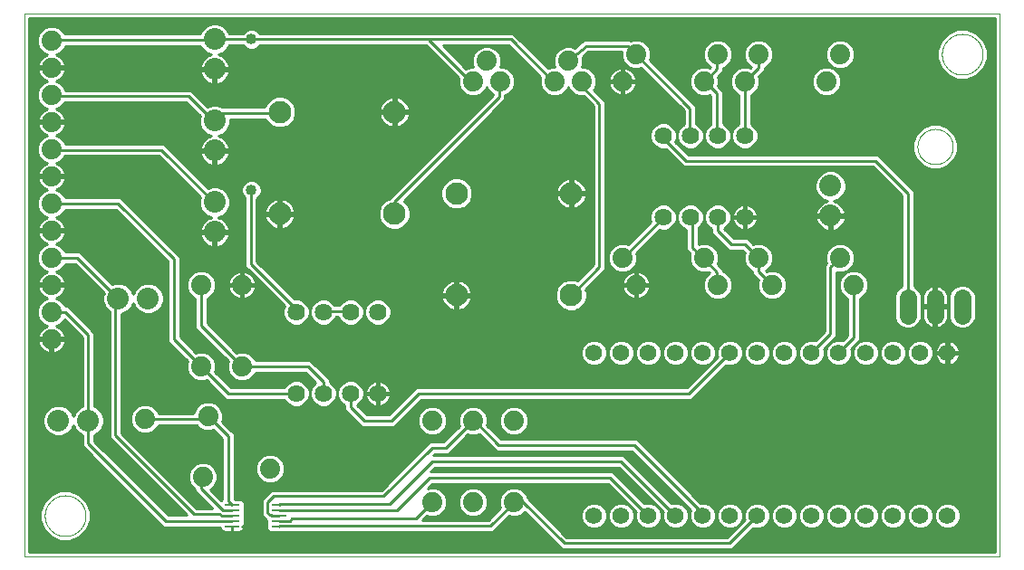
<source format=gtl>
G75*
%MOIN*%
%OFA0B0*%
%FSLAX25Y25*%
%IPPOS*%
%LPD*%
%AMOC8*
5,1,8,0,0,1.08239X$1,22.5*
%
%ADD10C,0.00000*%
%ADD11C,0.08000*%
%ADD12C,0.07400*%
%ADD13C,0.06200*%
%ADD14C,0.08268*%
%ADD15C,0.06400*%
%ADD16C,0.06400*%
%ADD17R,0.05600X0.00900*%
%ADD18C,0.01000*%
%ADD19C,0.04000*%
D10*
X0001500Y0012170D02*
X0001500Y0212130D01*
X0360201Y0212130D01*
X0360201Y0012170D01*
X0001500Y0012170D01*
X0009000Y0027170D02*
X0009002Y0027354D01*
X0009009Y0027538D01*
X0009020Y0027722D01*
X0009036Y0027905D01*
X0009056Y0028088D01*
X0009081Y0028270D01*
X0009110Y0028452D01*
X0009144Y0028633D01*
X0009182Y0028813D01*
X0009225Y0028992D01*
X0009272Y0029170D01*
X0009323Y0029347D01*
X0009379Y0029523D01*
X0009438Y0029697D01*
X0009503Y0029869D01*
X0009571Y0030040D01*
X0009643Y0030209D01*
X0009720Y0030377D01*
X0009801Y0030542D01*
X0009886Y0030705D01*
X0009974Y0030867D01*
X0010067Y0031026D01*
X0010164Y0031182D01*
X0010264Y0031337D01*
X0010368Y0031489D01*
X0010476Y0031638D01*
X0010587Y0031784D01*
X0010702Y0031928D01*
X0010821Y0032069D01*
X0010943Y0032207D01*
X0011068Y0032342D01*
X0011197Y0032473D01*
X0011328Y0032602D01*
X0011463Y0032727D01*
X0011601Y0032849D01*
X0011742Y0032968D01*
X0011886Y0033083D01*
X0012032Y0033194D01*
X0012181Y0033302D01*
X0012333Y0033406D01*
X0012488Y0033506D01*
X0012644Y0033603D01*
X0012803Y0033696D01*
X0012965Y0033784D01*
X0013128Y0033869D01*
X0013293Y0033950D01*
X0013461Y0034027D01*
X0013630Y0034099D01*
X0013801Y0034167D01*
X0013973Y0034232D01*
X0014147Y0034291D01*
X0014323Y0034347D01*
X0014500Y0034398D01*
X0014678Y0034445D01*
X0014857Y0034488D01*
X0015037Y0034526D01*
X0015218Y0034560D01*
X0015400Y0034589D01*
X0015582Y0034614D01*
X0015765Y0034634D01*
X0015948Y0034650D01*
X0016132Y0034661D01*
X0016316Y0034668D01*
X0016500Y0034670D01*
X0016684Y0034668D01*
X0016868Y0034661D01*
X0017052Y0034650D01*
X0017235Y0034634D01*
X0017418Y0034614D01*
X0017600Y0034589D01*
X0017782Y0034560D01*
X0017963Y0034526D01*
X0018143Y0034488D01*
X0018322Y0034445D01*
X0018500Y0034398D01*
X0018677Y0034347D01*
X0018853Y0034291D01*
X0019027Y0034232D01*
X0019199Y0034167D01*
X0019370Y0034099D01*
X0019539Y0034027D01*
X0019707Y0033950D01*
X0019872Y0033869D01*
X0020035Y0033784D01*
X0020197Y0033696D01*
X0020356Y0033603D01*
X0020512Y0033506D01*
X0020667Y0033406D01*
X0020819Y0033302D01*
X0020968Y0033194D01*
X0021114Y0033083D01*
X0021258Y0032968D01*
X0021399Y0032849D01*
X0021537Y0032727D01*
X0021672Y0032602D01*
X0021803Y0032473D01*
X0021932Y0032342D01*
X0022057Y0032207D01*
X0022179Y0032069D01*
X0022298Y0031928D01*
X0022413Y0031784D01*
X0022524Y0031638D01*
X0022632Y0031489D01*
X0022736Y0031337D01*
X0022836Y0031182D01*
X0022933Y0031026D01*
X0023026Y0030867D01*
X0023114Y0030705D01*
X0023199Y0030542D01*
X0023280Y0030377D01*
X0023357Y0030209D01*
X0023429Y0030040D01*
X0023497Y0029869D01*
X0023562Y0029697D01*
X0023621Y0029523D01*
X0023677Y0029347D01*
X0023728Y0029170D01*
X0023775Y0028992D01*
X0023818Y0028813D01*
X0023856Y0028633D01*
X0023890Y0028452D01*
X0023919Y0028270D01*
X0023944Y0028088D01*
X0023964Y0027905D01*
X0023980Y0027722D01*
X0023991Y0027538D01*
X0023998Y0027354D01*
X0024000Y0027170D01*
X0023998Y0026986D01*
X0023991Y0026802D01*
X0023980Y0026618D01*
X0023964Y0026435D01*
X0023944Y0026252D01*
X0023919Y0026070D01*
X0023890Y0025888D01*
X0023856Y0025707D01*
X0023818Y0025527D01*
X0023775Y0025348D01*
X0023728Y0025170D01*
X0023677Y0024993D01*
X0023621Y0024817D01*
X0023562Y0024643D01*
X0023497Y0024471D01*
X0023429Y0024300D01*
X0023357Y0024131D01*
X0023280Y0023963D01*
X0023199Y0023798D01*
X0023114Y0023635D01*
X0023026Y0023473D01*
X0022933Y0023314D01*
X0022836Y0023158D01*
X0022736Y0023003D01*
X0022632Y0022851D01*
X0022524Y0022702D01*
X0022413Y0022556D01*
X0022298Y0022412D01*
X0022179Y0022271D01*
X0022057Y0022133D01*
X0021932Y0021998D01*
X0021803Y0021867D01*
X0021672Y0021738D01*
X0021537Y0021613D01*
X0021399Y0021491D01*
X0021258Y0021372D01*
X0021114Y0021257D01*
X0020968Y0021146D01*
X0020819Y0021038D01*
X0020667Y0020934D01*
X0020512Y0020834D01*
X0020356Y0020737D01*
X0020197Y0020644D01*
X0020035Y0020556D01*
X0019872Y0020471D01*
X0019707Y0020390D01*
X0019539Y0020313D01*
X0019370Y0020241D01*
X0019199Y0020173D01*
X0019027Y0020108D01*
X0018853Y0020049D01*
X0018677Y0019993D01*
X0018500Y0019942D01*
X0018322Y0019895D01*
X0018143Y0019852D01*
X0017963Y0019814D01*
X0017782Y0019780D01*
X0017600Y0019751D01*
X0017418Y0019726D01*
X0017235Y0019706D01*
X0017052Y0019690D01*
X0016868Y0019679D01*
X0016684Y0019672D01*
X0016500Y0019670D01*
X0016316Y0019672D01*
X0016132Y0019679D01*
X0015948Y0019690D01*
X0015765Y0019706D01*
X0015582Y0019726D01*
X0015400Y0019751D01*
X0015218Y0019780D01*
X0015037Y0019814D01*
X0014857Y0019852D01*
X0014678Y0019895D01*
X0014500Y0019942D01*
X0014323Y0019993D01*
X0014147Y0020049D01*
X0013973Y0020108D01*
X0013801Y0020173D01*
X0013630Y0020241D01*
X0013461Y0020313D01*
X0013293Y0020390D01*
X0013128Y0020471D01*
X0012965Y0020556D01*
X0012803Y0020644D01*
X0012644Y0020737D01*
X0012488Y0020834D01*
X0012333Y0020934D01*
X0012181Y0021038D01*
X0012032Y0021146D01*
X0011886Y0021257D01*
X0011742Y0021372D01*
X0011601Y0021491D01*
X0011463Y0021613D01*
X0011328Y0021738D01*
X0011197Y0021867D01*
X0011068Y0021998D01*
X0010943Y0022133D01*
X0010821Y0022271D01*
X0010702Y0022412D01*
X0010587Y0022556D01*
X0010476Y0022702D01*
X0010368Y0022851D01*
X0010264Y0023003D01*
X0010164Y0023158D01*
X0010067Y0023314D01*
X0009974Y0023473D01*
X0009886Y0023635D01*
X0009801Y0023798D01*
X0009720Y0023963D01*
X0009643Y0024131D01*
X0009571Y0024300D01*
X0009503Y0024471D01*
X0009438Y0024643D01*
X0009379Y0024817D01*
X0009323Y0024993D01*
X0009272Y0025170D01*
X0009225Y0025348D01*
X0009182Y0025527D01*
X0009144Y0025707D01*
X0009110Y0025888D01*
X0009081Y0026070D01*
X0009056Y0026252D01*
X0009036Y0026435D01*
X0009020Y0026618D01*
X0009009Y0026802D01*
X0009002Y0026986D01*
X0009000Y0027170D01*
X0330000Y0163170D02*
X0330002Y0163331D01*
X0330008Y0163491D01*
X0330018Y0163652D01*
X0330032Y0163812D01*
X0330050Y0163972D01*
X0330071Y0164131D01*
X0330097Y0164290D01*
X0330127Y0164448D01*
X0330160Y0164605D01*
X0330198Y0164762D01*
X0330239Y0164917D01*
X0330284Y0165071D01*
X0330333Y0165224D01*
X0330386Y0165376D01*
X0330442Y0165527D01*
X0330503Y0165676D01*
X0330566Y0165824D01*
X0330634Y0165970D01*
X0330705Y0166114D01*
X0330779Y0166256D01*
X0330857Y0166397D01*
X0330939Y0166535D01*
X0331024Y0166672D01*
X0331112Y0166806D01*
X0331204Y0166938D01*
X0331299Y0167068D01*
X0331397Y0167196D01*
X0331498Y0167321D01*
X0331602Y0167443D01*
X0331709Y0167563D01*
X0331819Y0167680D01*
X0331932Y0167795D01*
X0332048Y0167906D01*
X0332167Y0168015D01*
X0332288Y0168120D01*
X0332412Y0168223D01*
X0332538Y0168323D01*
X0332666Y0168419D01*
X0332797Y0168512D01*
X0332931Y0168602D01*
X0333066Y0168689D01*
X0333204Y0168772D01*
X0333343Y0168852D01*
X0333485Y0168928D01*
X0333628Y0169001D01*
X0333773Y0169070D01*
X0333920Y0169136D01*
X0334068Y0169198D01*
X0334218Y0169256D01*
X0334369Y0169311D01*
X0334522Y0169362D01*
X0334676Y0169409D01*
X0334831Y0169452D01*
X0334987Y0169491D01*
X0335143Y0169527D01*
X0335301Y0169558D01*
X0335459Y0169586D01*
X0335618Y0169610D01*
X0335778Y0169630D01*
X0335938Y0169646D01*
X0336098Y0169658D01*
X0336259Y0169666D01*
X0336420Y0169670D01*
X0336580Y0169670D01*
X0336741Y0169666D01*
X0336902Y0169658D01*
X0337062Y0169646D01*
X0337222Y0169630D01*
X0337382Y0169610D01*
X0337541Y0169586D01*
X0337699Y0169558D01*
X0337857Y0169527D01*
X0338013Y0169491D01*
X0338169Y0169452D01*
X0338324Y0169409D01*
X0338478Y0169362D01*
X0338631Y0169311D01*
X0338782Y0169256D01*
X0338932Y0169198D01*
X0339080Y0169136D01*
X0339227Y0169070D01*
X0339372Y0169001D01*
X0339515Y0168928D01*
X0339657Y0168852D01*
X0339796Y0168772D01*
X0339934Y0168689D01*
X0340069Y0168602D01*
X0340203Y0168512D01*
X0340334Y0168419D01*
X0340462Y0168323D01*
X0340588Y0168223D01*
X0340712Y0168120D01*
X0340833Y0168015D01*
X0340952Y0167906D01*
X0341068Y0167795D01*
X0341181Y0167680D01*
X0341291Y0167563D01*
X0341398Y0167443D01*
X0341502Y0167321D01*
X0341603Y0167196D01*
X0341701Y0167068D01*
X0341796Y0166938D01*
X0341888Y0166806D01*
X0341976Y0166672D01*
X0342061Y0166535D01*
X0342143Y0166397D01*
X0342221Y0166256D01*
X0342295Y0166114D01*
X0342366Y0165970D01*
X0342434Y0165824D01*
X0342497Y0165676D01*
X0342558Y0165527D01*
X0342614Y0165376D01*
X0342667Y0165224D01*
X0342716Y0165071D01*
X0342761Y0164917D01*
X0342802Y0164762D01*
X0342840Y0164605D01*
X0342873Y0164448D01*
X0342903Y0164290D01*
X0342929Y0164131D01*
X0342950Y0163972D01*
X0342968Y0163812D01*
X0342982Y0163652D01*
X0342992Y0163491D01*
X0342998Y0163331D01*
X0343000Y0163170D01*
X0342998Y0163009D01*
X0342992Y0162849D01*
X0342982Y0162688D01*
X0342968Y0162528D01*
X0342950Y0162368D01*
X0342929Y0162209D01*
X0342903Y0162050D01*
X0342873Y0161892D01*
X0342840Y0161735D01*
X0342802Y0161578D01*
X0342761Y0161423D01*
X0342716Y0161269D01*
X0342667Y0161116D01*
X0342614Y0160964D01*
X0342558Y0160813D01*
X0342497Y0160664D01*
X0342434Y0160516D01*
X0342366Y0160370D01*
X0342295Y0160226D01*
X0342221Y0160084D01*
X0342143Y0159943D01*
X0342061Y0159805D01*
X0341976Y0159668D01*
X0341888Y0159534D01*
X0341796Y0159402D01*
X0341701Y0159272D01*
X0341603Y0159144D01*
X0341502Y0159019D01*
X0341398Y0158897D01*
X0341291Y0158777D01*
X0341181Y0158660D01*
X0341068Y0158545D01*
X0340952Y0158434D01*
X0340833Y0158325D01*
X0340712Y0158220D01*
X0340588Y0158117D01*
X0340462Y0158017D01*
X0340334Y0157921D01*
X0340203Y0157828D01*
X0340069Y0157738D01*
X0339934Y0157651D01*
X0339796Y0157568D01*
X0339657Y0157488D01*
X0339515Y0157412D01*
X0339372Y0157339D01*
X0339227Y0157270D01*
X0339080Y0157204D01*
X0338932Y0157142D01*
X0338782Y0157084D01*
X0338631Y0157029D01*
X0338478Y0156978D01*
X0338324Y0156931D01*
X0338169Y0156888D01*
X0338013Y0156849D01*
X0337857Y0156813D01*
X0337699Y0156782D01*
X0337541Y0156754D01*
X0337382Y0156730D01*
X0337222Y0156710D01*
X0337062Y0156694D01*
X0336902Y0156682D01*
X0336741Y0156674D01*
X0336580Y0156670D01*
X0336420Y0156670D01*
X0336259Y0156674D01*
X0336098Y0156682D01*
X0335938Y0156694D01*
X0335778Y0156710D01*
X0335618Y0156730D01*
X0335459Y0156754D01*
X0335301Y0156782D01*
X0335143Y0156813D01*
X0334987Y0156849D01*
X0334831Y0156888D01*
X0334676Y0156931D01*
X0334522Y0156978D01*
X0334369Y0157029D01*
X0334218Y0157084D01*
X0334068Y0157142D01*
X0333920Y0157204D01*
X0333773Y0157270D01*
X0333628Y0157339D01*
X0333485Y0157412D01*
X0333343Y0157488D01*
X0333204Y0157568D01*
X0333066Y0157651D01*
X0332931Y0157738D01*
X0332797Y0157828D01*
X0332666Y0157921D01*
X0332538Y0158017D01*
X0332412Y0158117D01*
X0332288Y0158220D01*
X0332167Y0158325D01*
X0332048Y0158434D01*
X0331932Y0158545D01*
X0331819Y0158660D01*
X0331709Y0158777D01*
X0331602Y0158897D01*
X0331498Y0159019D01*
X0331397Y0159144D01*
X0331299Y0159272D01*
X0331204Y0159402D01*
X0331112Y0159534D01*
X0331024Y0159668D01*
X0330939Y0159805D01*
X0330857Y0159943D01*
X0330779Y0160084D01*
X0330705Y0160226D01*
X0330634Y0160370D01*
X0330566Y0160516D01*
X0330503Y0160664D01*
X0330442Y0160813D01*
X0330386Y0160964D01*
X0330333Y0161116D01*
X0330284Y0161269D01*
X0330239Y0161423D01*
X0330198Y0161578D01*
X0330160Y0161735D01*
X0330127Y0161892D01*
X0330097Y0162050D01*
X0330071Y0162209D01*
X0330050Y0162368D01*
X0330032Y0162528D01*
X0330018Y0162688D01*
X0330008Y0162849D01*
X0330002Y0163009D01*
X0330000Y0163170D01*
X0339000Y0197170D02*
X0339002Y0197354D01*
X0339009Y0197538D01*
X0339020Y0197722D01*
X0339036Y0197905D01*
X0339056Y0198088D01*
X0339081Y0198270D01*
X0339110Y0198452D01*
X0339144Y0198633D01*
X0339182Y0198813D01*
X0339225Y0198992D01*
X0339272Y0199170D01*
X0339323Y0199347D01*
X0339379Y0199523D01*
X0339438Y0199697D01*
X0339503Y0199869D01*
X0339571Y0200040D01*
X0339643Y0200209D01*
X0339720Y0200377D01*
X0339801Y0200542D01*
X0339886Y0200705D01*
X0339974Y0200867D01*
X0340067Y0201026D01*
X0340164Y0201182D01*
X0340264Y0201337D01*
X0340368Y0201489D01*
X0340476Y0201638D01*
X0340587Y0201784D01*
X0340702Y0201928D01*
X0340821Y0202069D01*
X0340943Y0202207D01*
X0341068Y0202342D01*
X0341197Y0202473D01*
X0341328Y0202602D01*
X0341463Y0202727D01*
X0341601Y0202849D01*
X0341742Y0202968D01*
X0341886Y0203083D01*
X0342032Y0203194D01*
X0342181Y0203302D01*
X0342333Y0203406D01*
X0342488Y0203506D01*
X0342644Y0203603D01*
X0342803Y0203696D01*
X0342965Y0203784D01*
X0343128Y0203869D01*
X0343293Y0203950D01*
X0343461Y0204027D01*
X0343630Y0204099D01*
X0343801Y0204167D01*
X0343973Y0204232D01*
X0344147Y0204291D01*
X0344323Y0204347D01*
X0344500Y0204398D01*
X0344678Y0204445D01*
X0344857Y0204488D01*
X0345037Y0204526D01*
X0345218Y0204560D01*
X0345400Y0204589D01*
X0345582Y0204614D01*
X0345765Y0204634D01*
X0345948Y0204650D01*
X0346132Y0204661D01*
X0346316Y0204668D01*
X0346500Y0204670D01*
X0346684Y0204668D01*
X0346868Y0204661D01*
X0347052Y0204650D01*
X0347235Y0204634D01*
X0347418Y0204614D01*
X0347600Y0204589D01*
X0347782Y0204560D01*
X0347963Y0204526D01*
X0348143Y0204488D01*
X0348322Y0204445D01*
X0348500Y0204398D01*
X0348677Y0204347D01*
X0348853Y0204291D01*
X0349027Y0204232D01*
X0349199Y0204167D01*
X0349370Y0204099D01*
X0349539Y0204027D01*
X0349707Y0203950D01*
X0349872Y0203869D01*
X0350035Y0203784D01*
X0350197Y0203696D01*
X0350356Y0203603D01*
X0350512Y0203506D01*
X0350667Y0203406D01*
X0350819Y0203302D01*
X0350968Y0203194D01*
X0351114Y0203083D01*
X0351258Y0202968D01*
X0351399Y0202849D01*
X0351537Y0202727D01*
X0351672Y0202602D01*
X0351803Y0202473D01*
X0351932Y0202342D01*
X0352057Y0202207D01*
X0352179Y0202069D01*
X0352298Y0201928D01*
X0352413Y0201784D01*
X0352524Y0201638D01*
X0352632Y0201489D01*
X0352736Y0201337D01*
X0352836Y0201182D01*
X0352933Y0201026D01*
X0353026Y0200867D01*
X0353114Y0200705D01*
X0353199Y0200542D01*
X0353280Y0200377D01*
X0353357Y0200209D01*
X0353429Y0200040D01*
X0353497Y0199869D01*
X0353562Y0199697D01*
X0353621Y0199523D01*
X0353677Y0199347D01*
X0353728Y0199170D01*
X0353775Y0198992D01*
X0353818Y0198813D01*
X0353856Y0198633D01*
X0353890Y0198452D01*
X0353919Y0198270D01*
X0353944Y0198088D01*
X0353964Y0197905D01*
X0353980Y0197722D01*
X0353991Y0197538D01*
X0353998Y0197354D01*
X0354000Y0197170D01*
X0353998Y0196986D01*
X0353991Y0196802D01*
X0353980Y0196618D01*
X0353964Y0196435D01*
X0353944Y0196252D01*
X0353919Y0196070D01*
X0353890Y0195888D01*
X0353856Y0195707D01*
X0353818Y0195527D01*
X0353775Y0195348D01*
X0353728Y0195170D01*
X0353677Y0194993D01*
X0353621Y0194817D01*
X0353562Y0194643D01*
X0353497Y0194471D01*
X0353429Y0194300D01*
X0353357Y0194131D01*
X0353280Y0193963D01*
X0353199Y0193798D01*
X0353114Y0193635D01*
X0353026Y0193473D01*
X0352933Y0193314D01*
X0352836Y0193158D01*
X0352736Y0193003D01*
X0352632Y0192851D01*
X0352524Y0192702D01*
X0352413Y0192556D01*
X0352298Y0192412D01*
X0352179Y0192271D01*
X0352057Y0192133D01*
X0351932Y0191998D01*
X0351803Y0191867D01*
X0351672Y0191738D01*
X0351537Y0191613D01*
X0351399Y0191491D01*
X0351258Y0191372D01*
X0351114Y0191257D01*
X0350968Y0191146D01*
X0350819Y0191038D01*
X0350667Y0190934D01*
X0350512Y0190834D01*
X0350356Y0190737D01*
X0350197Y0190644D01*
X0350035Y0190556D01*
X0349872Y0190471D01*
X0349707Y0190390D01*
X0349539Y0190313D01*
X0349370Y0190241D01*
X0349199Y0190173D01*
X0349027Y0190108D01*
X0348853Y0190049D01*
X0348677Y0189993D01*
X0348500Y0189942D01*
X0348322Y0189895D01*
X0348143Y0189852D01*
X0347963Y0189814D01*
X0347782Y0189780D01*
X0347600Y0189751D01*
X0347418Y0189726D01*
X0347235Y0189706D01*
X0347052Y0189690D01*
X0346868Y0189679D01*
X0346684Y0189672D01*
X0346500Y0189670D01*
X0346316Y0189672D01*
X0346132Y0189679D01*
X0345948Y0189690D01*
X0345765Y0189706D01*
X0345582Y0189726D01*
X0345400Y0189751D01*
X0345218Y0189780D01*
X0345037Y0189814D01*
X0344857Y0189852D01*
X0344678Y0189895D01*
X0344500Y0189942D01*
X0344323Y0189993D01*
X0344147Y0190049D01*
X0343973Y0190108D01*
X0343801Y0190173D01*
X0343630Y0190241D01*
X0343461Y0190313D01*
X0343293Y0190390D01*
X0343128Y0190471D01*
X0342965Y0190556D01*
X0342803Y0190644D01*
X0342644Y0190737D01*
X0342488Y0190834D01*
X0342333Y0190934D01*
X0342181Y0191038D01*
X0342032Y0191146D01*
X0341886Y0191257D01*
X0341742Y0191372D01*
X0341601Y0191491D01*
X0341463Y0191613D01*
X0341328Y0191738D01*
X0341197Y0191867D01*
X0341068Y0191998D01*
X0340943Y0192133D01*
X0340821Y0192271D01*
X0340702Y0192412D01*
X0340587Y0192556D01*
X0340476Y0192702D01*
X0340368Y0192851D01*
X0340264Y0193003D01*
X0340164Y0193158D01*
X0340067Y0193314D01*
X0339974Y0193473D01*
X0339886Y0193635D01*
X0339801Y0193798D01*
X0339720Y0193963D01*
X0339643Y0194131D01*
X0339571Y0194300D01*
X0339503Y0194471D01*
X0339438Y0194643D01*
X0339379Y0194817D01*
X0339323Y0194993D01*
X0339272Y0195170D01*
X0339225Y0195348D01*
X0339182Y0195527D01*
X0339144Y0195707D01*
X0339110Y0195888D01*
X0339081Y0196070D01*
X0339056Y0196252D01*
X0339036Y0196435D01*
X0339020Y0196618D01*
X0339009Y0196802D01*
X0339002Y0196986D01*
X0339000Y0197170D01*
D11*
X0298000Y0148670D03*
X0298000Y0137670D03*
X0071500Y0142670D03*
X0071500Y0131670D03*
X0047000Y0107170D03*
X0036000Y0107170D03*
X0025000Y0062170D03*
X0014000Y0062170D03*
X0071500Y0161670D03*
X0071500Y0172670D03*
X0071500Y0191670D03*
X0071500Y0202670D03*
D12*
X0011500Y0202170D03*
X0011500Y0192170D03*
X0011500Y0182170D03*
X0011500Y0172170D03*
X0011500Y0162170D03*
X0011500Y0152170D03*
X0011500Y0142170D03*
X0011500Y0132170D03*
X0011500Y0122170D03*
X0011500Y0112170D03*
X0011500Y0102170D03*
X0011500Y0092170D03*
X0045893Y0062776D03*
X0069060Y0063872D03*
X0066500Y0082170D03*
X0081500Y0082170D03*
X0081500Y0112170D03*
X0066500Y0112170D03*
X0151500Y0062170D03*
X0166500Y0062170D03*
X0181500Y0062170D03*
X0181500Y0032170D03*
X0166500Y0032170D03*
X0151500Y0032170D03*
X0091940Y0044468D03*
X0067107Y0041563D03*
X0221500Y0122170D03*
X0226500Y0112170D03*
X0251500Y0122170D03*
X0256500Y0112170D03*
X0271500Y0122170D03*
X0276500Y0112170D03*
X0301500Y0122170D03*
X0306500Y0112170D03*
X0296500Y0187170D03*
X0301500Y0197170D03*
X0271500Y0197170D03*
X0256500Y0197170D03*
X0251500Y0187170D03*
X0266500Y0187170D03*
X0226500Y0197170D03*
X0221500Y0187170D03*
X0206500Y0187170D03*
X0196500Y0187170D03*
X0201500Y0194670D03*
X0176500Y0187170D03*
X0166500Y0187170D03*
X0171500Y0194670D03*
D13*
X0211000Y0087170D03*
X0221000Y0087170D03*
X0231000Y0087170D03*
X0241000Y0087170D03*
X0251000Y0087170D03*
X0261000Y0087170D03*
X0271000Y0087170D03*
X0281000Y0087170D03*
X0291000Y0087170D03*
X0301000Y0087170D03*
X0311000Y0087170D03*
X0321000Y0087170D03*
X0331000Y0087170D03*
X0341000Y0087170D03*
X0341000Y0027170D03*
X0331000Y0027170D03*
X0321000Y0027170D03*
X0311000Y0027170D03*
X0301000Y0027170D03*
X0291000Y0027170D03*
X0281000Y0027170D03*
X0271000Y0027170D03*
X0261000Y0027170D03*
X0251000Y0027170D03*
X0241000Y0027170D03*
X0231000Y0027170D03*
X0221000Y0027170D03*
X0211000Y0027170D03*
D14*
X0202563Y0108469D03*
X0160437Y0108469D03*
X0137563Y0138469D03*
X0160437Y0145871D03*
X0202563Y0145871D03*
X0137563Y0175871D03*
X0095437Y0175871D03*
X0095437Y0138469D03*
D15*
X0326500Y0107370D02*
X0326500Y0100970D01*
X0336500Y0100970D02*
X0336500Y0107370D01*
X0346500Y0107370D02*
X0346500Y0100970D01*
D16*
X0266500Y0137170D03*
X0256500Y0137170D03*
X0246500Y0137170D03*
X0236500Y0137170D03*
X0236500Y0167170D03*
X0246500Y0167170D03*
X0256500Y0167170D03*
X0266500Y0167170D03*
X0131500Y0102170D03*
X0121500Y0102170D03*
X0111500Y0102170D03*
X0101500Y0102170D03*
X0101500Y0072170D03*
X0111500Y0072170D03*
X0121500Y0072170D03*
X0131500Y0072170D03*
D17*
X0095050Y0031107D03*
X0095050Y0029138D03*
X0095050Y0027170D03*
X0095050Y0025201D03*
X0095050Y0023233D03*
X0077950Y0023233D03*
X0077950Y0025201D03*
X0077950Y0027170D03*
X0077950Y0029138D03*
X0077950Y0031107D03*
D18*
X0076500Y0032557D01*
X0076500Y0056432D01*
X0069060Y0063872D01*
X0065389Y0062776D01*
X0045893Y0062776D01*
X0050827Y0064976D02*
X0050471Y0065835D01*
X0048952Y0067354D01*
X0046968Y0068176D01*
X0044819Y0068176D01*
X0042835Y0067354D01*
X0041315Y0065835D01*
X0040493Y0063851D01*
X0040493Y0061702D01*
X0041315Y0059718D01*
X0042835Y0058199D01*
X0044819Y0057376D01*
X0046968Y0057376D01*
X0048952Y0058199D01*
X0050471Y0059718D01*
X0050827Y0060576D01*
X0064718Y0060576D01*
X0066001Y0059294D01*
X0067986Y0058472D01*
X0070134Y0058472D01*
X0070993Y0058827D01*
X0074300Y0055520D01*
X0074300Y0033111D01*
X0073985Y0032796D01*
X0069904Y0036877D01*
X0070165Y0036985D01*
X0071684Y0038504D01*
X0072507Y0040489D01*
X0072507Y0042637D01*
X0071684Y0044622D01*
X0070165Y0046141D01*
X0068181Y0046963D01*
X0066032Y0046963D01*
X0064048Y0046141D01*
X0062529Y0044622D01*
X0061707Y0042637D01*
X0061707Y0040489D01*
X0062529Y0038504D01*
X0064048Y0036985D01*
X0064300Y0036881D01*
X0064300Y0036259D01*
X0070689Y0029870D01*
X0064911Y0029870D01*
X0037200Y0057581D01*
X0037200Y0101497D01*
X0039229Y0102338D01*
X0040832Y0103941D01*
X0041500Y0105553D01*
X0042168Y0103941D01*
X0043771Y0102338D01*
X0045866Y0101470D01*
X0048134Y0101470D01*
X0050229Y0102338D01*
X0051832Y0103941D01*
X0052700Y0106036D01*
X0052700Y0108304D01*
X0051832Y0110399D01*
X0050229Y0112002D01*
X0048134Y0112870D01*
X0045866Y0112870D01*
X0043771Y0112002D01*
X0042168Y0110399D01*
X0041500Y0108786D01*
X0040832Y0110399D01*
X0039229Y0112002D01*
X0037134Y0112870D01*
X0034866Y0112870D01*
X0033837Y0112444D01*
X0023200Y0123081D01*
X0021911Y0124370D01*
X0016434Y0124370D01*
X0016078Y0125229D01*
X0014559Y0126748D01*
X0013276Y0127279D01*
X0013496Y0127351D01*
X0014225Y0127722D01*
X0014888Y0128204D01*
X0015466Y0128782D01*
X0015947Y0129444D01*
X0016319Y0130174D01*
X0016572Y0130952D01*
X0016686Y0131670D01*
X0012000Y0131670D01*
X0012000Y0132670D01*
X0016686Y0132670D01*
X0016572Y0133388D01*
X0016319Y0134166D01*
X0015947Y0134895D01*
X0015466Y0135557D01*
X0014888Y0136136D01*
X0014225Y0136617D01*
X0013496Y0136989D01*
X0013276Y0137060D01*
X0014559Y0137592D01*
X0016078Y0139111D01*
X0016434Y0139970D01*
X0035089Y0139970D01*
X0054300Y0120759D01*
X0054300Y0091259D01*
X0061456Y0084103D01*
X0061100Y0083244D01*
X0061100Y0081096D01*
X0061922Y0079111D01*
X0063441Y0077592D01*
X0065426Y0076770D01*
X0067574Y0076770D01*
X0068433Y0077126D01*
X0075589Y0069970D01*
X0097108Y0069970D01*
X0097346Y0069394D01*
X0098724Y0068016D01*
X0100525Y0067270D01*
X0102475Y0067270D01*
X0104276Y0068016D01*
X0105654Y0069394D01*
X0106400Y0071195D01*
X0106400Y0073145D01*
X0105654Y0074945D01*
X0104276Y0076324D01*
X0102475Y0077070D01*
X0100525Y0077070D01*
X0098724Y0076324D01*
X0097346Y0074945D01*
X0097108Y0074370D01*
X0077411Y0074370D01*
X0071544Y0080237D01*
X0071900Y0081096D01*
X0071900Y0083244D01*
X0071078Y0085229D01*
X0069559Y0086748D01*
X0067574Y0087570D01*
X0065426Y0087570D01*
X0064567Y0087214D01*
X0058700Y0093081D01*
X0058700Y0122581D01*
X0057411Y0123870D01*
X0036911Y0144370D01*
X0016434Y0144370D01*
X0016078Y0145229D01*
X0014559Y0146748D01*
X0013276Y0147279D01*
X0013496Y0147351D01*
X0014225Y0147722D01*
X0014888Y0148204D01*
X0015466Y0148782D01*
X0015947Y0149444D01*
X0016319Y0150174D01*
X0016572Y0150952D01*
X0016686Y0151670D01*
X0012000Y0151670D01*
X0012000Y0152670D01*
X0016686Y0152670D01*
X0016572Y0153388D01*
X0016319Y0154166D01*
X0015947Y0154895D01*
X0015466Y0155557D01*
X0014888Y0156136D01*
X0014225Y0156617D01*
X0013496Y0156989D01*
X0013276Y0157060D01*
X0014559Y0157592D01*
X0016078Y0159111D01*
X0016351Y0159770D01*
X0050989Y0159770D01*
X0066138Y0144620D01*
X0065800Y0143804D01*
X0065800Y0141536D01*
X0066668Y0139441D01*
X0068271Y0137838D01*
X0070211Y0137034D01*
X0069389Y0136767D01*
X0068617Y0136374D01*
X0067917Y0135865D01*
X0067305Y0135253D01*
X0066796Y0134552D01*
X0066403Y0133781D01*
X0066135Y0132958D01*
X0066011Y0132170D01*
X0071000Y0132170D01*
X0071000Y0131170D01*
X0066011Y0131170D01*
X0066135Y0130382D01*
X0066403Y0129559D01*
X0066796Y0128787D01*
X0067305Y0128087D01*
X0067917Y0127475D01*
X0068617Y0126966D01*
X0069389Y0126573D01*
X0070212Y0126305D01*
X0071000Y0126180D01*
X0071000Y0131170D01*
X0072000Y0131170D01*
X0072000Y0132170D01*
X0076989Y0132170D01*
X0076865Y0132958D01*
X0076597Y0133781D01*
X0076204Y0134552D01*
X0075695Y0135253D01*
X0075083Y0135865D01*
X0074383Y0136374D01*
X0073611Y0136767D01*
X0072789Y0137034D01*
X0074729Y0137838D01*
X0076332Y0139441D01*
X0077200Y0141536D01*
X0077200Y0143804D01*
X0076332Y0145899D01*
X0074729Y0147502D01*
X0072634Y0148370D01*
X0070366Y0148370D01*
X0069125Y0147856D01*
X0052811Y0164170D01*
X0016516Y0164170D01*
X0016078Y0165229D01*
X0014559Y0166748D01*
X0013276Y0167279D01*
X0013496Y0167351D01*
X0014225Y0167722D01*
X0014888Y0168204D01*
X0015466Y0168782D01*
X0015947Y0169444D01*
X0016319Y0170174D01*
X0016572Y0170952D01*
X0016686Y0171670D01*
X0012000Y0171670D01*
X0012000Y0172670D01*
X0016686Y0172670D01*
X0016572Y0173388D01*
X0016319Y0174166D01*
X0015947Y0174895D01*
X0015466Y0175557D01*
X0014888Y0176136D01*
X0014225Y0176617D01*
X0013496Y0176989D01*
X0013276Y0177060D01*
X0014559Y0177592D01*
X0016078Y0179111D01*
X0016268Y0179570D01*
X0060889Y0179570D01*
X0066050Y0174408D01*
X0065800Y0173804D01*
X0065800Y0171536D01*
X0066668Y0169441D01*
X0068271Y0167838D01*
X0070211Y0167034D01*
X0069389Y0166767D01*
X0068617Y0166374D01*
X0067917Y0165865D01*
X0067305Y0165253D01*
X0066796Y0164552D01*
X0066403Y0163781D01*
X0066135Y0162958D01*
X0066011Y0162170D01*
X0071000Y0162170D01*
X0071000Y0161170D01*
X0066011Y0161170D01*
X0066135Y0160382D01*
X0066403Y0159559D01*
X0066796Y0158787D01*
X0067305Y0158087D01*
X0067917Y0157475D01*
X0068617Y0156966D01*
X0069389Y0156573D01*
X0070212Y0156305D01*
X0071000Y0156180D01*
X0071000Y0161170D01*
X0072000Y0161170D01*
X0072000Y0162170D01*
X0076989Y0162170D01*
X0076865Y0162958D01*
X0076597Y0163781D01*
X0076204Y0164552D01*
X0075695Y0165253D01*
X0075083Y0165865D01*
X0074383Y0166374D01*
X0073611Y0166767D01*
X0072789Y0167034D01*
X0074729Y0167838D01*
X0076332Y0169441D01*
X0077200Y0171536D01*
X0077200Y0173270D01*
X0090200Y0173270D01*
X0090491Y0172566D01*
X0092132Y0170925D01*
X0094277Y0170037D01*
X0096597Y0170037D01*
X0098742Y0170925D01*
X0100383Y0172566D01*
X0101271Y0174710D01*
X0101271Y0177031D01*
X0100383Y0179175D01*
X0098742Y0180816D01*
X0096597Y0181705D01*
X0094277Y0181705D01*
X0092132Y0180816D01*
X0090491Y0179175D01*
X0089868Y0177670D01*
X0074324Y0177670D01*
X0072634Y0178370D01*
X0070366Y0178370D01*
X0068913Y0177768D01*
X0062711Y0183970D01*
X0016599Y0183970D01*
X0016078Y0185229D01*
X0014559Y0186748D01*
X0013276Y0187279D01*
X0013496Y0187351D01*
X0014225Y0187722D01*
X0014888Y0188204D01*
X0015466Y0188782D01*
X0015947Y0189444D01*
X0016319Y0190174D01*
X0016572Y0190952D01*
X0016686Y0191670D01*
X0012000Y0191670D01*
X0012000Y0192670D01*
X0016686Y0192670D01*
X0016572Y0193388D01*
X0016319Y0194166D01*
X0015947Y0194895D01*
X0015466Y0195557D01*
X0014888Y0196136D01*
X0014225Y0196617D01*
X0013496Y0196989D01*
X0013276Y0197060D01*
X0014559Y0197592D01*
X0016078Y0199111D01*
X0016558Y0200270D01*
X0066324Y0200270D01*
X0066668Y0199441D01*
X0068271Y0197838D01*
X0070211Y0197034D01*
X0069389Y0196767D01*
X0068617Y0196374D01*
X0067917Y0195865D01*
X0067305Y0195253D01*
X0066796Y0194552D01*
X0066403Y0193781D01*
X0066135Y0192958D01*
X0066011Y0192170D01*
X0071000Y0192170D01*
X0071000Y0191170D01*
X0066011Y0191170D01*
X0066135Y0190382D01*
X0066403Y0189559D01*
X0066796Y0188787D01*
X0067305Y0188087D01*
X0067917Y0187475D01*
X0068617Y0186966D01*
X0069389Y0186573D01*
X0070212Y0186305D01*
X0071000Y0186180D01*
X0071000Y0191170D01*
X0072000Y0191170D01*
X0072000Y0192170D01*
X0076989Y0192170D01*
X0076865Y0192958D01*
X0076597Y0193781D01*
X0076204Y0194552D01*
X0075695Y0195253D01*
X0075083Y0195865D01*
X0074383Y0196374D01*
X0073611Y0196767D01*
X0072789Y0197034D01*
X0074729Y0197838D01*
X0076332Y0199441D01*
X0076758Y0200470D01*
X0081967Y0200470D01*
X0082904Y0199533D01*
X0084264Y0198970D01*
X0085736Y0198970D01*
X0087096Y0199533D01*
X0088033Y0200470D01*
X0149189Y0200470D01*
X0149389Y0200270D01*
X0161192Y0188466D01*
X0161100Y0188244D01*
X0161100Y0186096D01*
X0161922Y0184111D01*
X0163441Y0182592D01*
X0165426Y0181770D01*
X0167574Y0181770D01*
X0169559Y0182592D01*
X0171078Y0184111D01*
X0171500Y0185130D01*
X0171922Y0184111D01*
X0173441Y0182592D01*
X0173900Y0182402D01*
X0173900Y0182281D01*
X0135582Y0143963D01*
X0134258Y0143415D01*
X0132617Y0141774D01*
X0131729Y0139630D01*
X0131729Y0137309D01*
X0132617Y0135164D01*
X0134258Y0133523D01*
X0136403Y0132635D01*
X0138723Y0132635D01*
X0140868Y0133523D01*
X0142509Y0135164D01*
X0143397Y0137309D01*
X0143397Y0139630D01*
X0142509Y0141774D01*
X0141062Y0143220D01*
X0178300Y0180459D01*
X0178300Y0182071D01*
X0179559Y0182592D01*
X0181078Y0184111D01*
X0181900Y0186096D01*
X0181900Y0188244D01*
X0181078Y0190229D01*
X0179559Y0191748D01*
X0177574Y0192570D01*
X0176475Y0192570D01*
X0176900Y0193596D01*
X0176900Y0195744D01*
X0176078Y0197729D01*
X0174559Y0199248D01*
X0172574Y0200070D01*
X0170426Y0200070D01*
X0168441Y0199248D01*
X0166922Y0197729D01*
X0166100Y0195744D01*
X0166100Y0193596D01*
X0166525Y0192570D01*
X0165426Y0192570D01*
X0163931Y0191951D01*
X0155411Y0200470D01*
X0179489Y0200470D01*
X0191280Y0188679D01*
X0191100Y0188244D01*
X0191100Y0186096D01*
X0191922Y0184111D01*
X0193441Y0182592D01*
X0195426Y0181770D01*
X0197574Y0181770D01*
X0199559Y0182592D01*
X0201078Y0184111D01*
X0201500Y0185130D01*
X0201922Y0184111D01*
X0203441Y0182592D01*
X0205426Y0181770D01*
X0207089Y0181770D01*
X0210800Y0178059D01*
X0210800Y0119681D01*
X0204924Y0113805D01*
X0203723Y0114303D01*
X0201403Y0114303D01*
X0199258Y0113415D01*
X0197617Y0111774D01*
X0196729Y0109630D01*
X0196729Y0107309D01*
X0197617Y0105164D01*
X0199258Y0103523D01*
X0201403Y0102635D01*
X0203723Y0102635D01*
X0205868Y0103523D01*
X0207509Y0105164D01*
X0208397Y0107309D01*
X0208397Y0109630D01*
X0207979Y0110638D01*
X0215200Y0117859D01*
X0215200Y0179881D01*
X0213911Y0181170D01*
X0211024Y0184057D01*
X0211078Y0184111D01*
X0211900Y0186096D01*
X0211900Y0188244D01*
X0211078Y0190229D01*
X0209559Y0191748D01*
X0207574Y0192570D01*
X0206475Y0192570D01*
X0206900Y0193596D01*
X0206900Y0195744D01*
X0206699Y0196229D01*
X0208847Y0198070D01*
X0221100Y0198070D01*
X0221100Y0196096D01*
X0221922Y0194111D01*
X0223441Y0192592D01*
X0225426Y0191770D01*
X0227574Y0191770D01*
X0228362Y0192096D01*
X0244100Y0176359D01*
X0244100Y0171479D01*
X0243724Y0171324D01*
X0242346Y0169945D01*
X0241600Y0168145D01*
X0241600Y0166195D01*
X0242346Y0164394D01*
X0243724Y0163016D01*
X0245525Y0162270D01*
X0247475Y0162270D01*
X0249276Y0163016D01*
X0250654Y0164394D01*
X0251400Y0166195D01*
X0251400Y0168145D01*
X0250654Y0169945D01*
X0249276Y0171324D01*
X0248500Y0171645D01*
X0248500Y0178181D01*
X0231515Y0195166D01*
X0231900Y0196096D01*
X0231900Y0198244D01*
X0231078Y0200229D01*
X0229559Y0201748D01*
X0227574Y0202570D01*
X0225426Y0202570D01*
X0224567Y0202214D01*
X0224311Y0202470D01*
X0208118Y0202470D01*
X0207293Y0202533D01*
X0207219Y0202470D01*
X0207122Y0202470D01*
X0206537Y0201885D01*
X0203818Y0199555D01*
X0202574Y0200070D01*
X0200426Y0200070D01*
X0198441Y0199248D01*
X0196922Y0197729D01*
X0196100Y0195744D01*
X0196100Y0193596D01*
X0196525Y0192570D01*
X0195426Y0192570D01*
X0194143Y0192038D01*
X0182600Y0203581D01*
X0181311Y0204870D01*
X0088033Y0204870D01*
X0087096Y0205807D01*
X0085736Y0206370D01*
X0084264Y0206370D01*
X0082904Y0205807D01*
X0081967Y0204870D01*
X0076758Y0204870D01*
X0076332Y0205899D01*
X0074729Y0207502D01*
X0072634Y0208370D01*
X0070366Y0208370D01*
X0068271Y0207502D01*
X0066668Y0205899D01*
X0066159Y0204670D01*
X0016309Y0204670D01*
X0016078Y0205229D01*
X0014559Y0206748D01*
X0012574Y0207570D01*
X0010426Y0207570D01*
X0008441Y0206748D01*
X0006922Y0205229D01*
X0006100Y0203244D01*
X0006100Y0201096D01*
X0006922Y0199111D01*
X0008441Y0197592D01*
X0009724Y0197060D01*
X0009504Y0196989D01*
X0008775Y0196617D01*
X0008112Y0196136D01*
X0007534Y0195557D01*
X0007053Y0194895D01*
X0006681Y0194166D01*
X0006428Y0193388D01*
X0006314Y0192670D01*
X0011000Y0192670D01*
X0011000Y0191670D01*
X0006314Y0191670D01*
X0006428Y0190952D01*
X0006681Y0190174D01*
X0007053Y0189444D01*
X0007534Y0188782D01*
X0008112Y0188204D01*
X0008775Y0187722D01*
X0009504Y0187351D01*
X0009724Y0187279D01*
X0008441Y0186748D01*
X0006922Y0185229D01*
X0006100Y0183244D01*
X0006100Y0181096D01*
X0006922Y0179111D01*
X0008441Y0177592D01*
X0009724Y0177060D01*
X0009504Y0176989D01*
X0008775Y0176617D01*
X0008112Y0176136D01*
X0007534Y0175557D01*
X0007053Y0174895D01*
X0006681Y0174166D01*
X0006428Y0173388D01*
X0006314Y0172670D01*
X0011000Y0172670D01*
X0011000Y0171670D01*
X0006314Y0171670D01*
X0006428Y0170952D01*
X0006681Y0170174D01*
X0007053Y0169444D01*
X0007534Y0168782D01*
X0008112Y0168204D01*
X0008775Y0167722D01*
X0009504Y0167351D01*
X0009724Y0167279D01*
X0008441Y0166748D01*
X0006922Y0165229D01*
X0006100Y0163244D01*
X0006100Y0161096D01*
X0006922Y0159111D01*
X0008441Y0157592D01*
X0009724Y0157060D01*
X0009504Y0156989D01*
X0008775Y0156617D01*
X0008112Y0156136D01*
X0007534Y0155557D01*
X0007053Y0154895D01*
X0006681Y0154166D01*
X0006428Y0153388D01*
X0006314Y0152670D01*
X0011000Y0152670D01*
X0011000Y0151670D01*
X0006314Y0151670D01*
X0006428Y0150952D01*
X0006681Y0150174D01*
X0007053Y0149444D01*
X0007534Y0148782D01*
X0008112Y0148204D01*
X0008775Y0147722D01*
X0009504Y0147351D01*
X0009724Y0147279D01*
X0008441Y0146748D01*
X0006922Y0145229D01*
X0006100Y0143244D01*
X0006100Y0141096D01*
X0006922Y0139111D01*
X0008441Y0137592D01*
X0009724Y0137060D01*
X0009504Y0136989D01*
X0008775Y0136617D01*
X0008112Y0136136D01*
X0007534Y0135557D01*
X0007053Y0134895D01*
X0006681Y0134166D01*
X0006428Y0133388D01*
X0006314Y0132670D01*
X0011000Y0132670D01*
X0011000Y0131670D01*
X0006314Y0131670D01*
X0006428Y0130952D01*
X0006681Y0130174D01*
X0007053Y0129444D01*
X0007534Y0128782D01*
X0008112Y0128204D01*
X0008775Y0127722D01*
X0009504Y0127351D01*
X0009724Y0127279D01*
X0008441Y0126748D01*
X0006922Y0125229D01*
X0006100Y0123244D01*
X0006100Y0121096D01*
X0006922Y0119111D01*
X0008441Y0117592D01*
X0009724Y0117060D01*
X0009504Y0116989D01*
X0008775Y0116617D01*
X0008112Y0116136D01*
X0007534Y0115557D01*
X0007053Y0114895D01*
X0006681Y0114166D01*
X0006428Y0113388D01*
X0006314Y0112670D01*
X0011000Y0112670D01*
X0011000Y0111670D01*
X0006314Y0111670D01*
X0006428Y0110952D01*
X0006681Y0110174D01*
X0007053Y0109444D01*
X0007534Y0108782D01*
X0008112Y0108204D01*
X0008775Y0107722D01*
X0009504Y0107351D01*
X0009724Y0107279D01*
X0008441Y0106748D01*
X0006922Y0105229D01*
X0006100Y0103244D01*
X0006100Y0101096D01*
X0006922Y0099111D01*
X0008441Y0097592D01*
X0009724Y0097060D01*
X0009504Y0096989D01*
X0008775Y0096617D01*
X0008112Y0096136D01*
X0007534Y0095557D01*
X0007053Y0094895D01*
X0006681Y0094166D01*
X0006428Y0093388D01*
X0006314Y0092670D01*
X0011000Y0092670D01*
X0011000Y0091670D01*
X0006314Y0091670D01*
X0006428Y0090952D01*
X0006681Y0090174D01*
X0007053Y0089444D01*
X0007534Y0088782D01*
X0008112Y0088204D01*
X0008775Y0087722D01*
X0009504Y0087351D01*
X0010282Y0087098D01*
X0011000Y0086984D01*
X0011000Y0091670D01*
X0012000Y0091670D01*
X0012000Y0092670D01*
X0016686Y0092670D01*
X0016572Y0093388D01*
X0016319Y0094166D01*
X0015947Y0094895D01*
X0015466Y0095557D01*
X0014888Y0096136D01*
X0014225Y0096617D01*
X0013496Y0096989D01*
X0013276Y0097060D01*
X0014559Y0097592D01*
X0016078Y0099111D01*
X0016186Y0099372D01*
X0022800Y0092759D01*
X0022800Y0067428D01*
X0021771Y0067002D01*
X0020168Y0065399D01*
X0019500Y0063786D01*
X0018832Y0065399D01*
X0017229Y0067002D01*
X0015134Y0067870D01*
X0012866Y0067870D01*
X0010771Y0067002D01*
X0009168Y0065399D01*
X0008300Y0063304D01*
X0008300Y0061036D01*
X0009168Y0058941D01*
X0010771Y0057338D01*
X0012866Y0056470D01*
X0015134Y0056470D01*
X0017229Y0057338D01*
X0018832Y0058941D01*
X0019500Y0060553D01*
X0020168Y0058941D01*
X0021771Y0057338D01*
X0022800Y0056912D01*
X0022800Y0052759D01*
X0052557Y0023001D01*
X0073650Y0023001D01*
X0073650Y0022585D01*
X0073752Y0022204D01*
X0073950Y0021862D01*
X0074229Y0021583D01*
X0074571Y0021385D01*
X0074953Y0021283D01*
X0077950Y0021283D01*
X0080947Y0021283D01*
X0081329Y0021385D01*
X0081671Y0021583D01*
X0081950Y0021862D01*
X0082148Y0022204D01*
X0082250Y0022585D01*
X0082250Y0023233D01*
X0082250Y0023847D01*
X0082450Y0024047D01*
X0082450Y0032261D01*
X0081454Y0033257D01*
X0078911Y0033257D01*
X0078700Y0033468D01*
X0078700Y0057343D01*
X0077411Y0058632D01*
X0074104Y0061939D01*
X0074460Y0062798D01*
X0074460Y0064946D01*
X0073638Y0066931D01*
X0072119Y0068450D01*
X0070134Y0069272D01*
X0067986Y0069272D01*
X0066001Y0068450D01*
X0064482Y0066931D01*
X0063673Y0064976D01*
X0050827Y0064976D01*
X0050780Y0065091D02*
X0063720Y0065091D01*
X0064134Y0066089D02*
X0050217Y0066089D01*
X0049219Y0067088D02*
X0064639Y0067088D01*
X0065638Y0068087D02*
X0047185Y0068087D01*
X0044602Y0068087D02*
X0037200Y0068087D01*
X0037200Y0069085D02*
X0067535Y0069085D01*
X0070585Y0069085D02*
X0097655Y0069085D01*
X0098654Y0068087D02*
X0072482Y0068087D01*
X0073480Y0067088D02*
X0119300Y0067088D01*
X0119300Y0067777D02*
X0119300Y0066259D01*
X0124300Y0061259D01*
X0125589Y0059970D01*
X0137411Y0059970D01*
X0147411Y0069970D01*
X0246911Y0069970D01*
X0259526Y0082585D01*
X0260045Y0082370D01*
X0261955Y0082370D01*
X0263719Y0083101D01*
X0265069Y0084451D01*
X0265800Y0086215D01*
X0265800Y0088125D01*
X0265069Y0089889D01*
X0263719Y0091239D01*
X0261955Y0091970D01*
X0260045Y0091970D01*
X0258281Y0091239D01*
X0256931Y0089889D01*
X0256200Y0088125D01*
X0256200Y0086215D01*
X0256415Y0085696D01*
X0245089Y0074370D01*
X0145589Y0074370D01*
X0144300Y0073081D01*
X0135589Y0064370D01*
X0127411Y0064370D01*
X0123915Y0067866D01*
X0124276Y0068016D01*
X0125654Y0069394D01*
X0126400Y0071195D01*
X0126400Y0073145D01*
X0125654Y0074945D01*
X0124276Y0076324D01*
X0122475Y0077070D01*
X0120525Y0077070D01*
X0118724Y0076324D01*
X0117346Y0074945D01*
X0116600Y0073145D01*
X0116600Y0071195D01*
X0117346Y0069394D01*
X0118724Y0068016D01*
X0119300Y0067777D01*
X0118654Y0068087D02*
X0114346Y0068087D01*
X0114276Y0068016D02*
X0115654Y0069394D01*
X0116400Y0071195D01*
X0116400Y0073145D01*
X0115654Y0074945D01*
X0114276Y0076324D01*
X0113700Y0076562D01*
X0113700Y0077336D01*
X0107954Y0083081D01*
X0106666Y0084370D01*
X0086434Y0084370D01*
X0086078Y0085229D01*
X0084559Y0086748D01*
X0082574Y0087570D01*
X0080426Y0087570D01*
X0079567Y0087214D01*
X0068700Y0098081D01*
X0068700Y0107236D01*
X0069559Y0107592D01*
X0071078Y0109111D01*
X0071900Y0111096D01*
X0071900Y0113244D01*
X0071078Y0115229D01*
X0069559Y0116748D01*
X0067574Y0117570D01*
X0065426Y0117570D01*
X0063441Y0116748D01*
X0061922Y0115229D01*
X0061100Y0113244D01*
X0061100Y0111096D01*
X0061922Y0109111D01*
X0063441Y0107592D01*
X0064300Y0107236D01*
X0064300Y0096259D01*
X0076456Y0084103D01*
X0076100Y0083244D01*
X0076100Y0081096D01*
X0076922Y0079111D01*
X0078441Y0077592D01*
X0080426Y0076770D01*
X0082574Y0076770D01*
X0084559Y0077592D01*
X0086078Y0079111D01*
X0086434Y0079970D01*
X0104843Y0079970D01*
X0108607Y0076206D01*
X0107346Y0074945D01*
X0106600Y0073145D01*
X0106600Y0071195D01*
X0107346Y0069394D01*
X0108724Y0068016D01*
X0110525Y0067270D01*
X0112475Y0067270D01*
X0114276Y0068016D01*
X0115345Y0069085D02*
X0117655Y0069085D01*
X0117060Y0070084D02*
X0115940Y0070084D01*
X0116353Y0071082D02*
X0116647Y0071082D01*
X0116600Y0072081D02*
X0116400Y0072081D01*
X0116400Y0073079D02*
X0116600Y0073079D01*
X0116986Y0074078D02*
X0116014Y0074078D01*
X0115523Y0075076D02*
X0117477Y0075076D01*
X0118475Y0076075D02*
X0114525Y0076075D01*
X0113700Y0077073D02*
X0247792Y0077073D01*
X0246793Y0076075D02*
X0134122Y0076075D01*
X0133963Y0076190D02*
X0133304Y0076526D01*
X0132601Y0076754D01*
X0131870Y0076870D01*
X0131800Y0076870D01*
X0131800Y0072470D01*
X0131200Y0072470D01*
X0131200Y0076870D01*
X0131130Y0076870D01*
X0130399Y0076754D01*
X0129696Y0076526D01*
X0129037Y0076190D01*
X0128438Y0075755D01*
X0127915Y0075232D01*
X0127480Y0074633D01*
X0127144Y0073974D01*
X0126916Y0073270D01*
X0126800Y0072540D01*
X0126800Y0072470D01*
X0131200Y0072470D01*
X0131200Y0071870D01*
X0126800Y0071870D01*
X0126800Y0071800D01*
X0126916Y0071069D01*
X0127144Y0070366D01*
X0127480Y0069707D01*
X0127915Y0069108D01*
X0128438Y0068585D01*
X0129037Y0068150D01*
X0129696Y0067814D01*
X0130399Y0067586D01*
X0131130Y0067470D01*
X0131200Y0067470D01*
X0131200Y0071870D01*
X0131800Y0071870D01*
X0131800Y0072470D01*
X0136200Y0072470D01*
X0136200Y0072540D01*
X0136084Y0073270D01*
X0135856Y0073974D01*
X0135520Y0074633D01*
X0135085Y0075232D01*
X0134562Y0075755D01*
X0133963Y0076190D01*
X0135198Y0075076D02*
X0245795Y0075076D01*
X0248790Y0078072D02*
X0112964Y0078072D01*
X0111965Y0079070D02*
X0249789Y0079070D01*
X0250788Y0080069D02*
X0110967Y0080069D01*
X0109968Y0081067D02*
X0251786Y0081067D01*
X0251955Y0082370D02*
X0250045Y0082370D01*
X0248281Y0083101D01*
X0246931Y0084451D01*
X0246200Y0086215D01*
X0246200Y0088125D01*
X0246931Y0089889D01*
X0248281Y0091239D01*
X0250045Y0091970D01*
X0251955Y0091970D01*
X0253719Y0091239D01*
X0255069Y0089889D01*
X0255800Y0088125D01*
X0255800Y0086215D01*
X0255069Y0084451D01*
X0253719Y0083101D01*
X0251955Y0082370D01*
X0252785Y0082066D02*
X0108970Y0082066D01*
X0107971Y0083064D02*
X0208369Y0083064D01*
X0208281Y0083101D02*
X0210045Y0082370D01*
X0211955Y0082370D01*
X0213719Y0083101D01*
X0215069Y0084451D01*
X0215800Y0086215D01*
X0215800Y0088125D01*
X0215069Y0089889D01*
X0213719Y0091239D01*
X0211955Y0091970D01*
X0210045Y0091970D01*
X0208281Y0091239D01*
X0206931Y0089889D01*
X0206200Y0088125D01*
X0206200Y0086215D01*
X0206931Y0084451D01*
X0208281Y0083101D01*
X0207319Y0084063D02*
X0106973Y0084063D01*
X0105754Y0082170D02*
X0081500Y0082170D01*
X0066500Y0097170D01*
X0066500Y0112170D01*
X0071456Y0110024D02*
X0076757Y0110024D01*
X0076681Y0110174D02*
X0077053Y0109444D01*
X0077534Y0108782D01*
X0078112Y0108204D01*
X0078775Y0107722D01*
X0079504Y0107351D01*
X0080282Y0107098D01*
X0081091Y0106970D01*
X0081114Y0106970D01*
X0081114Y0111784D01*
X0076300Y0111784D01*
X0076300Y0111761D01*
X0076428Y0110952D01*
X0076681Y0110174D01*
X0076417Y0111022D02*
X0071870Y0111022D01*
X0071900Y0112021D02*
X0081114Y0112021D01*
X0081114Y0111784D02*
X0081114Y0112556D01*
X0081114Y0117370D01*
X0081091Y0117370D01*
X0080282Y0117242D01*
X0079504Y0116989D01*
X0078775Y0116617D01*
X0078112Y0116136D01*
X0077534Y0115557D01*
X0077053Y0114895D01*
X0076681Y0114166D01*
X0076428Y0113388D01*
X0076300Y0112579D01*
X0076300Y0112556D01*
X0081114Y0112556D01*
X0081886Y0112556D01*
X0081886Y0117370D01*
X0081909Y0117370D01*
X0082718Y0117242D01*
X0083496Y0116989D01*
X0084225Y0116617D01*
X0084888Y0116136D01*
X0085466Y0115557D01*
X0085947Y0114895D01*
X0086319Y0114166D01*
X0086572Y0113388D01*
X0086700Y0112579D01*
X0086700Y0112556D01*
X0081886Y0112556D01*
X0081886Y0111784D01*
X0086700Y0111784D01*
X0086700Y0111761D01*
X0086572Y0110952D01*
X0086319Y0110174D01*
X0085947Y0109444D01*
X0085466Y0108782D01*
X0084888Y0108204D01*
X0084225Y0107722D01*
X0083496Y0107351D01*
X0082718Y0107098D01*
X0081909Y0106970D01*
X0081886Y0106970D01*
X0081886Y0111784D01*
X0081114Y0111784D01*
X0081114Y0111022D02*
X0081886Y0111022D01*
X0081886Y0110024D02*
X0081114Y0110024D01*
X0081114Y0109025D02*
X0081886Y0109025D01*
X0081886Y0108027D02*
X0081114Y0108027D01*
X0081114Y0107028D02*
X0081886Y0107028D01*
X0082279Y0107028D02*
X0094530Y0107028D01*
X0095529Y0106030D02*
X0068700Y0106030D01*
X0068700Y0107028D02*
X0080721Y0107028D01*
X0078355Y0108027D02*
X0069994Y0108027D01*
X0070992Y0109025D02*
X0077357Y0109025D01*
X0076370Y0113020D02*
X0071900Y0113020D01*
X0071579Y0114018D02*
X0076633Y0114018D01*
X0077141Y0115017D02*
X0071166Y0115017D01*
X0070292Y0116015D02*
X0077991Y0116015D01*
X0079580Y0117014D02*
X0068917Y0117014D01*
X0064083Y0117014D02*
X0058700Y0117014D01*
X0058700Y0118012D02*
X0083547Y0118012D01*
X0083889Y0117670D02*
X0097131Y0104427D01*
X0096600Y0103145D01*
X0096600Y0101195D01*
X0097346Y0099394D01*
X0098724Y0098016D01*
X0100525Y0097270D01*
X0102475Y0097270D01*
X0104276Y0098016D01*
X0105654Y0099394D01*
X0106400Y0101195D01*
X0106400Y0103145D01*
X0105654Y0104945D01*
X0104276Y0106324D01*
X0102475Y0107070D01*
X0100711Y0107070D01*
X0087000Y0120781D01*
X0087000Y0143993D01*
X0087096Y0144033D01*
X0088137Y0145074D01*
X0088700Y0146434D01*
X0088700Y0147906D01*
X0088137Y0149266D01*
X0087096Y0150307D01*
X0085736Y0150870D01*
X0084264Y0150870D01*
X0082904Y0150307D01*
X0081863Y0149266D01*
X0081300Y0147906D01*
X0081300Y0146434D01*
X0081863Y0145074D01*
X0082600Y0144337D01*
X0082600Y0118959D01*
X0083889Y0117670D01*
X0083420Y0117014D02*
X0084545Y0117014D01*
X0085009Y0116015D02*
X0085544Y0116015D01*
X0085859Y0115017D02*
X0086542Y0115017D01*
X0086367Y0114018D02*
X0087541Y0114018D01*
X0086630Y0113020D02*
X0088539Y0113020D01*
X0089538Y0112021D02*
X0081886Y0112021D01*
X0081886Y0113020D02*
X0081114Y0113020D01*
X0081114Y0114018D02*
X0081886Y0114018D01*
X0081886Y0115017D02*
X0081114Y0115017D01*
X0081114Y0116015D02*
X0081886Y0116015D01*
X0081886Y0117014D02*
X0081114Y0117014D01*
X0082600Y0119011D02*
X0058700Y0119011D01*
X0058700Y0120009D02*
X0082600Y0120009D01*
X0082600Y0121008D02*
X0058700Y0121008D01*
X0058700Y0122006D02*
X0082600Y0122006D01*
X0082600Y0123005D02*
X0058277Y0123005D01*
X0057278Y0124003D02*
X0082600Y0124003D01*
X0082600Y0125002D02*
X0056279Y0125002D01*
X0055281Y0126000D02*
X0082600Y0126000D01*
X0082600Y0126999D02*
X0074428Y0126999D01*
X0074383Y0126966D02*
X0075083Y0127475D01*
X0075695Y0128087D01*
X0076204Y0128787D01*
X0076597Y0129559D01*
X0076865Y0130382D01*
X0076989Y0131170D01*
X0072000Y0131170D01*
X0072000Y0126180D01*
X0072788Y0126305D01*
X0073611Y0126573D01*
X0074383Y0126966D01*
X0075605Y0127997D02*
X0082600Y0127997D01*
X0082600Y0128996D02*
X0076310Y0128996D01*
X0076739Y0129994D02*
X0082600Y0129994D01*
X0082600Y0130993D02*
X0076961Y0130993D01*
X0076854Y0132990D02*
X0082600Y0132990D01*
X0082600Y0133988D02*
X0076492Y0133988D01*
X0075888Y0134987D02*
X0082600Y0134987D01*
X0082600Y0135985D02*
X0074917Y0135985D01*
X0074873Y0137982D02*
X0082600Y0137982D01*
X0082600Y0136984D02*
X0072944Y0136984D01*
X0070056Y0136984D02*
X0044297Y0136984D01*
X0043299Y0137982D02*
X0068127Y0137982D01*
X0067128Y0138981D02*
X0042300Y0138981D01*
X0041302Y0139979D02*
X0066445Y0139979D01*
X0066031Y0140978D02*
X0040303Y0140978D01*
X0039305Y0141976D02*
X0065800Y0141976D01*
X0065800Y0142975D02*
X0038306Y0142975D01*
X0037308Y0143973D02*
X0065870Y0143973D01*
X0065787Y0144972D02*
X0016184Y0144972D01*
X0015336Y0145970D02*
X0064788Y0145970D01*
X0063790Y0146969D02*
X0014025Y0146969D01*
X0014563Y0147967D02*
X0062791Y0147967D01*
X0061793Y0148966D02*
X0015600Y0148966D01*
X0016212Y0149964D02*
X0060794Y0149964D01*
X0059796Y0150963D02*
X0016574Y0150963D01*
X0016640Y0152960D02*
X0057799Y0152960D01*
X0058797Y0151961D02*
X0012000Y0151961D01*
X0011000Y0151961D02*
X0003200Y0151961D01*
X0003200Y0150963D02*
X0006426Y0150963D01*
X0006788Y0149964D02*
X0003200Y0149964D01*
X0003200Y0148966D02*
X0007400Y0148966D01*
X0008437Y0147967D02*
X0003200Y0147967D01*
X0003200Y0146969D02*
X0008975Y0146969D01*
X0007664Y0145970D02*
X0003200Y0145970D01*
X0003200Y0144972D02*
X0006816Y0144972D01*
X0006402Y0143973D02*
X0003200Y0143973D01*
X0003200Y0142975D02*
X0006100Y0142975D01*
X0006100Y0141976D02*
X0003200Y0141976D01*
X0003200Y0140978D02*
X0006149Y0140978D01*
X0006562Y0139979D02*
X0003200Y0139979D01*
X0003200Y0138981D02*
X0007052Y0138981D01*
X0008051Y0137982D02*
X0003200Y0137982D01*
X0003200Y0136984D02*
X0009494Y0136984D01*
X0007962Y0135985D02*
X0003200Y0135985D01*
X0003200Y0134987D02*
X0007119Y0134987D01*
X0006623Y0133988D02*
X0003200Y0133988D01*
X0003200Y0132990D02*
X0006365Y0132990D01*
X0006422Y0130993D02*
X0003200Y0130993D01*
X0003200Y0131991D02*
X0011000Y0131991D01*
X0012000Y0131991D02*
X0043067Y0131991D01*
X0042069Y0132990D02*
X0016635Y0132990D01*
X0016377Y0133988D02*
X0041070Y0133988D01*
X0040072Y0134987D02*
X0015881Y0134987D01*
X0015038Y0135985D02*
X0039073Y0135985D01*
X0038075Y0136984D02*
X0013506Y0136984D01*
X0014949Y0137982D02*
X0037076Y0137982D01*
X0036078Y0138981D02*
X0015948Y0138981D01*
X0011500Y0142170D02*
X0036000Y0142170D01*
X0056500Y0121670D01*
X0056500Y0092170D01*
X0066500Y0082170D01*
X0076500Y0072170D01*
X0101500Y0072170D01*
X0106014Y0074078D02*
X0106986Y0074078D01*
X0106600Y0073079D02*
X0106400Y0073079D01*
X0106400Y0072081D02*
X0106600Y0072081D01*
X0106647Y0071082D02*
X0106353Y0071082D01*
X0105940Y0070084D02*
X0107060Y0070084D01*
X0107655Y0069085D02*
X0105345Y0069085D01*
X0104346Y0068087D02*
X0108654Y0068087D01*
X0111500Y0072170D02*
X0111500Y0076424D01*
X0105754Y0082170D01*
X0105743Y0079070D02*
X0086037Y0079070D01*
X0085038Y0078072D02*
X0106741Y0078072D01*
X0107740Y0077073D02*
X0083306Y0077073D01*
X0079694Y0077073D02*
X0074708Y0077073D01*
X0075707Y0076075D02*
X0098475Y0076075D01*
X0097477Y0075076D02*
X0076705Y0075076D01*
X0077961Y0078072D02*
X0073710Y0078072D01*
X0072711Y0079070D02*
X0076963Y0079070D01*
X0076525Y0080069D02*
X0071712Y0080069D01*
X0071888Y0081067D02*
X0076112Y0081067D01*
X0076100Y0082066D02*
X0071900Y0082066D01*
X0071900Y0083064D02*
X0076100Y0083064D01*
X0076439Y0084063D02*
X0071561Y0084063D01*
X0071147Y0085061D02*
X0075497Y0085061D01*
X0074499Y0086060D02*
X0070247Y0086060D01*
X0068809Y0087058D02*
X0073500Y0087058D01*
X0072502Y0088057D02*
X0063724Y0088057D01*
X0062726Y0089055D02*
X0071503Y0089055D01*
X0070505Y0090054D02*
X0061727Y0090054D01*
X0060729Y0091052D02*
X0069506Y0091052D01*
X0068508Y0092051D02*
X0059730Y0092051D01*
X0058732Y0093049D02*
X0067509Y0093049D01*
X0066511Y0094048D02*
X0058700Y0094048D01*
X0058700Y0095046D02*
X0065512Y0095046D01*
X0064514Y0096045D02*
X0058700Y0096045D01*
X0058700Y0097043D02*
X0064300Y0097043D01*
X0064300Y0098042D02*
X0058700Y0098042D01*
X0058700Y0099040D02*
X0064300Y0099040D01*
X0064300Y0100039D02*
X0058700Y0100039D01*
X0058700Y0101037D02*
X0064300Y0101037D01*
X0064300Y0102036D02*
X0058700Y0102036D01*
X0058700Y0103034D02*
X0064300Y0103034D01*
X0064300Y0104033D02*
X0058700Y0104033D01*
X0058700Y0105031D02*
X0064300Y0105031D01*
X0064300Y0106030D02*
X0058700Y0106030D01*
X0058700Y0107028D02*
X0064300Y0107028D01*
X0063006Y0108027D02*
X0058700Y0108027D01*
X0058700Y0109025D02*
X0062008Y0109025D01*
X0061544Y0110024D02*
X0058700Y0110024D01*
X0058700Y0111022D02*
X0061130Y0111022D01*
X0061100Y0112021D02*
X0058700Y0112021D01*
X0058700Y0113020D02*
X0061100Y0113020D01*
X0061421Y0114018D02*
X0058700Y0114018D01*
X0058700Y0115017D02*
X0061834Y0115017D01*
X0062708Y0116015D02*
X0058700Y0116015D01*
X0054300Y0116015D02*
X0030266Y0116015D01*
X0029268Y0117014D02*
X0054300Y0117014D01*
X0054300Y0118012D02*
X0028269Y0118012D01*
X0027271Y0119011D02*
X0054300Y0119011D01*
X0054300Y0120009D02*
X0026272Y0120009D01*
X0025274Y0121008D02*
X0054051Y0121008D01*
X0053052Y0122006D02*
X0024275Y0122006D01*
X0023277Y0123005D02*
X0052054Y0123005D01*
X0051055Y0124003D02*
X0022278Y0124003D01*
X0021000Y0122170D02*
X0011500Y0122170D01*
X0015306Y0126000D02*
X0049058Y0126000D01*
X0048060Y0126999D02*
X0013953Y0126999D01*
X0014604Y0127997D02*
X0047061Y0127997D01*
X0046063Y0128996D02*
X0015621Y0128996D01*
X0016228Y0129994D02*
X0045064Y0129994D01*
X0044066Y0130993D02*
X0016578Y0130993D01*
X0009047Y0126999D02*
X0003200Y0126999D01*
X0003200Y0127997D02*
X0008396Y0127997D01*
X0007379Y0128996D02*
X0003200Y0128996D01*
X0003200Y0129994D02*
X0006772Y0129994D01*
X0007694Y0126000D02*
X0003200Y0126000D01*
X0003200Y0125002D02*
X0006828Y0125002D01*
X0006414Y0124003D02*
X0003200Y0124003D01*
X0003200Y0123005D02*
X0006100Y0123005D01*
X0006100Y0122006D02*
X0003200Y0122006D01*
X0003200Y0121008D02*
X0006137Y0121008D01*
X0006550Y0120009D02*
X0003200Y0120009D01*
X0003200Y0119011D02*
X0007023Y0119011D01*
X0008021Y0118012D02*
X0003200Y0118012D01*
X0003200Y0117014D02*
X0009580Y0117014D01*
X0007991Y0116015D02*
X0003200Y0116015D01*
X0003200Y0115017D02*
X0007141Y0115017D01*
X0006633Y0114018D02*
X0003200Y0114018D01*
X0003200Y0113020D02*
X0006370Y0113020D01*
X0006417Y0111022D02*
X0003200Y0111022D01*
X0003200Y0110024D02*
X0006757Y0110024D01*
X0007357Y0109025D02*
X0003200Y0109025D01*
X0003200Y0108027D02*
X0008355Y0108027D01*
X0009119Y0107028D02*
X0003200Y0107028D01*
X0003200Y0106030D02*
X0007723Y0106030D01*
X0006840Y0105031D02*
X0003200Y0105031D01*
X0003200Y0104033D02*
X0006427Y0104033D01*
X0006100Y0103034D02*
X0003200Y0103034D01*
X0003200Y0102036D02*
X0006100Y0102036D01*
X0006124Y0101037D02*
X0003200Y0101037D01*
X0003200Y0100039D02*
X0006538Y0100039D01*
X0006993Y0099040D02*
X0003200Y0099040D01*
X0003200Y0098042D02*
X0007991Y0098042D01*
X0009671Y0097043D02*
X0003200Y0097043D01*
X0003200Y0096045D02*
X0008021Y0096045D01*
X0007162Y0095046D02*
X0003200Y0095046D01*
X0003200Y0094048D02*
X0006643Y0094048D01*
X0006374Y0093049D02*
X0003200Y0093049D01*
X0003200Y0092051D02*
X0011000Y0092051D01*
X0011000Y0091052D02*
X0012000Y0091052D01*
X0012000Y0091670D02*
X0012000Y0086984D01*
X0012718Y0087098D01*
X0013496Y0087351D01*
X0014225Y0087722D01*
X0014888Y0088204D01*
X0015466Y0088782D01*
X0015947Y0089444D01*
X0016319Y0090174D01*
X0016572Y0090952D01*
X0016686Y0091670D01*
X0012000Y0091670D01*
X0012000Y0092051D02*
X0022800Y0092051D01*
X0022800Y0091052D02*
X0016588Y0091052D01*
X0016258Y0090054D02*
X0022800Y0090054D01*
X0022800Y0089055D02*
X0015665Y0089055D01*
X0014686Y0088057D02*
X0022800Y0088057D01*
X0022800Y0087058D02*
X0012467Y0087058D01*
X0012000Y0087058D02*
X0011000Y0087058D01*
X0010533Y0087058D02*
X0003200Y0087058D01*
X0003200Y0086060D02*
X0022800Y0086060D01*
X0022800Y0085061D02*
X0003200Y0085061D01*
X0003200Y0084063D02*
X0022800Y0084063D01*
X0022800Y0083064D02*
X0003200Y0083064D01*
X0003200Y0082066D02*
X0022800Y0082066D01*
X0022800Y0081067D02*
X0003200Y0081067D01*
X0003200Y0080069D02*
X0022800Y0080069D01*
X0022800Y0079070D02*
X0003200Y0079070D01*
X0003200Y0078072D02*
X0022800Y0078072D01*
X0022800Y0077073D02*
X0003200Y0077073D01*
X0003200Y0076075D02*
X0022800Y0076075D01*
X0022800Y0075076D02*
X0003200Y0075076D01*
X0003200Y0074078D02*
X0022800Y0074078D01*
X0022800Y0073079D02*
X0003200Y0073079D01*
X0003200Y0072081D02*
X0022800Y0072081D01*
X0022800Y0071082D02*
X0003200Y0071082D01*
X0003200Y0070084D02*
X0022800Y0070084D01*
X0022800Y0069085D02*
X0003200Y0069085D01*
X0003200Y0068087D02*
X0022800Y0068087D01*
X0021979Y0067088D02*
X0017021Y0067088D01*
X0018141Y0066089D02*
X0020859Y0066089D01*
X0020040Y0065091D02*
X0018960Y0065091D01*
X0019373Y0064092D02*
X0019627Y0064092D01*
X0019688Y0060098D02*
X0019312Y0060098D01*
X0018898Y0059100D02*
X0020102Y0059100D01*
X0021007Y0058101D02*
X0017993Y0058101D01*
X0016662Y0057103D02*
X0022338Y0057103D01*
X0022800Y0056104D02*
X0003200Y0056104D01*
X0003200Y0055106D02*
X0022800Y0055106D01*
X0022800Y0054107D02*
X0003200Y0054107D01*
X0003200Y0053109D02*
X0022800Y0053109D01*
X0023448Y0052110D02*
X0003200Y0052110D01*
X0003200Y0051112D02*
X0024447Y0051112D01*
X0025445Y0050113D02*
X0003200Y0050113D01*
X0003200Y0049115D02*
X0026444Y0049115D01*
X0027442Y0048116D02*
X0003200Y0048116D01*
X0003200Y0047118D02*
X0028441Y0047118D01*
X0029439Y0046119D02*
X0003200Y0046119D01*
X0003200Y0045121D02*
X0030438Y0045121D01*
X0031436Y0044122D02*
X0003200Y0044122D01*
X0003200Y0043124D02*
X0032435Y0043124D01*
X0033433Y0042125D02*
X0003200Y0042125D01*
X0003200Y0041127D02*
X0034432Y0041127D01*
X0035430Y0040128D02*
X0003200Y0040128D01*
X0003200Y0039130D02*
X0036429Y0039130D01*
X0037427Y0038131D02*
X0003200Y0038131D01*
X0003200Y0037133D02*
X0038426Y0037133D01*
X0039424Y0036134D02*
X0018899Y0036134D01*
X0018330Y0036370D02*
X0021711Y0034969D01*
X0024299Y0032381D01*
X0025700Y0029000D01*
X0025700Y0025340D01*
X0024299Y0021958D01*
X0021711Y0019370D01*
X0018330Y0017970D01*
X0014670Y0017970D01*
X0011289Y0019370D01*
X0008701Y0021958D01*
X0007300Y0025340D01*
X0007300Y0029000D01*
X0008701Y0032381D01*
X0011289Y0034969D01*
X0014670Y0036370D01*
X0018330Y0036370D01*
X0021310Y0035136D02*
X0040423Y0035136D01*
X0041421Y0034137D02*
X0022544Y0034137D01*
X0023542Y0033139D02*
X0042420Y0033139D01*
X0043418Y0032140D02*
X0024399Y0032140D01*
X0024813Y0031142D02*
X0044417Y0031142D01*
X0045416Y0030143D02*
X0025226Y0030143D01*
X0025640Y0029145D02*
X0046414Y0029145D01*
X0047413Y0028146D02*
X0025700Y0028146D01*
X0025700Y0027148D02*
X0048411Y0027148D01*
X0049410Y0026149D02*
X0025700Y0026149D01*
X0025622Y0025151D02*
X0050408Y0025151D01*
X0051407Y0024152D02*
X0025208Y0024152D01*
X0024794Y0023153D02*
X0052405Y0023153D01*
X0053469Y0025201D02*
X0025000Y0053670D01*
X0025000Y0062170D01*
X0025000Y0093670D01*
X0016500Y0102170D01*
X0011500Y0102170D01*
X0016434Y0104370D02*
X0016078Y0105229D01*
X0014559Y0106748D01*
X0013276Y0107279D01*
X0013496Y0107351D01*
X0014225Y0107722D01*
X0014888Y0108204D01*
X0015466Y0108782D01*
X0015947Y0109444D01*
X0016319Y0110174D01*
X0016572Y0110952D01*
X0016686Y0111670D01*
X0012000Y0111670D01*
X0012000Y0112670D01*
X0016686Y0112670D01*
X0016572Y0113388D01*
X0016319Y0114166D01*
X0015947Y0114895D01*
X0015466Y0115557D01*
X0014888Y0116136D01*
X0014225Y0116617D01*
X0013496Y0116989D01*
X0013276Y0117060D01*
X0014559Y0117592D01*
X0016078Y0119111D01*
X0016434Y0119970D01*
X0020089Y0119970D01*
X0030726Y0109332D01*
X0030300Y0108304D01*
X0030300Y0106036D01*
X0031168Y0103941D01*
X0032771Y0102338D01*
X0032800Y0102326D01*
X0032800Y0055759D01*
X0034089Y0054470D01*
X0061157Y0027401D01*
X0054380Y0027401D01*
X0027200Y0054581D01*
X0027200Y0056912D01*
X0028229Y0057338D01*
X0029832Y0058941D01*
X0030700Y0061036D01*
X0030700Y0063304D01*
X0029832Y0065399D01*
X0028229Y0067002D01*
X0027200Y0067428D01*
X0027200Y0094581D01*
X0018700Y0103081D01*
X0017411Y0104370D01*
X0016434Y0104370D01*
X0016160Y0105031D02*
X0030716Y0105031D01*
X0031130Y0104033D02*
X0017748Y0104033D01*
X0018747Y0103034D02*
X0032074Y0103034D01*
X0032800Y0102036D02*
X0019745Y0102036D01*
X0020744Y0101037D02*
X0032800Y0101037D01*
X0032800Y0100039D02*
X0021742Y0100039D01*
X0022741Y0099040D02*
X0032800Y0099040D01*
X0032800Y0098042D02*
X0023739Y0098042D01*
X0024738Y0097043D02*
X0032800Y0097043D01*
X0032800Y0096045D02*
X0025736Y0096045D01*
X0026735Y0095046D02*
X0032800Y0095046D01*
X0032800Y0094048D02*
X0027200Y0094048D01*
X0027200Y0093049D02*
X0032800Y0093049D01*
X0032800Y0092051D02*
X0027200Y0092051D01*
X0027200Y0091052D02*
X0032800Y0091052D01*
X0032800Y0090054D02*
X0027200Y0090054D01*
X0027200Y0089055D02*
X0032800Y0089055D01*
X0032800Y0088057D02*
X0027200Y0088057D01*
X0027200Y0087058D02*
X0032800Y0087058D01*
X0032800Y0086060D02*
X0027200Y0086060D01*
X0027200Y0085061D02*
X0032800Y0085061D01*
X0032800Y0084063D02*
X0027200Y0084063D01*
X0027200Y0083064D02*
X0032800Y0083064D01*
X0032800Y0082066D02*
X0027200Y0082066D01*
X0027200Y0081067D02*
X0032800Y0081067D01*
X0032800Y0080069D02*
X0027200Y0080069D01*
X0027200Y0079070D02*
X0032800Y0079070D01*
X0032800Y0078072D02*
X0027200Y0078072D01*
X0027200Y0077073D02*
X0032800Y0077073D01*
X0032800Y0076075D02*
X0027200Y0076075D01*
X0027200Y0075076D02*
X0032800Y0075076D01*
X0032800Y0074078D02*
X0027200Y0074078D01*
X0027200Y0073079D02*
X0032800Y0073079D01*
X0032800Y0072081D02*
X0027200Y0072081D01*
X0027200Y0071082D02*
X0032800Y0071082D01*
X0032800Y0070084D02*
X0027200Y0070084D01*
X0027200Y0069085D02*
X0032800Y0069085D01*
X0032800Y0068087D02*
X0027200Y0068087D01*
X0028021Y0067088D02*
X0032800Y0067088D01*
X0032800Y0066089D02*
X0029141Y0066089D01*
X0029960Y0065091D02*
X0032800Y0065091D01*
X0032800Y0064092D02*
X0030373Y0064092D01*
X0030700Y0063094D02*
X0032800Y0063094D01*
X0032800Y0062095D02*
X0030700Y0062095D01*
X0030700Y0061097D02*
X0032800Y0061097D01*
X0032800Y0060098D02*
X0030312Y0060098D01*
X0029898Y0059100D02*
X0032800Y0059100D01*
X0032800Y0058101D02*
X0028993Y0058101D01*
X0027662Y0057103D02*
X0032800Y0057103D01*
X0032800Y0056104D02*
X0027200Y0056104D01*
X0027200Y0055106D02*
X0033453Y0055106D01*
X0034089Y0054470D02*
X0034089Y0054470D01*
X0034451Y0054107D02*
X0027674Y0054107D01*
X0028672Y0053109D02*
X0035450Y0053109D01*
X0036448Y0052110D02*
X0029671Y0052110D01*
X0030669Y0051112D02*
X0037447Y0051112D01*
X0038445Y0050113D02*
X0031668Y0050113D01*
X0032666Y0049115D02*
X0039444Y0049115D01*
X0040442Y0048116D02*
X0033665Y0048116D01*
X0034663Y0047118D02*
X0041441Y0047118D01*
X0042439Y0046119D02*
X0035662Y0046119D01*
X0036660Y0045121D02*
X0043438Y0045121D01*
X0044436Y0044122D02*
X0037659Y0044122D01*
X0038657Y0043124D02*
X0045435Y0043124D01*
X0046433Y0042125D02*
X0039656Y0042125D01*
X0040654Y0041127D02*
X0047432Y0041127D01*
X0048430Y0040128D02*
X0041653Y0040128D01*
X0042651Y0039130D02*
X0049429Y0039130D01*
X0050427Y0038131D02*
X0043650Y0038131D01*
X0044648Y0037133D02*
X0051426Y0037133D01*
X0052424Y0036134D02*
X0045647Y0036134D01*
X0046645Y0035136D02*
X0053423Y0035136D01*
X0054421Y0034137D02*
X0047644Y0034137D01*
X0048643Y0033139D02*
X0055420Y0033139D01*
X0056419Y0032140D02*
X0049641Y0032140D01*
X0050640Y0031142D02*
X0057417Y0031142D01*
X0058416Y0030143D02*
X0051638Y0030143D01*
X0052637Y0029145D02*
X0059414Y0029145D01*
X0060413Y0028146D02*
X0053635Y0028146D01*
X0053469Y0025201D02*
X0077950Y0025201D01*
X0077950Y0027170D02*
X0073954Y0027170D01*
X0073454Y0027670D01*
X0064000Y0027670D01*
X0035000Y0056670D01*
X0035000Y0106170D01*
X0036000Y0107170D01*
X0021000Y0122170D01*
X0016172Y0125002D02*
X0050057Y0125002D01*
X0053284Y0127997D02*
X0067395Y0127997D01*
X0066690Y0128996D02*
X0052285Y0128996D01*
X0051287Y0129994D02*
X0066261Y0129994D01*
X0066039Y0130993D02*
X0050288Y0130993D01*
X0049290Y0131991D02*
X0071000Y0131991D01*
X0071000Y0130993D02*
X0072000Y0130993D01*
X0072000Y0131991D02*
X0082600Y0131991D01*
X0087000Y0131991D02*
X0210800Y0131991D01*
X0210800Y0130993D02*
X0087000Y0130993D01*
X0087000Y0129994D02*
X0210800Y0129994D01*
X0210800Y0128996D02*
X0087000Y0128996D01*
X0087000Y0127997D02*
X0210800Y0127997D01*
X0210800Y0126999D02*
X0087000Y0126999D01*
X0087000Y0126000D02*
X0210800Y0126000D01*
X0210800Y0125002D02*
X0087000Y0125002D01*
X0087000Y0124003D02*
X0210800Y0124003D01*
X0210800Y0123005D02*
X0087000Y0123005D01*
X0087000Y0122006D02*
X0210800Y0122006D01*
X0210800Y0121008D02*
X0087000Y0121008D01*
X0087772Y0120009D02*
X0210800Y0120009D01*
X0210129Y0119011D02*
X0088771Y0119011D01*
X0089769Y0118012D02*
X0209131Y0118012D01*
X0208132Y0117014D02*
X0090768Y0117014D01*
X0091766Y0116015D02*
X0207134Y0116015D01*
X0206135Y0115017D02*
X0092765Y0115017D01*
X0093763Y0114018D02*
X0159458Y0114018D01*
X0159118Y0113964D02*
X0158274Y0113690D01*
X0157484Y0113288D01*
X0156767Y0112766D01*
X0156140Y0112139D01*
X0155619Y0111422D01*
X0155216Y0110632D01*
X0154942Y0109788D01*
X0154812Y0108969D01*
X0159937Y0108969D01*
X0159937Y0107969D01*
X0160937Y0107969D01*
X0160937Y0102844D01*
X0161756Y0102974D01*
X0162600Y0103248D01*
X0163390Y0103651D01*
X0164107Y0104172D01*
X0164734Y0104799D01*
X0165255Y0105516D01*
X0165658Y0106306D01*
X0165932Y0107150D01*
X0166062Y0107969D01*
X0160937Y0107969D01*
X0160937Y0108969D01*
X0166062Y0108969D01*
X0165932Y0109788D01*
X0165658Y0110632D01*
X0165255Y0111422D01*
X0164734Y0112139D01*
X0164107Y0112766D01*
X0163390Y0113288D01*
X0162600Y0113690D01*
X0161756Y0113964D01*
X0160937Y0114094D01*
X0160937Y0108969D01*
X0159937Y0108969D01*
X0159937Y0114094D01*
X0159118Y0113964D01*
X0159937Y0114018D02*
X0160937Y0114018D01*
X0161416Y0114018D02*
X0200715Y0114018D01*
X0198863Y0113020D02*
X0163759Y0113020D01*
X0164820Y0112021D02*
X0197865Y0112021D01*
X0197306Y0111022D02*
X0165459Y0111022D01*
X0165856Y0110024D02*
X0196893Y0110024D01*
X0196729Y0109025D02*
X0166053Y0109025D01*
X0165893Y0107028D02*
X0196845Y0107028D01*
X0196729Y0108027D02*
X0160937Y0108027D01*
X0160937Y0109025D02*
X0159937Y0109025D01*
X0159937Y0108027D02*
X0099754Y0108027D01*
X0098756Y0109025D02*
X0154821Y0109025D01*
X0155018Y0110024D02*
X0097757Y0110024D01*
X0096759Y0111022D02*
X0155415Y0111022D01*
X0156054Y0112021D02*
X0095760Y0112021D01*
X0094762Y0113020D02*
X0157115Y0113020D01*
X0159937Y0113020D02*
X0160937Y0113020D01*
X0160937Y0112021D02*
X0159937Y0112021D01*
X0159937Y0111022D02*
X0160937Y0111022D01*
X0160937Y0110024D02*
X0159937Y0110024D01*
X0159937Y0107969D02*
X0154812Y0107969D01*
X0154942Y0107150D01*
X0155216Y0106306D01*
X0155619Y0105516D01*
X0156140Y0104799D01*
X0156767Y0104172D01*
X0157484Y0103651D01*
X0158274Y0103248D01*
X0159118Y0102974D01*
X0159937Y0102844D01*
X0159937Y0107969D01*
X0159937Y0107028D02*
X0160937Y0107028D01*
X0160937Y0106030D02*
X0159937Y0106030D01*
X0159937Y0105031D02*
X0160937Y0105031D01*
X0160937Y0104033D02*
X0159937Y0104033D01*
X0159937Y0103034D02*
X0160937Y0103034D01*
X0161942Y0103034D02*
X0200439Y0103034D01*
X0198749Y0104033D02*
X0163916Y0104033D01*
X0164903Y0105031D02*
X0197750Y0105031D01*
X0197259Y0106030D02*
X0165517Y0106030D01*
X0158932Y0103034D02*
X0136400Y0103034D01*
X0136400Y0103145D02*
X0135654Y0104945D01*
X0134276Y0106324D01*
X0132475Y0107070D01*
X0130525Y0107070D01*
X0128724Y0106324D01*
X0127346Y0104945D01*
X0126600Y0103145D01*
X0126600Y0101195D01*
X0127346Y0099394D01*
X0128724Y0098016D01*
X0130525Y0097270D01*
X0132475Y0097270D01*
X0134276Y0098016D01*
X0135654Y0099394D01*
X0136400Y0101195D01*
X0136400Y0103145D01*
X0136032Y0104033D02*
X0156958Y0104033D01*
X0155971Y0105031D02*
X0135568Y0105031D01*
X0134570Y0106030D02*
X0155357Y0106030D01*
X0154981Y0107028D02*
X0132575Y0107028D01*
X0130425Y0107028D02*
X0122575Y0107028D01*
X0122475Y0107070D02*
X0120525Y0107070D01*
X0118724Y0106324D01*
X0117346Y0104945D01*
X0117273Y0104770D01*
X0115727Y0104770D01*
X0115654Y0104945D01*
X0114276Y0106324D01*
X0112475Y0107070D01*
X0110525Y0107070D01*
X0108724Y0106324D01*
X0107346Y0104945D01*
X0106600Y0103145D01*
X0106600Y0101195D01*
X0107346Y0099394D01*
X0108724Y0098016D01*
X0110525Y0097270D01*
X0112475Y0097270D01*
X0114276Y0098016D01*
X0115654Y0099394D01*
X0116058Y0100370D01*
X0116942Y0100370D01*
X0117346Y0099394D01*
X0118724Y0098016D01*
X0120525Y0097270D01*
X0122475Y0097270D01*
X0124276Y0098016D01*
X0125654Y0099394D01*
X0126400Y0101195D01*
X0126400Y0103145D01*
X0125654Y0104945D01*
X0124276Y0106324D01*
X0122475Y0107070D01*
X0120425Y0107028D02*
X0112575Y0107028D01*
X0110425Y0107028D02*
X0102575Y0107028D01*
X0104570Y0106030D02*
X0108430Y0106030D01*
X0107432Y0105031D02*
X0105568Y0105031D01*
X0106032Y0104033D02*
X0106968Y0104033D01*
X0106600Y0103034D02*
X0106400Y0103034D01*
X0106400Y0102036D02*
X0106600Y0102036D01*
X0106665Y0101037D02*
X0106335Y0101037D01*
X0105921Y0100039D02*
X0107079Y0100039D01*
X0107700Y0099040D02*
X0105300Y0099040D01*
X0104302Y0098042D02*
X0108698Y0098042D01*
X0111500Y0102170D02*
X0112200Y0102570D01*
X0121200Y0102570D01*
X0121500Y0102170D01*
X0126032Y0104033D02*
X0126968Y0104033D01*
X0126600Y0103034D02*
X0126400Y0103034D01*
X0126400Y0102036D02*
X0126600Y0102036D01*
X0126665Y0101037D02*
X0126335Y0101037D01*
X0125921Y0100039D02*
X0127079Y0100039D01*
X0127700Y0099040D02*
X0125300Y0099040D01*
X0124302Y0098042D02*
X0128698Y0098042D01*
X0134302Y0098042D02*
X0295800Y0098042D01*
X0295800Y0099040D02*
X0135300Y0099040D01*
X0135921Y0100039D02*
X0295800Y0100039D01*
X0295800Y0101037D02*
X0136335Y0101037D01*
X0136400Y0102036D02*
X0295800Y0102036D01*
X0295800Y0103034D02*
X0204687Y0103034D01*
X0206377Y0104033D02*
X0295800Y0104033D01*
X0295800Y0105031D02*
X0207376Y0105031D01*
X0207867Y0106030D02*
X0295800Y0106030D01*
X0295800Y0107028D02*
X0278198Y0107028D01*
X0277574Y0106770D02*
X0275426Y0106770D01*
X0273441Y0107592D01*
X0271922Y0109111D01*
X0271100Y0111096D01*
X0271100Y0113244D01*
X0271456Y0114103D01*
X0270589Y0114970D01*
X0269300Y0116259D01*
X0269300Y0117236D01*
X0268441Y0117592D01*
X0266922Y0119111D01*
X0266100Y0121096D01*
X0266100Y0123244D01*
X0266456Y0124103D01*
X0265589Y0124970D01*
X0260589Y0124970D01*
X0255589Y0129970D01*
X0254300Y0131259D01*
X0254300Y0132777D01*
X0253724Y0133016D01*
X0252346Y0134394D01*
X0251600Y0136195D01*
X0251600Y0138145D01*
X0252346Y0139945D01*
X0253724Y0141324D01*
X0255525Y0142070D01*
X0257475Y0142070D01*
X0259276Y0141324D01*
X0260654Y0139945D01*
X0261400Y0138145D01*
X0261400Y0136195D01*
X0260654Y0134394D01*
X0259276Y0133016D01*
X0258915Y0132866D01*
X0262411Y0129370D01*
X0267411Y0129370D01*
X0268700Y0128081D01*
X0269567Y0127214D01*
X0270426Y0127570D01*
X0272574Y0127570D01*
X0274559Y0126748D01*
X0276078Y0125229D01*
X0276900Y0123244D01*
X0276900Y0121096D01*
X0276078Y0119111D01*
X0274559Y0117592D01*
X0274297Y0117484D01*
X0274567Y0117214D01*
X0275426Y0117570D01*
X0277574Y0117570D01*
X0279559Y0116748D01*
X0281078Y0115229D01*
X0281900Y0113244D01*
X0281900Y0111096D01*
X0281078Y0109111D01*
X0279559Y0107592D01*
X0277574Y0106770D01*
X0279994Y0108027D02*
X0295800Y0108027D01*
X0295800Y0109025D02*
X0280992Y0109025D01*
X0281456Y0110024D02*
X0295800Y0110024D01*
X0295800Y0111022D02*
X0281870Y0111022D01*
X0281900Y0112021D02*
X0295800Y0112021D01*
X0295800Y0113020D02*
X0281900Y0113020D01*
X0281579Y0114018D02*
X0295800Y0114018D01*
X0295800Y0115017D02*
X0281166Y0115017D01*
X0280292Y0116015D02*
X0295800Y0116015D01*
X0295800Y0117014D02*
X0278917Y0117014D01*
X0275977Y0119011D02*
X0295800Y0119011D01*
X0295800Y0119581D02*
X0295800Y0095081D01*
X0292474Y0091755D01*
X0291955Y0091970D01*
X0290045Y0091970D01*
X0288281Y0091239D01*
X0286931Y0089889D01*
X0286200Y0088125D01*
X0286200Y0086215D01*
X0286931Y0084451D01*
X0288281Y0083101D01*
X0290045Y0082370D01*
X0291955Y0082370D01*
X0293719Y0083101D01*
X0295069Y0084451D01*
X0295800Y0086215D01*
X0295800Y0088125D01*
X0295585Y0088644D01*
X0298911Y0091970D01*
X0300200Y0093259D01*
X0300200Y0116863D01*
X0300426Y0116770D01*
X0302574Y0116770D01*
X0304559Y0117592D01*
X0306078Y0119111D01*
X0306900Y0121096D01*
X0306900Y0123244D01*
X0306078Y0125229D01*
X0304559Y0126748D01*
X0302574Y0127570D01*
X0300426Y0127570D01*
X0298441Y0126748D01*
X0296922Y0125229D01*
X0296100Y0123244D01*
X0296100Y0121096D01*
X0296456Y0120237D01*
X0295800Y0119581D01*
X0296228Y0120009D02*
X0276450Y0120009D01*
X0276863Y0121008D02*
X0296137Y0121008D01*
X0296100Y0122006D02*
X0276900Y0122006D01*
X0276900Y0123005D02*
X0296100Y0123005D01*
X0296414Y0124003D02*
X0276586Y0124003D01*
X0276172Y0125002D02*
X0296828Y0125002D01*
X0297694Y0126000D02*
X0275306Y0126000D01*
X0273953Y0126999D02*
X0299047Y0126999D01*
X0303953Y0126999D02*
X0324300Y0126999D01*
X0324300Y0127997D02*
X0268784Y0127997D01*
X0267785Y0128996D02*
X0324300Y0128996D01*
X0324300Y0129994D02*
X0261787Y0129994D01*
X0260788Y0130993D02*
X0324300Y0130993D01*
X0324300Y0131991D02*
X0259790Y0131991D01*
X0259213Y0132990D02*
X0264351Y0132990D01*
X0264037Y0133150D02*
X0264696Y0132814D01*
X0265399Y0132586D01*
X0266130Y0132470D01*
X0266200Y0132470D01*
X0266200Y0136870D01*
X0261800Y0136870D01*
X0261800Y0136800D01*
X0261916Y0136069D01*
X0262144Y0135366D01*
X0262480Y0134707D01*
X0262915Y0134108D01*
X0263438Y0133585D01*
X0264037Y0133150D01*
X0263035Y0133988D02*
X0260248Y0133988D01*
X0260899Y0134987D02*
X0262337Y0134987D01*
X0261943Y0135985D02*
X0261313Y0135985D01*
X0261400Y0136984D02*
X0266200Y0136984D01*
X0266200Y0136870D02*
X0266200Y0137470D01*
X0266200Y0141870D01*
X0266130Y0141870D01*
X0265399Y0141754D01*
X0264696Y0141526D01*
X0264037Y0141190D01*
X0263438Y0140755D01*
X0262915Y0140232D01*
X0262480Y0139633D01*
X0262144Y0138974D01*
X0261916Y0138270D01*
X0261800Y0137540D01*
X0261800Y0137470D01*
X0266200Y0137470D01*
X0266800Y0137470D01*
X0266800Y0141870D01*
X0266870Y0141870D01*
X0267601Y0141754D01*
X0268304Y0141526D01*
X0268963Y0141190D01*
X0269562Y0140755D01*
X0270085Y0140232D01*
X0270520Y0139633D01*
X0270856Y0138974D01*
X0271084Y0138270D01*
X0271200Y0137540D01*
X0271200Y0137470D01*
X0266800Y0137470D01*
X0266800Y0136870D01*
X0271200Y0136870D01*
X0271200Y0136800D01*
X0271084Y0136069D01*
X0270856Y0135366D01*
X0270520Y0134707D01*
X0270085Y0134108D01*
X0269562Y0133585D01*
X0268963Y0133150D01*
X0268304Y0132814D01*
X0267601Y0132586D01*
X0266870Y0132470D01*
X0266800Y0132470D01*
X0266800Y0136870D01*
X0266200Y0136870D01*
X0266800Y0136984D02*
X0292540Y0136984D01*
X0292511Y0137170D02*
X0292635Y0136382D01*
X0292903Y0135559D01*
X0293296Y0134787D01*
X0293805Y0134087D01*
X0294417Y0133475D01*
X0295117Y0132966D01*
X0295889Y0132573D01*
X0296712Y0132305D01*
X0297500Y0132180D01*
X0297500Y0137170D01*
X0292511Y0137170D01*
X0292511Y0138170D02*
X0297500Y0138170D01*
X0297500Y0137170D01*
X0298500Y0137170D01*
X0298500Y0138170D01*
X0303489Y0138170D01*
X0303365Y0138958D01*
X0303097Y0139781D01*
X0302704Y0140552D01*
X0302195Y0141253D01*
X0301583Y0141865D01*
X0300883Y0142374D01*
X0300111Y0142767D01*
X0299289Y0143034D01*
X0301229Y0143838D01*
X0302832Y0145441D01*
X0303700Y0147536D01*
X0303700Y0149804D01*
X0302832Y0151899D01*
X0301229Y0153502D01*
X0299134Y0154370D01*
X0296866Y0154370D01*
X0294771Y0153502D01*
X0293168Y0151899D01*
X0292300Y0149804D01*
X0292300Y0147536D01*
X0293168Y0145441D01*
X0294771Y0143838D01*
X0296711Y0143034D01*
X0295889Y0142767D01*
X0295117Y0142374D01*
X0294417Y0141865D01*
X0293805Y0141253D01*
X0293296Y0140552D01*
X0292903Y0139781D01*
X0292635Y0138958D01*
X0292511Y0138170D01*
X0292643Y0138981D02*
X0270852Y0138981D01*
X0271130Y0137982D02*
X0297500Y0137982D01*
X0297500Y0136984D02*
X0298500Y0136984D01*
X0298500Y0137170D02*
X0298500Y0132180D01*
X0299288Y0132305D01*
X0300111Y0132573D01*
X0300883Y0132966D01*
X0301583Y0133475D01*
X0302195Y0134087D01*
X0302704Y0134787D01*
X0303097Y0135559D01*
X0303365Y0136382D01*
X0303489Y0137170D01*
X0298500Y0137170D01*
X0298500Y0137982D02*
X0324300Y0137982D01*
X0324300Y0136984D02*
X0303460Y0136984D01*
X0303236Y0135985D02*
X0324300Y0135985D01*
X0324300Y0134987D02*
X0302806Y0134987D01*
X0302097Y0133988D02*
X0324300Y0133988D01*
X0324300Y0132990D02*
X0300916Y0132990D01*
X0298500Y0132990D02*
X0297500Y0132990D01*
X0297500Y0133988D02*
X0298500Y0133988D01*
X0298500Y0134987D02*
X0297500Y0134987D01*
X0297500Y0135985D02*
X0298500Y0135985D01*
X0295084Y0132990D02*
X0268649Y0132990D01*
X0269965Y0133988D02*
X0293903Y0133988D01*
X0293194Y0134987D02*
X0270663Y0134987D01*
X0271057Y0135985D02*
X0292764Y0135985D01*
X0293004Y0139979D02*
X0270268Y0139979D01*
X0269255Y0140978D02*
X0293605Y0140978D01*
X0294570Y0141976D02*
X0257700Y0141976D01*
X0259622Y0140978D02*
X0263745Y0140978D01*
X0262732Y0139979D02*
X0260620Y0139979D01*
X0261054Y0138981D02*
X0262148Y0138981D01*
X0261870Y0137982D02*
X0261400Y0137982D01*
X0266200Y0137982D02*
X0266800Y0137982D01*
X0266800Y0138981D02*
X0266200Y0138981D01*
X0266200Y0139979D02*
X0266800Y0139979D01*
X0266800Y0140978D02*
X0266200Y0140978D01*
X0266200Y0135985D02*
X0266800Y0135985D01*
X0266800Y0134987D02*
X0266200Y0134987D01*
X0266200Y0133988D02*
X0266800Y0133988D01*
X0266800Y0132990D02*
X0266200Y0132990D01*
X0266500Y0127170D02*
X0261500Y0127170D01*
X0256500Y0132170D01*
X0256500Y0137170D01*
X0251946Y0138981D02*
X0251054Y0138981D01*
X0251400Y0138145D02*
X0250654Y0139945D01*
X0249276Y0141324D01*
X0247475Y0142070D01*
X0245525Y0142070D01*
X0243724Y0141324D01*
X0242346Y0139945D01*
X0241600Y0138145D01*
X0241600Y0136195D01*
X0242346Y0134394D01*
X0243724Y0133016D01*
X0245000Y0132487D01*
X0245000Y0125059D01*
X0246309Y0123749D01*
X0246100Y0123244D01*
X0246100Y0121096D01*
X0246922Y0119111D01*
X0248441Y0117592D01*
X0250426Y0116770D01*
X0252574Y0116770D01*
X0253079Y0116979D01*
X0253376Y0116683D01*
X0251922Y0115229D01*
X0251100Y0113244D01*
X0251100Y0111096D01*
X0251922Y0109111D01*
X0253441Y0107592D01*
X0255426Y0106770D01*
X0257574Y0106770D01*
X0259559Y0107592D01*
X0261078Y0109111D01*
X0261900Y0111096D01*
X0261900Y0113244D01*
X0261078Y0115229D01*
X0259559Y0116748D01*
X0258400Y0117228D01*
X0258400Y0117881D01*
X0256398Y0119883D01*
X0256900Y0121096D01*
X0256900Y0123244D01*
X0256078Y0125229D01*
X0254559Y0126748D01*
X0252574Y0127570D01*
X0250426Y0127570D01*
X0249400Y0127145D01*
X0249400Y0133140D01*
X0250654Y0134394D01*
X0251400Y0136195D01*
X0251400Y0138145D01*
X0251400Y0137982D02*
X0251600Y0137982D01*
X0251600Y0136984D02*
X0251400Y0136984D01*
X0251313Y0135985D02*
X0251687Y0135985D01*
X0252101Y0134987D02*
X0250899Y0134987D01*
X0250248Y0133988D02*
X0252752Y0133988D01*
X0253787Y0132990D02*
X0249400Y0132990D01*
X0249400Y0131991D02*
X0254300Y0131991D01*
X0254566Y0130993D02*
X0249400Y0130993D01*
X0249400Y0129994D02*
X0255564Y0129994D01*
X0256563Y0128996D02*
X0249400Y0128996D01*
X0249400Y0127997D02*
X0257561Y0127997D01*
X0258560Y0126999D02*
X0253953Y0126999D01*
X0255306Y0126000D02*
X0259558Y0126000D01*
X0260557Y0125002D02*
X0256172Y0125002D01*
X0256586Y0124003D02*
X0266414Y0124003D01*
X0266100Y0123005D02*
X0256900Y0123005D01*
X0256900Y0122006D02*
X0266100Y0122006D01*
X0266137Y0121008D02*
X0256863Y0121008D01*
X0256450Y0120009D02*
X0266550Y0120009D01*
X0267023Y0119011D02*
X0257271Y0119011D01*
X0258269Y0118012D02*
X0268021Y0118012D01*
X0269300Y0117014D02*
X0258917Y0117014D01*
X0260292Y0116015D02*
X0269544Y0116015D01*
X0270542Y0115017D02*
X0261166Y0115017D01*
X0261579Y0114018D02*
X0271421Y0114018D01*
X0271100Y0113020D02*
X0261900Y0113020D01*
X0261900Y0112021D02*
X0271100Y0112021D01*
X0271130Y0111022D02*
X0261870Y0111022D01*
X0261456Y0110024D02*
X0271544Y0110024D01*
X0272008Y0109025D02*
X0260992Y0109025D01*
X0259994Y0108027D02*
X0273006Y0108027D01*
X0274802Y0107028D02*
X0258198Y0107028D01*
X0254802Y0107028D02*
X0227279Y0107028D01*
X0226909Y0106970D02*
X0227718Y0107098D01*
X0228496Y0107351D01*
X0229225Y0107722D01*
X0229888Y0108204D01*
X0230466Y0108782D01*
X0230947Y0109444D01*
X0231319Y0110174D01*
X0231572Y0110952D01*
X0231700Y0111761D01*
X0231700Y0111784D01*
X0226886Y0111784D01*
X0226886Y0112556D01*
X0226114Y0112556D01*
X0226114Y0117370D01*
X0226091Y0117370D01*
X0225282Y0117242D01*
X0224504Y0116989D01*
X0223775Y0116617D01*
X0223112Y0116136D01*
X0222534Y0115557D01*
X0222053Y0114895D01*
X0221681Y0114166D01*
X0221428Y0113388D01*
X0221300Y0112579D01*
X0221300Y0112556D01*
X0226114Y0112556D01*
X0226114Y0111784D01*
X0221300Y0111784D01*
X0221300Y0111761D01*
X0221428Y0110952D01*
X0221681Y0110174D01*
X0222053Y0109444D01*
X0222534Y0108782D01*
X0223112Y0108204D01*
X0223775Y0107722D01*
X0224504Y0107351D01*
X0225282Y0107098D01*
X0226091Y0106970D01*
X0226114Y0106970D01*
X0226114Y0111784D01*
X0226886Y0111784D01*
X0226886Y0106970D01*
X0226909Y0106970D01*
X0226886Y0107028D02*
X0226114Y0107028D01*
X0225721Y0107028D02*
X0208281Y0107028D01*
X0208397Y0108027D02*
X0223355Y0108027D01*
X0222357Y0109025D02*
X0208397Y0109025D01*
X0208233Y0110024D02*
X0221757Y0110024D01*
X0221417Y0111022D02*
X0208364Y0111022D01*
X0209362Y0112021D02*
X0226114Y0112021D01*
X0226886Y0112021D02*
X0251100Y0112021D01*
X0251100Y0113020D02*
X0231630Y0113020D01*
X0231572Y0113388D02*
X0231700Y0112579D01*
X0231700Y0112556D01*
X0226886Y0112556D01*
X0226886Y0117370D01*
X0226909Y0117370D01*
X0227718Y0117242D01*
X0228496Y0116989D01*
X0229225Y0116617D01*
X0229888Y0116136D01*
X0230466Y0115557D01*
X0230947Y0114895D01*
X0231319Y0114166D01*
X0231572Y0113388D01*
X0231367Y0114018D02*
X0251421Y0114018D01*
X0251834Y0115017D02*
X0230859Y0115017D01*
X0230009Y0116015D02*
X0252708Y0116015D01*
X0249838Y0117014D02*
X0228420Y0117014D01*
X0226886Y0117014D02*
X0226114Y0117014D01*
X0226114Y0116015D02*
X0226886Y0116015D01*
X0226886Y0115017D02*
X0226114Y0115017D01*
X0226114Y0114018D02*
X0226886Y0114018D01*
X0226886Y0113020D02*
X0226114Y0113020D01*
X0226114Y0111022D02*
X0226886Y0111022D01*
X0226886Y0110024D02*
X0226114Y0110024D01*
X0226114Y0109025D02*
X0226886Y0109025D01*
X0226886Y0108027D02*
X0226114Y0108027D01*
X0229645Y0108027D02*
X0253006Y0108027D01*
X0252008Y0109025D02*
X0230643Y0109025D01*
X0231243Y0110024D02*
X0251544Y0110024D01*
X0251130Y0111022D02*
X0231583Y0111022D01*
X0222141Y0115017D02*
X0212358Y0115017D01*
X0213356Y0116015D02*
X0222991Y0116015D01*
X0222574Y0116770D02*
X0224559Y0117592D01*
X0226078Y0119111D01*
X0226900Y0121096D01*
X0226900Y0123244D01*
X0226632Y0123891D01*
X0235162Y0132420D01*
X0235525Y0132270D01*
X0237475Y0132270D01*
X0239276Y0133016D01*
X0240654Y0134394D01*
X0241400Y0136195D01*
X0241400Y0138145D01*
X0240654Y0139945D01*
X0239276Y0141324D01*
X0237475Y0142070D01*
X0235525Y0142070D01*
X0233724Y0141324D01*
X0232346Y0139945D01*
X0231600Y0138145D01*
X0231600Y0136195D01*
X0231926Y0135407D01*
X0223645Y0127126D01*
X0222574Y0127570D01*
X0220426Y0127570D01*
X0218441Y0126748D01*
X0216922Y0125229D01*
X0216100Y0123244D01*
X0216100Y0121096D01*
X0216922Y0119111D01*
X0218441Y0117592D01*
X0220426Y0116770D01*
X0222574Y0116770D01*
X0223162Y0117014D02*
X0224580Y0117014D01*
X0224979Y0118012D02*
X0248021Y0118012D01*
X0247023Y0119011D02*
X0225977Y0119011D01*
X0226450Y0120009D02*
X0246550Y0120009D01*
X0246137Y0121008D02*
X0226863Y0121008D01*
X0226900Y0122006D02*
X0246100Y0122006D01*
X0246100Y0123005D02*
X0226900Y0123005D01*
X0226745Y0124003D02*
X0246055Y0124003D01*
X0245057Y0125002D02*
X0227743Y0125002D01*
X0228742Y0126000D02*
X0245000Y0126000D01*
X0245000Y0126999D02*
X0229740Y0126999D01*
X0230739Y0127997D02*
X0245000Y0127997D01*
X0245000Y0128996D02*
X0231737Y0128996D01*
X0232736Y0129994D02*
X0245000Y0129994D01*
X0245000Y0130993D02*
X0233734Y0130993D01*
X0234733Y0131991D02*
X0245000Y0131991D01*
X0243787Y0132990D02*
X0239213Y0132990D01*
X0240248Y0133988D02*
X0242752Y0133988D01*
X0242101Y0134987D02*
X0240899Y0134987D01*
X0241313Y0135985D02*
X0241687Y0135985D01*
X0241600Y0136984D02*
X0241400Y0136984D01*
X0241400Y0137982D02*
X0241600Y0137982D01*
X0241946Y0138981D02*
X0241054Y0138981D01*
X0240620Y0139979D02*
X0242380Y0139979D01*
X0243378Y0140978D02*
X0239622Y0140978D01*
X0237700Y0141976D02*
X0245300Y0141976D01*
X0247700Y0141976D02*
X0255300Y0141976D01*
X0253378Y0140978D02*
X0249622Y0140978D01*
X0250620Y0139979D02*
X0252380Y0139979D01*
X0247200Y0136770D02*
X0246500Y0137170D01*
X0247200Y0136770D02*
X0247200Y0125970D01*
X0250800Y0122370D01*
X0251500Y0122170D01*
X0251700Y0121470D01*
X0256200Y0116970D01*
X0256200Y0112470D01*
X0256500Y0112170D01*
X0271500Y0117170D02*
X0271500Y0122170D01*
X0266500Y0127170D01*
X0274979Y0118012D02*
X0295800Y0118012D01*
X0298000Y0118670D02*
X0298000Y0094170D01*
X0291000Y0087170D01*
X0295800Y0087058D02*
X0296200Y0087058D01*
X0296200Y0086215D02*
X0296931Y0084451D01*
X0298281Y0083101D01*
X0300045Y0082370D01*
X0301955Y0082370D01*
X0303719Y0083101D01*
X0305069Y0084451D01*
X0305800Y0086215D01*
X0305800Y0088125D01*
X0305585Y0088644D01*
X0308700Y0091759D01*
X0308700Y0107236D01*
X0309559Y0107592D01*
X0311078Y0109111D01*
X0311900Y0111096D01*
X0311900Y0113244D01*
X0311078Y0115229D01*
X0309559Y0116748D01*
X0307574Y0117570D01*
X0305426Y0117570D01*
X0303441Y0116748D01*
X0301922Y0115229D01*
X0301100Y0113244D01*
X0301100Y0111096D01*
X0301922Y0109111D01*
X0303441Y0107592D01*
X0304300Y0107236D01*
X0304300Y0093581D01*
X0302474Y0091755D01*
X0301955Y0091970D01*
X0300045Y0091970D01*
X0298281Y0091239D01*
X0296931Y0089889D01*
X0296200Y0088125D01*
X0296200Y0086215D01*
X0296264Y0086060D02*
X0295736Y0086060D01*
X0295322Y0085061D02*
X0296678Y0085061D01*
X0297319Y0084063D02*
X0294681Y0084063D01*
X0293631Y0083064D02*
X0298369Y0083064D01*
X0303631Y0083064D02*
X0308369Y0083064D01*
X0308281Y0083101D02*
X0310045Y0082370D01*
X0311955Y0082370D01*
X0313719Y0083101D01*
X0315069Y0084451D01*
X0315800Y0086215D01*
X0315800Y0088125D01*
X0315069Y0089889D01*
X0313719Y0091239D01*
X0311955Y0091970D01*
X0310045Y0091970D01*
X0308281Y0091239D01*
X0306931Y0089889D01*
X0306200Y0088125D01*
X0306200Y0086215D01*
X0306931Y0084451D01*
X0308281Y0083101D01*
X0307319Y0084063D02*
X0304681Y0084063D01*
X0305322Y0085061D02*
X0306678Y0085061D01*
X0306264Y0086060D02*
X0305736Y0086060D01*
X0305800Y0087058D02*
X0306200Y0087058D01*
X0306200Y0088057D02*
X0305800Y0088057D01*
X0305997Y0089055D02*
X0306585Y0089055D01*
X0306995Y0090054D02*
X0307096Y0090054D01*
X0307994Y0091052D02*
X0308094Y0091052D01*
X0308700Y0092051D02*
X0358501Y0092051D01*
X0358501Y0093049D02*
X0308700Y0093049D01*
X0308700Y0094048D02*
X0358501Y0094048D01*
X0358501Y0095046D02*
X0308700Y0095046D01*
X0308700Y0096045D02*
X0358501Y0096045D01*
X0358501Y0097043D02*
X0349503Y0097043D01*
X0349276Y0096816D02*
X0350654Y0098194D01*
X0351400Y0099995D01*
X0351400Y0108345D01*
X0350654Y0110145D01*
X0349276Y0111524D01*
X0347475Y0112270D01*
X0345525Y0112270D01*
X0343724Y0111524D01*
X0342346Y0110145D01*
X0341600Y0108345D01*
X0341600Y0099995D01*
X0342346Y0098194D01*
X0343724Y0096816D01*
X0345525Y0096070D01*
X0347475Y0096070D01*
X0349276Y0096816D01*
X0350502Y0098042D02*
X0358501Y0098042D01*
X0358501Y0099040D02*
X0351004Y0099040D01*
X0351400Y0100039D02*
X0358501Y0100039D01*
X0358501Y0101037D02*
X0351400Y0101037D01*
X0351400Y0102036D02*
X0358501Y0102036D01*
X0358501Y0103034D02*
X0351400Y0103034D01*
X0351400Y0104033D02*
X0358501Y0104033D01*
X0358501Y0105031D02*
X0351400Y0105031D01*
X0351400Y0106030D02*
X0358501Y0106030D01*
X0358501Y0107028D02*
X0351400Y0107028D01*
X0351400Y0108027D02*
X0358501Y0108027D01*
X0358501Y0109025D02*
X0351118Y0109025D01*
X0350704Y0110024D02*
X0358501Y0110024D01*
X0358501Y0111022D02*
X0349777Y0111022D01*
X0348075Y0112021D02*
X0358501Y0112021D01*
X0358501Y0113020D02*
X0328700Y0113020D01*
X0328700Y0114018D02*
X0358501Y0114018D01*
X0358501Y0115017D02*
X0328700Y0115017D01*
X0328700Y0116015D02*
X0358501Y0116015D01*
X0358501Y0117014D02*
X0328700Y0117014D01*
X0328700Y0118012D02*
X0358501Y0118012D01*
X0358501Y0119011D02*
X0328700Y0119011D01*
X0328700Y0120009D02*
X0358501Y0120009D01*
X0358501Y0121008D02*
X0328700Y0121008D01*
X0328700Y0122006D02*
X0358501Y0122006D01*
X0358501Y0123005D02*
X0328700Y0123005D01*
X0328700Y0124003D02*
X0358501Y0124003D01*
X0358501Y0125002D02*
X0328700Y0125002D01*
X0328700Y0126000D02*
X0358501Y0126000D01*
X0358501Y0126999D02*
X0328700Y0126999D01*
X0328700Y0127997D02*
X0358501Y0127997D01*
X0358501Y0128996D02*
X0328700Y0128996D01*
X0328700Y0129994D02*
X0358501Y0129994D01*
X0358501Y0130993D02*
X0328700Y0130993D01*
X0328700Y0131991D02*
X0358501Y0131991D01*
X0358501Y0132990D02*
X0328700Y0132990D01*
X0328700Y0133988D02*
X0358501Y0133988D01*
X0358501Y0134987D02*
X0328700Y0134987D01*
X0328700Y0135985D02*
X0358501Y0135985D01*
X0358501Y0136984D02*
X0328700Y0136984D01*
X0328700Y0137982D02*
X0358501Y0137982D01*
X0358501Y0138981D02*
X0328700Y0138981D01*
X0328700Y0139979D02*
X0358501Y0139979D01*
X0358501Y0140978D02*
X0328700Y0140978D01*
X0328700Y0141976D02*
X0358501Y0141976D01*
X0358501Y0142975D02*
X0328700Y0142975D01*
X0328700Y0143973D02*
X0358501Y0143973D01*
X0358501Y0144972D02*
X0328700Y0144972D01*
X0328700Y0145970D02*
X0358501Y0145970D01*
X0358501Y0146969D02*
X0328612Y0146969D01*
X0328700Y0146881D02*
X0316700Y0158881D01*
X0315411Y0160170D01*
X0245711Y0160170D01*
X0240898Y0164983D01*
X0241400Y0166195D01*
X0241400Y0168145D01*
X0240654Y0169945D01*
X0239276Y0171324D01*
X0237475Y0172070D01*
X0235525Y0172070D01*
X0233724Y0171324D01*
X0232346Y0169945D01*
X0231600Y0168145D01*
X0231600Y0166195D01*
X0232346Y0164394D01*
X0233724Y0163016D01*
X0235525Y0162270D01*
X0237389Y0162270D01*
X0243889Y0155770D01*
X0313589Y0155770D01*
X0324300Y0145059D01*
X0324300Y0111762D01*
X0323724Y0111524D01*
X0322346Y0110145D01*
X0321600Y0108345D01*
X0321600Y0099995D01*
X0322346Y0098194D01*
X0323724Y0096816D01*
X0325525Y0096070D01*
X0327475Y0096070D01*
X0329276Y0096816D01*
X0330654Y0098194D01*
X0331400Y0099995D01*
X0331400Y0108345D01*
X0330654Y0110145D01*
X0329276Y0111524D01*
X0328700Y0111762D01*
X0328700Y0146881D01*
X0327614Y0147967D02*
X0358501Y0147967D01*
X0358501Y0148966D02*
X0326615Y0148966D01*
X0325617Y0149964D02*
X0358501Y0149964D01*
X0358501Y0150963D02*
X0324618Y0150963D01*
X0323620Y0151961D02*
X0358501Y0151961D01*
X0358501Y0152960D02*
X0322621Y0152960D01*
X0321623Y0153958D02*
X0358501Y0153958D01*
X0358501Y0154957D02*
X0320624Y0154957D01*
X0319626Y0155955D02*
X0332489Y0155955D01*
X0331855Y0156218D02*
X0334869Y0154970D01*
X0338131Y0154970D01*
X0341145Y0156218D01*
X0343452Y0158525D01*
X0344700Y0161539D01*
X0344700Y0164801D01*
X0343452Y0167815D01*
X0341145Y0170121D01*
X0338131Y0171370D01*
X0334869Y0171370D01*
X0331855Y0170121D01*
X0329548Y0167815D01*
X0328300Y0164801D01*
X0328300Y0161539D01*
X0329548Y0158525D01*
X0331855Y0156218D01*
X0331119Y0156954D02*
X0318627Y0156954D01*
X0317629Y0157953D02*
X0330121Y0157953D01*
X0329372Y0158951D02*
X0316630Y0158951D01*
X0315632Y0159950D02*
X0328958Y0159950D01*
X0328545Y0160948D02*
X0244933Y0160948D01*
X0243935Y0161947D02*
X0328300Y0161947D01*
X0328300Y0162945D02*
X0269105Y0162945D01*
X0269276Y0163016D02*
X0270654Y0164394D01*
X0271400Y0166195D01*
X0271400Y0168145D01*
X0270654Y0169945D01*
X0269276Y0171324D01*
X0268700Y0171562D01*
X0268700Y0182236D01*
X0269559Y0182592D01*
X0271078Y0184111D01*
X0271900Y0186096D01*
X0271900Y0188244D01*
X0271544Y0189103D01*
X0273700Y0191259D01*
X0273700Y0192236D01*
X0274559Y0192592D01*
X0276078Y0194111D01*
X0276900Y0196096D01*
X0276900Y0198244D01*
X0276078Y0200229D01*
X0274559Y0201748D01*
X0272574Y0202570D01*
X0270426Y0202570D01*
X0268441Y0201748D01*
X0266922Y0200229D01*
X0266100Y0198244D01*
X0266100Y0196096D01*
X0266922Y0194111D01*
X0268441Y0192592D01*
X0268703Y0192484D01*
X0268433Y0192214D01*
X0267574Y0192570D01*
X0265426Y0192570D01*
X0263441Y0191748D01*
X0261922Y0190229D01*
X0261100Y0188244D01*
X0261100Y0186096D01*
X0261922Y0184111D01*
X0263441Y0182592D01*
X0264300Y0182236D01*
X0264300Y0171562D01*
X0263724Y0171324D01*
X0262346Y0169945D01*
X0261600Y0168145D01*
X0261600Y0166195D01*
X0262346Y0164394D01*
X0263724Y0163016D01*
X0265525Y0162270D01*
X0267475Y0162270D01*
X0269276Y0163016D01*
X0270203Y0163944D02*
X0328300Y0163944D01*
X0328358Y0164942D02*
X0270881Y0164942D01*
X0271295Y0165941D02*
X0328772Y0165941D01*
X0329186Y0166939D02*
X0271400Y0166939D01*
X0271400Y0167938D02*
X0329671Y0167938D01*
X0330670Y0168936D02*
X0271072Y0168936D01*
X0270659Y0169935D02*
X0331668Y0169935D01*
X0333815Y0170933D02*
X0269666Y0170933D01*
X0268700Y0171932D02*
X0358501Y0171932D01*
X0358501Y0172930D02*
X0268700Y0172930D01*
X0268700Y0173929D02*
X0358501Y0173929D01*
X0358501Y0174927D02*
X0268700Y0174927D01*
X0268700Y0175926D02*
X0358501Y0175926D01*
X0358501Y0176924D02*
X0268700Y0176924D01*
X0268700Y0177923D02*
X0358501Y0177923D01*
X0358501Y0178921D02*
X0268700Y0178921D01*
X0268700Y0179920D02*
X0358501Y0179920D01*
X0358501Y0180918D02*
X0268700Y0180918D01*
X0268700Y0181917D02*
X0295071Y0181917D01*
X0295426Y0181770D02*
X0297574Y0181770D01*
X0299559Y0182592D01*
X0301078Y0184111D01*
X0301900Y0186096D01*
X0301900Y0188244D01*
X0301078Y0190229D01*
X0299559Y0191748D01*
X0297574Y0192570D01*
X0295426Y0192570D01*
X0293441Y0191748D01*
X0291922Y0190229D01*
X0291100Y0188244D01*
X0291100Y0186096D01*
X0291922Y0184111D01*
X0293441Y0182592D01*
X0295426Y0181770D01*
X0297929Y0181917D02*
X0358501Y0181917D01*
X0358501Y0182915D02*
X0299882Y0182915D01*
X0300881Y0183914D02*
X0358501Y0183914D01*
X0358501Y0184912D02*
X0301410Y0184912D01*
X0301823Y0185911D02*
X0358501Y0185911D01*
X0358501Y0186909D02*
X0301900Y0186909D01*
X0301900Y0187908D02*
X0358501Y0187908D01*
X0358501Y0188906D02*
X0350591Y0188906D01*
X0351711Y0189370D02*
X0354299Y0191958D01*
X0355700Y0195340D01*
X0355700Y0199000D01*
X0354299Y0202381D01*
X0351711Y0204969D01*
X0348330Y0206370D01*
X0344670Y0206370D01*
X0341289Y0204969D01*
X0338701Y0202381D01*
X0337300Y0199000D01*
X0337300Y0195340D01*
X0338701Y0191958D01*
X0341289Y0189370D01*
X0344670Y0187970D01*
X0348330Y0187970D01*
X0351711Y0189370D01*
X0352246Y0189905D02*
X0358501Y0189905D01*
X0358501Y0190903D02*
X0353244Y0190903D01*
X0354243Y0191902D02*
X0358501Y0191902D01*
X0358501Y0192900D02*
X0354690Y0192900D01*
X0355103Y0193899D02*
X0358501Y0193899D01*
X0358501Y0194897D02*
X0355517Y0194897D01*
X0355700Y0195896D02*
X0358501Y0195896D01*
X0358501Y0196894D02*
X0355700Y0196894D01*
X0355700Y0197893D02*
X0358501Y0197893D01*
X0358501Y0198891D02*
X0355700Y0198891D01*
X0355331Y0199890D02*
X0358501Y0199890D01*
X0358501Y0200889D02*
X0354918Y0200889D01*
X0354504Y0201887D02*
X0358501Y0201887D01*
X0358501Y0202886D02*
X0353795Y0202886D01*
X0352797Y0203884D02*
X0358501Y0203884D01*
X0358501Y0204883D02*
X0351798Y0204883D01*
X0349510Y0205881D02*
X0358501Y0205881D01*
X0358501Y0206880D02*
X0075351Y0206880D01*
X0076340Y0205881D02*
X0083084Y0205881D01*
X0081980Y0204883D02*
X0076753Y0204883D01*
X0073821Y0207878D02*
X0358501Y0207878D01*
X0358501Y0208877D02*
X0003200Y0208877D01*
X0003200Y0209875D02*
X0358501Y0209875D01*
X0358501Y0210430D02*
X0358501Y0013870D01*
X0003200Y0013870D01*
X0003200Y0210430D01*
X0358501Y0210430D01*
X0343490Y0205881D02*
X0086916Y0205881D01*
X0088020Y0204883D02*
X0341202Y0204883D01*
X0340203Y0203884D02*
X0182297Y0203884D01*
X0183296Y0202886D02*
X0339205Y0202886D01*
X0338496Y0201887D02*
X0304223Y0201887D01*
X0304559Y0201748D02*
X0302574Y0202570D01*
X0300426Y0202570D01*
X0298441Y0201748D01*
X0296922Y0200229D01*
X0296100Y0198244D01*
X0296100Y0196096D01*
X0296922Y0194111D01*
X0298441Y0192592D01*
X0300426Y0191770D01*
X0302574Y0191770D01*
X0304559Y0192592D01*
X0306078Y0194111D01*
X0306900Y0196096D01*
X0306900Y0198244D01*
X0306078Y0200229D01*
X0304559Y0201748D01*
X0305418Y0200889D02*
X0338082Y0200889D01*
X0337669Y0199890D02*
X0306218Y0199890D01*
X0306632Y0198891D02*
X0337300Y0198891D01*
X0337300Y0197893D02*
X0306900Y0197893D01*
X0306900Y0196894D02*
X0337300Y0196894D01*
X0337300Y0195896D02*
X0306817Y0195896D01*
X0306404Y0194897D02*
X0337483Y0194897D01*
X0337897Y0193899D02*
X0305866Y0193899D01*
X0304867Y0192900D02*
X0338310Y0192900D01*
X0338757Y0191902D02*
X0302893Y0191902D01*
X0301212Y0189905D02*
X0340754Y0189905D01*
X0339756Y0190903D02*
X0300403Y0190903D01*
X0300107Y0191902D02*
X0299187Y0191902D01*
X0298133Y0192900D02*
X0274867Y0192900D01*
X0275866Y0193899D02*
X0297134Y0193899D01*
X0296596Y0194897D02*
X0276404Y0194897D01*
X0276817Y0195896D02*
X0296183Y0195896D01*
X0296100Y0196894D02*
X0276900Y0196894D01*
X0276900Y0197893D02*
X0296100Y0197893D01*
X0296368Y0198891D02*
X0276632Y0198891D01*
X0276218Y0199890D02*
X0296782Y0199890D01*
X0297582Y0200889D02*
X0275418Y0200889D01*
X0274223Y0201887D02*
X0298777Y0201887D01*
X0293813Y0191902D02*
X0273700Y0191902D01*
X0273345Y0190903D02*
X0292597Y0190903D01*
X0291788Y0189905D02*
X0272346Y0189905D01*
X0271626Y0188906D02*
X0291374Y0188906D01*
X0291100Y0187908D02*
X0271900Y0187908D01*
X0271900Y0186909D02*
X0291100Y0186909D01*
X0291177Y0185911D02*
X0271823Y0185911D01*
X0271410Y0184912D02*
X0291590Y0184912D01*
X0292119Y0183914D02*
X0270881Y0183914D01*
X0269882Y0182915D02*
X0293118Y0182915D01*
X0301626Y0188906D02*
X0342409Y0188906D01*
X0339185Y0170933D02*
X0358501Y0170933D01*
X0358501Y0169935D02*
X0341332Y0169935D01*
X0342330Y0168936D02*
X0358501Y0168936D01*
X0358501Y0167938D02*
X0343329Y0167938D01*
X0343814Y0166939D02*
X0358501Y0166939D01*
X0358501Y0165941D02*
X0344228Y0165941D01*
X0344642Y0164942D02*
X0358501Y0164942D01*
X0358501Y0163944D02*
X0344700Y0163944D01*
X0344700Y0162945D02*
X0358501Y0162945D01*
X0358501Y0161947D02*
X0344700Y0161947D01*
X0344455Y0160948D02*
X0358501Y0160948D01*
X0358501Y0159950D02*
X0344042Y0159950D01*
X0343628Y0158951D02*
X0358501Y0158951D01*
X0358501Y0157953D02*
X0342879Y0157953D01*
X0341881Y0156954D02*
X0358501Y0156954D01*
X0358501Y0155955D02*
X0340511Y0155955D01*
X0326500Y0145970D02*
X0314500Y0157970D01*
X0244800Y0157970D01*
X0236500Y0166270D01*
X0236500Y0167170D01*
X0241072Y0168936D02*
X0241928Y0168936D01*
X0241600Y0167938D02*
X0241400Y0167938D01*
X0241400Y0166939D02*
X0241600Y0166939D01*
X0241705Y0165941D02*
X0241295Y0165941D01*
X0240939Y0164942D02*
X0242119Y0164942D01*
X0241938Y0163944D02*
X0242797Y0163944D01*
X0242936Y0162945D02*
X0243895Y0162945D01*
X0249105Y0162945D02*
X0253895Y0162945D01*
X0253724Y0163016D02*
X0255525Y0162270D01*
X0257475Y0162270D01*
X0259276Y0163016D01*
X0260654Y0164394D01*
X0261400Y0166195D01*
X0261400Y0168145D01*
X0260654Y0169945D01*
X0259276Y0171324D01*
X0258400Y0171687D01*
X0258400Y0183581D01*
X0256603Y0185378D01*
X0256900Y0186096D01*
X0256900Y0188244D01*
X0256603Y0188961D01*
X0258400Y0190759D01*
X0258400Y0192112D01*
X0259559Y0192592D01*
X0261078Y0194111D01*
X0261900Y0196096D01*
X0261900Y0198244D01*
X0261078Y0200229D01*
X0259559Y0201748D01*
X0257574Y0202570D01*
X0255426Y0202570D01*
X0253441Y0201748D01*
X0251922Y0200229D01*
X0251100Y0198244D01*
X0251100Y0196096D01*
X0251922Y0194111D01*
X0253441Y0192592D01*
X0253844Y0192425D01*
X0253574Y0192156D01*
X0252574Y0192570D01*
X0250426Y0192570D01*
X0248441Y0191748D01*
X0246922Y0190229D01*
X0246100Y0188244D01*
X0246100Y0186096D01*
X0246922Y0184111D01*
X0248441Y0182592D01*
X0250426Y0181770D01*
X0252574Y0181770D01*
X0253574Y0182184D01*
X0254000Y0181759D01*
X0254000Y0171438D01*
X0253724Y0171324D01*
X0252346Y0169945D01*
X0251600Y0168145D01*
X0251600Y0166195D01*
X0252346Y0164394D01*
X0253724Y0163016D01*
X0252797Y0163944D02*
X0250203Y0163944D01*
X0250881Y0164942D02*
X0252119Y0164942D01*
X0251705Y0165941D02*
X0251295Y0165941D01*
X0251400Y0166939D02*
X0251600Y0166939D01*
X0251600Y0167938D02*
X0251400Y0167938D01*
X0251072Y0168936D02*
X0251928Y0168936D01*
X0252341Y0169935D02*
X0250659Y0169935D01*
X0249666Y0170933D02*
X0253334Y0170933D01*
X0254000Y0171932D02*
X0248500Y0171932D01*
X0248500Y0172930D02*
X0254000Y0172930D01*
X0254000Y0173929D02*
X0248500Y0173929D01*
X0248500Y0174927D02*
X0254000Y0174927D01*
X0254000Y0175926D02*
X0248500Y0175926D01*
X0248500Y0176924D02*
X0254000Y0176924D01*
X0254000Y0177923D02*
X0248500Y0177923D01*
X0247760Y0178921D02*
X0254000Y0178921D01*
X0254000Y0179920D02*
X0246761Y0179920D01*
X0245763Y0180918D02*
X0254000Y0180918D01*
X0253842Y0181917D02*
X0252929Y0181917D01*
X0250071Y0181917D02*
X0244764Y0181917D01*
X0243766Y0182915D02*
X0248118Y0182915D01*
X0247119Y0183914D02*
X0242767Y0183914D01*
X0241769Y0184912D02*
X0246590Y0184912D01*
X0246177Y0185911D02*
X0240770Y0185911D01*
X0239772Y0186909D02*
X0246100Y0186909D01*
X0246100Y0187908D02*
X0238773Y0187908D01*
X0237775Y0188906D02*
X0246374Y0188906D01*
X0246788Y0189905D02*
X0236776Y0189905D01*
X0235778Y0190903D02*
X0247597Y0190903D01*
X0248813Y0191902D02*
X0234779Y0191902D01*
X0233781Y0192900D02*
X0253133Y0192900D01*
X0252134Y0193899D02*
X0232782Y0193899D01*
X0231784Y0194897D02*
X0251596Y0194897D01*
X0251183Y0195896D02*
X0231817Y0195896D01*
X0231900Y0196894D02*
X0251100Y0196894D01*
X0251100Y0197893D02*
X0231900Y0197893D01*
X0231632Y0198891D02*
X0251368Y0198891D01*
X0251782Y0199890D02*
X0231218Y0199890D01*
X0230418Y0200889D02*
X0252582Y0200889D01*
X0253777Y0201887D02*
X0229223Y0201887D01*
X0226500Y0197170D02*
X0226500Y0197070D01*
X0246300Y0177270D01*
X0246300Y0167370D01*
X0246500Y0167170D01*
X0243334Y0170933D02*
X0239666Y0170933D01*
X0240659Y0169935D02*
X0242341Y0169935D01*
X0244100Y0171932D02*
X0237808Y0171932D01*
X0235192Y0171932D02*
X0215200Y0171932D01*
X0215200Y0172930D02*
X0244100Y0172930D01*
X0244100Y0173929D02*
X0215200Y0173929D01*
X0215200Y0174927D02*
X0244100Y0174927D01*
X0244100Y0175926D02*
X0215200Y0175926D01*
X0215200Y0176924D02*
X0243534Y0176924D01*
X0242536Y0177923D02*
X0215200Y0177923D01*
X0215200Y0178921D02*
X0241537Y0178921D01*
X0240539Y0179920D02*
X0215161Y0179920D01*
X0214163Y0180918D02*
X0239540Y0180918D01*
X0238542Y0181917D02*
X0213164Y0181917D01*
X0212166Y0182915D02*
X0218509Y0182915D01*
X0218775Y0182722D02*
X0219504Y0182351D01*
X0220282Y0182098D01*
X0221091Y0181970D01*
X0221114Y0181970D01*
X0221114Y0186784D01*
X0216300Y0186784D01*
X0216300Y0186761D01*
X0216428Y0185952D01*
X0216681Y0185174D01*
X0217053Y0184444D01*
X0217534Y0183782D01*
X0218112Y0183204D01*
X0218775Y0182722D01*
X0217438Y0183914D02*
X0211167Y0183914D01*
X0211410Y0184912D02*
X0216814Y0184912D01*
X0216441Y0185911D02*
X0211823Y0185911D01*
X0211900Y0186909D02*
X0221114Y0186909D01*
X0221114Y0186784D02*
X0221114Y0187556D01*
X0221114Y0192370D01*
X0221091Y0192370D01*
X0220282Y0192242D01*
X0219504Y0191989D01*
X0218775Y0191617D01*
X0218112Y0191136D01*
X0217534Y0190557D01*
X0217053Y0189895D01*
X0216681Y0189166D01*
X0216428Y0188388D01*
X0216300Y0187579D01*
X0216300Y0187556D01*
X0221114Y0187556D01*
X0221886Y0187556D01*
X0221886Y0192370D01*
X0221909Y0192370D01*
X0222718Y0192242D01*
X0223496Y0191989D01*
X0224225Y0191617D01*
X0224888Y0191136D01*
X0225466Y0190557D01*
X0225947Y0189895D01*
X0226319Y0189166D01*
X0226572Y0188388D01*
X0226700Y0187579D01*
X0226700Y0187556D01*
X0221886Y0187556D01*
X0221886Y0186784D01*
X0226700Y0186784D01*
X0226700Y0186761D01*
X0226572Y0185952D01*
X0226319Y0185174D01*
X0225947Y0184444D01*
X0225466Y0183782D01*
X0224888Y0183204D01*
X0224225Y0182722D01*
X0223496Y0182351D01*
X0222718Y0182098D01*
X0221909Y0181970D01*
X0221886Y0181970D01*
X0221886Y0186784D01*
X0221114Y0186784D01*
X0221886Y0186909D02*
X0233549Y0186909D01*
X0234548Y0185911D02*
X0226559Y0185911D01*
X0226186Y0184912D02*
X0235546Y0184912D01*
X0236545Y0183914D02*
X0225562Y0183914D01*
X0224491Y0182915D02*
X0237543Y0182915D01*
X0232551Y0187908D02*
X0226648Y0187908D01*
X0226403Y0188906D02*
X0231552Y0188906D01*
X0230554Y0189905D02*
X0225940Y0189905D01*
X0225120Y0190903D02*
X0229555Y0190903D01*
X0228557Y0191902D02*
X0227893Y0191902D01*
X0225107Y0191902D02*
X0223667Y0191902D01*
X0223133Y0192900D02*
X0206612Y0192900D01*
X0206900Y0193899D02*
X0222134Y0193899D01*
X0221596Y0194897D02*
X0206900Y0194897D01*
X0206837Y0195896D02*
X0221183Y0195896D01*
X0221100Y0196894D02*
X0207476Y0196894D01*
X0208641Y0197893D02*
X0221100Y0197893D01*
X0223400Y0200270D02*
X0208033Y0200270D01*
X0201500Y0194670D01*
X0196577Y0196894D02*
X0189287Y0196894D01*
X0190285Y0195896D02*
X0196163Y0195896D01*
X0196100Y0194897D02*
X0191284Y0194897D01*
X0192282Y0193899D02*
X0196100Y0193899D01*
X0196388Y0192900D02*
X0193281Y0192900D01*
X0189055Y0190903D02*
X0180403Y0190903D01*
X0181212Y0189905D02*
X0190054Y0189905D01*
X0191052Y0188906D02*
X0181626Y0188906D01*
X0181900Y0187908D02*
X0191100Y0187908D01*
X0191100Y0186909D02*
X0181900Y0186909D01*
X0181823Y0185911D02*
X0191177Y0185911D01*
X0191590Y0184912D02*
X0181410Y0184912D01*
X0180881Y0183914D02*
X0192119Y0183914D01*
X0193118Y0182915D02*
X0179882Y0182915D01*
X0178300Y0181917D02*
X0195071Y0181917D01*
X0197929Y0181917D02*
X0205071Y0181917D01*
X0203118Y0182915D02*
X0199882Y0182915D01*
X0200881Y0183914D02*
X0202119Y0183914D01*
X0201590Y0184912D02*
X0201410Y0184912D01*
X0206700Y0185270D02*
X0206700Y0187170D01*
X0206500Y0187170D01*
X0206700Y0185270D02*
X0213000Y0178970D01*
X0213000Y0118770D01*
X0203100Y0108870D01*
X0202563Y0108469D01*
X0210361Y0113020D02*
X0221370Y0113020D01*
X0221633Y0114018D02*
X0211359Y0114018D01*
X0214355Y0117014D02*
X0219838Y0117014D01*
X0218021Y0118012D02*
X0215200Y0118012D01*
X0215200Y0119011D02*
X0217023Y0119011D01*
X0216550Y0120009D02*
X0215200Y0120009D01*
X0215200Y0121008D02*
X0216137Y0121008D01*
X0216100Y0122006D02*
X0215200Y0122006D01*
X0215200Y0123005D02*
X0216100Y0123005D01*
X0216414Y0124003D02*
X0215200Y0124003D01*
X0215200Y0125002D02*
X0216828Y0125002D01*
X0217694Y0126000D02*
X0215200Y0126000D01*
X0215200Y0126999D02*
X0219047Y0126999D01*
X0215200Y0127997D02*
X0224516Y0127997D01*
X0225515Y0128996D02*
X0215200Y0128996D01*
X0215200Y0129994D02*
X0226513Y0129994D01*
X0227512Y0130993D02*
X0215200Y0130993D01*
X0215200Y0131991D02*
X0228510Y0131991D01*
X0229509Y0132990D02*
X0215200Y0132990D01*
X0215200Y0133988D02*
X0230507Y0133988D01*
X0231506Y0134987D02*
X0215200Y0134987D01*
X0215200Y0135985D02*
X0231687Y0135985D01*
X0231600Y0136984D02*
X0215200Y0136984D01*
X0215200Y0137982D02*
X0231600Y0137982D01*
X0231946Y0138981D02*
X0215200Y0138981D01*
X0215200Y0139979D02*
X0232380Y0139979D01*
X0233378Y0140978D02*
X0215200Y0140978D01*
X0215200Y0141976D02*
X0235300Y0141976D01*
X0236500Y0137170D02*
X0236400Y0136770D01*
X0222000Y0122370D01*
X0221500Y0122170D01*
X0210800Y0132990D02*
X0139579Y0132990D01*
X0141332Y0133988D02*
X0210800Y0133988D01*
X0210800Y0134987D02*
X0142331Y0134987D01*
X0142849Y0135985D02*
X0210800Y0135985D01*
X0210800Y0136984D02*
X0143262Y0136984D01*
X0143397Y0137982D02*
X0210800Y0137982D01*
X0210800Y0138981D02*
X0143397Y0138981D01*
X0143252Y0139979D02*
X0210800Y0139979D01*
X0210800Y0140978D02*
X0205370Y0140978D01*
X0205516Y0141052D02*
X0204726Y0140650D01*
X0203882Y0140376D01*
X0203063Y0140246D01*
X0203063Y0145371D01*
X0203063Y0146371D01*
X0202063Y0146371D01*
X0202063Y0151496D01*
X0201244Y0151366D01*
X0200400Y0151092D01*
X0199610Y0150689D01*
X0198893Y0150168D01*
X0198266Y0149541D01*
X0197744Y0148823D01*
X0197342Y0148033D01*
X0197068Y0147190D01*
X0196938Y0146371D01*
X0202063Y0146371D01*
X0202063Y0145371D01*
X0196938Y0145371D01*
X0197068Y0144551D01*
X0197342Y0143708D01*
X0197744Y0142918D01*
X0198266Y0142200D01*
X0198893Y0141573D01*
X0199610Y0141052D01*
X0200400Y0140650D01*
X0201244Y0140376D01*
X0202063Y0140246D01*
X0202063Y0145371D01*
X0203063Y0145371D01*
X0208188Y0145371D01*
X0208058Y0144551D01*
X0207784Y0143708D01*
X0207381Y0142918D01*
X0206860Y0142200D01*
X0206233Y0141573D01*
X0205516Y0141052D01*
X0206636Y0141976D02*
X0210800Y0141976D01*
X0210800Y0142975D02*
X0207411Y0142975D01*
X0207870Y0143973D02*
X0210800Y0143973D01*
X0210800Y0144972D02*
X0208125Y0144972D01*
X0208188Y0146371D02*
X0208058Y0147190D01*
X0207784Y0148033D01*
X0207381Y0148823D01*
X0206860Y0149541D01*
X0206233Y0150168D01*
X0205516Y0150689D01*
X0204726Y0151092D01*
X0203882Y0151366D01*
X0203063Y0151496D01*
X0203063Y0146371D01*
X0208188Y0146371D01*
X0208093Y0146969D02*
X0210800Y0146969D01*
X0210800Y0147967D02*
X0207805Y0147967D01*
X0207278Y0148966D02*
X0210800Y0148966D01*
X0210800Y0149964D02*
X0206437Y0149964D01*
X0204978Y0150963D02*
X0210800Y0150963D01*
X0210800Y0151961D02*
X0149803Y0151961D01*
X0148804Y0150963D02*
X0157486Y0150963D01*
X0157132Y0150816D02*
X0155491Y0149175D01*
X0154603Y0147031D01*
X0154603Y0144710D01*
X0155491Y0142566D01*
X0157132Y0140925D01*
X0159277Y0140037D01*
X0161597Y0140037D01*
X0163742Y0140925D01*
X0165383Y0142566D01*
X0166271Y0144710D01*
X0166271Y0147031D01*
X0165383Y0149175D01*
X0163742Y0150816D01*
X0161597Y0151705D01*
X0159277Y0151705D01*
X0157132Y0150816D01*
X0156280Y0149964D02*
X0147806Y0149964D01*
X0146807Y0148966D02*
X0155405Y0148966D01*
X0154991Y0147967D02*
X0145809Y0147967D01*
X0144810Y0146969D02*
X0154603Y0146969D01*
X0154603Y0145970D02*
X0143812Y0145970D01*
X0142813Y0144972D02*
X0154603Y0144972D01*
X0154908Y0143973D02*
X0141815Y0143973D01*
X0141308Y0142975D02*
X0155322Y0142975D01*
X0156081Y0141976D02*
X0142306Y0141976D01*
X0142838Y0140978D02*
X0157080Y0140978D01*
X0163795Y0140978D02*
X0199756Y0140978D01*
X0198490Y0141976D02*
X0164793Y0141976D01*
X0165552Y0142975D02*
X0197715Y0142975D01*
X0197256Y0143973D02*
X0165966Y0143973D01*
X0166271Y0144972D02*
X0197001Y0144972D01*
X0197033Y0146969D02*
X0166271Y0146969D01*
X0166271Y0145970D02*
X0202063Y0145970D01*
X0202063Y0144972D02*
X0203063Y0144972D01*
X0203063Y0145970D02*
X0210800Y0145970D01*
X0215200Y0145970D02*
X0292949Y0145970D01*
X0292535Y0146969D02*
X0215200Y0146969D01*
X0215200Y0147967D02*
X0292300Y0147967D01*
X0292300Y0148966D02*
X0215200Y0148966D01*
X0215200Y0149964D02*
X0292367Y0149964D01*
X0292780Y0150963D02*
X0215200Y0150963D01*
X0215200Y0151961D02*
X0293231Y0151961D01*
X0294229Y0152960D02*
X0215200Y0152960D01*
X0215200Y0153958D02*
X0295873Y0153958D01*
X0300127Y0153958D02*
X0315400Y0153958D01*
X0316399Y0152960D02*
X0301771Y0152960D01*
X0302769Y0151961D02*
X0317397Y0151961D01*
X0318396Y0150963D02*
X0303220Y0150963D01*
X0303633Y0149964D02*
X0319394Y0149964D01*
X0320393Y0148966D02*
X0303700Y0148966D01*
X0303700Y0147967D02*
X0321391Y0147967D01*
X0322390Y0146969D02*
X0303465Y0146969D01*
X0303051Y0145970D02*
X0323388Y0145970D01*
X0324300Y0144972D02*
X0302363Y0144972D01*
X0301365Y0143973D02*
X0324300Y0143973D01*
X0324300Y0142975D02*
X0299471Y0142975D01*
X0301430Y0141976D02*
X0324300Y0141976D01*
X0324300Y0140978D02*
X0302395Y0140978D01*
X0302996Y0139979D02*
X0324300Y0139979D01*
X0324300Y0138981D02*
X0303357Y0138981D01*
X0296529Y0142975D02*
X0215200Y0142975D01*
X0215200Y0143973D02*
X0294635Y0143973D01*
X0293637Y0144972D02*
X0215200Y0144972D01*
X0210800Y0152960D02*
X0150801Y0152960D01*
X0151800Y0153958D02*
X0210800Y0153958D01*
X0210800Y0154957D02*
X0152798Y0154957D01*
X0153797Y0155955D02*
X0210800Y0155955D01*
X0210800Y0156954D02*
X0154795Y0156954D01*
X0155794Y0157953D02*
X0210800Y0157953D01*
X0210800Y0158951D02*
X0156792Y0158951D01*
X0157791Y0159950D02*
X0210800Y0159950D01*
X0210800Y0160948D02*
X0158789Y0160948D01*
X0159788Y0161947D02*
X0210800Y0161947D01*
X0210800Y0162945D02*
X0160786Y0162945D01*
X0161785Y0163944D02*
X0210800Y0163944D01*
X0210800Y0164942D02*
X0162783Y0164942D01*
X0163782Y0165941D02*
X0210800Y0165941D01*
X0210800Y0166939D02*
X0164781Y0166939D01*
X0165779Y0167938D02*
X0210800Y0167938D01*
X0210800Y0168936D02*
X0166778Y0168936D01*
X0167776Y0169935D02*
X0210800Y0169935D01*
X0210800Y0170933D02*
X0168775Y0170933D01*
X0169773Y0171932D02*
X0210800Y0171932D01*
X0210800Y0172930D02*
X0170772Y0172930D01*
X0171770Y0173929D02*
X0210800Y0173929D01*
X0210800Y0174927D02*
X0172769Y0174927D01*
X0173767Y0175926D02*
X0210800Y0175926D01*
X0210800Y0176924D02*
X0174766Y0176924D01*
X0175764Y0177923D02*
X0210800Y0177923D01*
X0209937Y0178921D02*
X0176763Y0178921D01*
X0177761Y0179920D02*
X0208939Y0179920D01*
X0207940Y0180918D02*
X0178300Y0180918D01*
X0176100Y0181370D02*
X0137563Y0142833D01*
X0137563Y0138469D01*
X0132277Y0135985D02*
X0100494Y0135985D01*
X0100658Y0136306D02*
X0100932Y0137150D01*
X0101062Y0137969D01*
X0095937Y0137969D01*
X0095937Y0132844D01*
X0096756Y0132974D01*
X0097600Y0133248D01*
X0098390Y0133651D01*
X0099107Y0134172D01*
X0099734Y0134799D01*
X0100255Y0135516D01*
X0100658Y0136306D01*
X0100878Y0136984D02*
X0131864Y0136984D01*
X0131729Y0137982D02*
X0095937Y0137982D01*
X0095937Y0137969D02*
X0095937Y0138969D01*
X0101062Y0138969D01*
X0100932Y0139788D01*
X0100658Y0140632D01*
X0100255Y0141422D01*
X0099734Y0142139D01*
X0099107Y0142766D01*
X0098390Y0143288D01*
X0097600Y0143690D01*
X0096756Y0143964D01*
X0095937Y0144094D01*
X0095937Y0138969D01*
X0094937Y0138969D01*
X0094937Y0137969D01*
X0095937Y0137969D01*
X0095937Y0136984D02*
X0094937Y0136984D01*
X0094937Y0137969D02*
X0094937Y0132844D01*
X0094118Y0132974D01*
X0093274Y0133248D01*
X0092484Y0133651D01*
X0091767Y0134172D01*
X0091140Y0134799D01*
X0090619Y0135516D01*
X0090216Y0136306D01*
X0089942Y0137150D01*
X0089812Y0137969D01*
X0094937Y0137969D01*
X0094937Y0137982D02*
X0087000Y0137982D01*
X0087000Y0136984D02*
X0089996Y0136984D01*
X0090380Y0135985D02*
X0087000Y0135985D01*
X0087000Y0134987D02*
X0091003Y0134987D01*
X0092019Y0133988D02*
X0087000Y0133988D01*
X0087000Y0132990D02*
X0094069Y0132990D01*
X0094937Y0132990D02*
X0095937Y0132990D01*
X0096805Y0132990D02*
X0135547Y0132990D01*
X0133793Y0133988D02*
X0098855Y0133988D01*
X0099871Y0134987D02*
X0132795Y0134987D01*
X0131729Y0138981D02*
X0101060Y0138981D01*
X0100870Y0139979D02*
X0131874Y0139979D01*
X0132288Y0140978D02*
X0100482Y0140978D01*
X0099853Y0141976D02*
X0132820Y0141976D01*
X0133818Y0142975D02*
X0098820Y0142975D01*
X0096698Y0143973D02*
X0135592Y0143973D01*
X0136591Y0144972D02*
X0088035Y0144972D01*
X0088508Y0145970D02*
X0137589Y0145970D01*
X0138588Y0146969D02*
X0088700Y0146969D01*
X0088674Y0147967D02*
X0139586Y0147967D01*
X0140585Y0148966D02*
X0088261Y0148966D01*
X0087438Y0149964D02*
X0141583Y0149964D01*
X0142582Y0150963D02*
X0066018Y0150963D01*
X0065020Y0151961D02*
X0143580Y0151961D01*
X0144579Y0152960D02*
X0064021Y0152960D01*
X0063023Y0153958D02*
X0145577Y0153958D01*
X0146576Y0154957D02*
X0062024Y0154957D01*
X0061026Y0155955D02*
X0147574Y0155955D01*
X0148573Y0156954D02*
X0074359Y0156954D01*
X0074383Y0156966D02*
X0075083Y0157475D01*
X0075695Y0158087D01*
X0076204Y0158787D01*
X0076597Y0159559D01*
X0076865Y0160382D01*
X0076989Y0161170D01*
X0072000Y0161170D01*
X0072000Y0156180D01*
X0072788Y0156305D01*
X0073611Y0156573D01*
X0074383Y0156966D01*
X0075561Y0157953D02*
X0149571Y0157953D01*
X0150570Y0158951D02*
X0076287Y0158951D01*
X0076724Y0159950D02*
X0151568Y0159950D01*
X0152567Y0160948D02*
X0076954Y0160948D01*
X0076867Y0162945D02*
X0154564Y0162945D01*
X0153565Y0161947D02*
X0072000Y0161947D01*
X0072000Y0160948D02*
X0071000Y0160948D01*
X0071000Y0159950D02*
X0072000Y0159950D01*
X0072000Y0158951D02*
X0071000Y0158951D01*
X0071000Y0157953D02*
X0072000Y0157953D01*
X0072000Y0156954D02*
X0071000Y0156954D01*
X0068641Y0156954D02*
X0060027Y0156954D01*
X0059029Y0157953D02*
X0067439Y0157953D01*
X0066713Y0158951D02*
X0058030Y0158951D01*
X0057032Y0159950D02*
X0066276Y0159950D01*
X0066046Y0160948D02*
X0056033Y0160948D01*
X0055035Y0161947D02*
X0071000Y0161947D01*
X0066486Y0163944D02*
X0053038Y0163944D01*
X0054036Y0162945D02*
X0066133Y0162945D01*
X0067079Y0164942D02*
X0016197Y0164942D01*
X0015366Y0165941D02*
X0068021Y0165941D01*
X0068171Y0167938D02*
X0014522Y0167938D01*
X0014097Y0166939D02*
X0069919Y0166939D01*
X0073081Y0166939D02*
X0158558Y0166939D01*
X0157559Y0165941D02*
X0074979Y0165941D01*
X0075921Y0164942D02*
X0156561Y0164942D01*
X0155562Y0163944D02*
X0076514Y0163944D01*
X0074829Y0167938D02*
X0159557Y0167938D01*
X0160555Y0168936D02*
X0075827Y0168936D01*
X0076537Y0169935D02*
X0161554Y0169935D01*
X0162552Y0170933D02*
X0140282Y0170933D01*
X0140516Y0171052D02*
X0139726Y0170650D01*
X0138882Y0170376D01*
X0138063Y0170246D01*
X0138063Y0175371D01*
X0138063Y0176371D01*
X0137063Y0176371D01*
X0137063Y0181496D01*
X0136244Y0181366D01*
X0135400Y0181092D01*
X0134610Y0180689D01*
X0133893Y0180168D01*
X0133266Y0179541D01*
X0132744Y0178823D01*
X0132342Y0178033D01*
X0132068Y0177190D01*
X0131938Y0176371D01*
X0137063Y0176371D01*
X0137063Y0175371D01*
X0131938Y0175371D01*
X0132068Y0174551D01*
X0132342Y0173708D01*
X0132744Y0172918D01*
X0133266Y0172200D01*
X0133893Y0171573D01*
X0134610Y0171052D01*
X0135400Y0170650D01*
X0136244Y0170376D01*
X0137063Y0170246D01*
X0137063Y0175371D01*
X0138063Y0175371D01*
X0143188Y0175371D01*
X0143058Y0174551D01*
X0142784Y0173708D01*
X0142381Y0172918D01*
X0141860Y0172200D01*
X0141233Y0171573D01*
X0140516Y0171052D01*
X0141591Y0171932D02*
X0163551Y0171932D01*
X0164549Y0172930D02*
X0142388Y0172930D01*
X0142856Y0173929D02*
X0165548Y0173929D01*
X0166546Y0174927D02*
X0143118Y0174927D01*
X0143188Y0176371D02*
X0138063Y0176371D01*
X0138063Y0181496D01*
X0138882Y0181366D01*
X0139726Y0181092D01*
X0140516Y0180689D01*
X0141233Y0180168D01*
X0141860Y0179541D01*
X0142381Y0178823D01*
X0142784Y0178033D01*
X0143058Y0177190D01*
X0143188Y0176371D01*
X0143100Y0176924D02*
X0168543Y0176924D01*
X0167545Y0175926D02*
X0138063Y0175926D01*
X0138063Y0176924D02*
X0137063Y0176924D01*
X0137063Y0175926D02*
X0101271Y0175926D01*
X0101271Y0176924D02*
X0132026Y0176924D01*
X0132306Y0177923D02*
X0100902Y0177923D01*
X0100488Y0178921D02*
X0132816Y0178921D01*
X0133645Y0179920D02*
X0099638Y0179920D01*
X0098496Y0180918D02*
X0135060Y0180918D01*
X0137063Y0180918D02*
X0138063Y0180918D01*
X0138063Y0179920D02*
X0137063Y0179920D01*
X0137063Y0178921D02*
X0138063Y0178921D01*
X0138063Y0177923D02*
X0137063Y0177923D01*
X0140066Y0180918D02*
X0172537Y0180918D01*
X0171539Y0179920D02*
X0141481Y0179920D01*
X0142310Y0178921D02*
X0170540Y0178921D01*
X0169542Y0177923D02*
X0142820Y0177923D01*
X0138063Y0174927D02*
X0137063Y0174927D01*
X0137063Y0173929D02*
X0138063Y0173929D01*
X0138063Y0172930D02*
X0137063Y0172930D01*
X0137063Y0171932D02*
X0138063Y0171932D01*
X0138063Y0170933D02*
X0137063Y0170933D01*
X0134844Y0170933D02*
X0098750Y0170933D01*
X0099748Y0171932D02*
X0133534Y0171932D01*
X0132738Y0172930D02*
X0100534Y0172930D01*
X0100947Y0173929D02*
X0132270Y0173929D01*
X0132008Y0174927D02*
X0101271Y0174927D01*
X0095437Y0175871D02*
X0095100Y0175470D01*
X0074400Y0175470D01*
X0071700Y0172770D01*
X0071500Y0172670D01*
X0070800Y0172770D01*
X0061800Y0181770D01*
X0012300Y0181770D01*
X0011500Y0182170D01*
X0016209Y0184912D02*
X0161590Y0184912D01*
X0161177Y0185911D02*
X0015396Y0185911D01*
X0014169Y0186909D02*
X0068728Y0186909D01*
X0067484Y0187908D02*
X0014481Y0187908D01*
X0015556Y0188906D02*
X0066735Y0188906D01*
X0066290Y0189905D02*
X0016182Y0189905D01*
X0016556Y0190903D02*
X0066053Y0190903D01*
X0066126Y0192900D02*
X0016649Y0192900D01*
X0016406Y0193899D02*
X0066463Y0193899D01*
X0067047Y0194897D02*
X0015946Y0194897D01*
X0015128Y0195896D02*
X0067960Y0195896D01*
X0068216Y0197893D02*
X0014860Y0197893D01*
X0015858Y0198891D02*
X0067217Y0198891D01*
X0066482Y0199890D02*
X0016401Y0199890D01*
X0013681Y0196894D02*
X0069781Y0196894D01*
X0073219Y0196894D02*
X0152764Y0196894D01*
X0153763Y0195896D02*
X0075040Y0195896D01*
X0075953Y0194897D02*
X0154761Y0194897D01*
X0155760Y0193899D02*
X0076537Y0193899D01*
X0076874Y0192900D02*
X0156758Y0192900D01*
X0157757Y0191902D02*
X0072000Y0191902D01*
X0072000Y0191170D02*
X0076989Y0191170D01*
X0076865Y0190382D01*
X0076597Y0189559D01*
X0076204Y0188787D01*
X0075695Y0188087D01*
X0075083Y0187475D01*
X0074383Y0186966D01*
X0073611Y0186573D01*
X0072788Y0186305D01*
X0072000Y0186180D01*
X0072000Y0191170D01*
X0072000Y0190903D02*
X0071000Y0190903D01*
X0071000Y0189905D02*
X0072000Y0189905D01*
X0072000Y0188906D02*
X0071000Y0188906D01*
X0071000Y0187908D02*
X0072000Y0187908D01*
X0072000Y0186909D02*
X0071000Y0186909D01*
X0074272Y0186909D02*
X0161100Y0186909D01*
X0161100Y0187908D02*
X0075516Y0187908D01*
X0076265Y0188906D02*
X0160752Y0188906D01*
X0159754Y0189905D02*
X0076710Y0189905D01*
X0076947Y0190903D02*
X0158755Y0190903D01*
X0161982Y0193899D02*
X0166100Y0193899D01*
X0166100Y0194897D02*
X0160984Y0194897D01*
X0159985Y0195896D02*
X0166163Y0195896D01*
X0166577Y0196894D02*
X0158987Y0196894D01*
X0157988Y0197893D02*
X0167086Y0197893D01*
X0168085Y0198891D02*
X0156990Y0198891D01*
X0155991Y0199890D02*
X0169992Y0199890D01*
X0173008Y0199890D02*
X0180069Y0199890D01*
X0181067Y0198891D02*
X0174915Y0198891D01*
X0175914Y0197893D02*
X0182066Y0197893D01*
X0183064Y0196894D02*
X0176423Y0196894D01*
X0176837Y0195896D02*
X0184063Y0195896D01*
X0185061Y0194897D02*
X0176900Y0194897D01*
X0176900Y0193899D02*
X0186060Y0193899D01*
X0187058Y0192900D02*
X0176612Y0192900D01*
X0179187Y0191902D02*
X0188057Y0191902D01*
X0195900Y0187170D02*
X0196500Y0187170D01*
X0195900Y0187170D02*
X0180400Y0202670D01*
X0150500Y0202670D01*
X0085000Y0202670D01*
X0071500Y0202670D01*
X0070800Y0202470D01*
X0012300Y0202470D01*
X0011500Y0202170D01*
X0016221Y0204883D02*
X0066247Y0204883D01*
X0066660Y0205881D02*
X0015426Y0205881D01*
X0014241Y0206880D02*
X0067649Y0206880D01*
X0069179Y0207878D02*
X0003200Y0207878D01*
X0003200Y0206880D02*
X0008759Y0206880D01*
X0007574Y0205881D02*
X0003200Y0205881D01*
X0003200Y0204883D02*
X0006779Y0204883D01*
X0006365Y0203884D02*
X0003200Y0203884D01*
X0003200Y0202886D02*
X0006100Y0202886D01*
X0006100Y0201887D02*
X0003200Y0201887D01*
X0003200Y0200889D02*
X0006186Y0200889D01*
X0006599Y0199890D02*
X0003200Y0199890D01*
X0003200Y0198891D02*
X0007142Y0198891D01*
X0008140Y0197893D02*
X0003200Y0197893D01*
X0003200Y0196894D02*
X0009319Y0196894D01*
X0007872Y0195896D02*
X0003200Y0195896D01*
X0003200Y0194897D02*
X0007054Y0194897D01*
X0006594Y0193899D02*
X0003200Y0193899D01*
X0003200Y0192900D02*
X0006351Y0192900D01*
X0006444Y0190903D02*
X0003200Y0190903D01*
X0003200Y0189905D02*
X0006818Y0189905D01*
X0007444Y0188906D02*
X0003200Y0188906D01*
X0003200Y0187908D02*
X0008519Y0187908D01*
X0008831Y0186909D02*
X0003200Y0186909D01*
X0003200Y0185911D02*
X0007604Y0185911D01*
X0006791Y0184912D02*
X0003200Y0184912D01*
X0003200Y0183914D02*
X0006377Y0183914D01*
X0006100Y0182915D02*
X0003200Y0182915D01*
X0003200Y0181917D02*
X0006100Y0181917D01*
X0006173Y0180918D02*
X0003200Y0180918D01*
X0003200Y0179920D02*
X0006587Y0179920D01*
X0007112Y0178921D02*
X0003200Y0178921D01*
X0003200Y0177923D02*
X0008110Y0177923D01*
X0009377Y0176924D02*
X0003200Y0176924D01*
X0003200Y0175926D02*
X0007902Y0175926D01*
X0007076Y0174927D02*
X0003200Y0174927D01*
X0003200Y0173929D02*
X0006604Y0173929D01*
X0006356Y0172930D02*
X0003200Y0172930D01*
X0003200Y0171932D02*
X0011000Y0171932D01*
X0012000Y0171932D02*
X0065800Y0171932D01*
X0065800Y0172930D02*
X0016644Y0172930D01*
X0016396Y0173929D02*
X0065852Y0173929D01*
X0065531Y0174927D02*
X0015924Y0174927D01*
X0015098Y0175926D02*
X0064533Y0175926D01*
X0063534Y0176924D02*
X0013623Y0176924D01*
X0014890Y0177923D02*
X0062536Y0177923D01*
X0061537Y0178921D02*
X0015888Y0178921D01*
X0016566Y0170933D02*
X0066050Y0170933D01*
X0066463Y0169935D02*
X0016197Y0169935D01*
X0015578Y0168936D02*
X0067173Y0168936D01*
X0076950Y0170933D02*
X0092124Y0170933D01*
X0091126Y0171932D02*
X0077200Y0171932D01*
X0077200Y0172930D02*
X0090340Y0172930D01*
X0089973Y0177923D02*
X0073713Y0177923D01*
X0069287Y0177923D02*
X0068758Y0177923D01*
X0067760Y0178921D02*
X0090386Y0178921D01*
X0091236Y0179920D02*
X0066761Y0179920D01*
X0065763Y0180918D02*
X0092378Y0180918D01*
X0071000Y0191902D02*
X0012000Y0191902D01*
X0011000Y0191902D02*
X0003200Y0191902D01*
X0003200Y0170933D02*
X0006434Y0170933D01*
X0006803Y0169935D02*
X0003200Y0169935D01*
X0003200Y0168936D02*
X0007422Y0168936D01*
X0008478Y0167938D02*
X0003200Y0167938D01*
X0003200Y0166939D02*
X0008903Y0166939D01*
X0007634Y0165941D02*
X0003200Y0165941D01*
X0003200Y0164942D02*
X0006803Y0164942D01*
X0006390Y0163944D02*
X0003200Y0163944D01*
X0003200Y0162945D02*
X0006100Y0162945D01*
X0006100Y0161947D02*
X0003200Y0161947D01*
X0003200Y0160948D02*
X0006161Y0160948D01*
X0006575Y0159950D02*
X0003200Y0159950D01*
X0003200Y0158951D02*
X0007082Y0158951D01*
X0008081Y0157953D02*
X0003200Y0157953D01*
X0003200Y0156954D02*
X0009435Y0156954D01*
X0007932Y0155955D02*
X0003200Y0155955D01*
X0003200Y0154957D02*
X0007097Y0154957D01*
X0006614Y0153958D02*
X0003200Y0153958D01*
X0003200Y0152960D02*
X0006360Y0152960D01*
X0013565Y0156954D02*
X0053805Y0156954D01*
X0054803Y0155955D02*
X0015068Y0155955D01*
X0015903Y0154957D02*
X0055802Y0154957D01*
X0056800Y0153958D02*
X0016386Y0153958D01*
X0014919Y0157953D02*
X0052806Y0157953D01*
X0051808Y0158951D02*
X0015918Y0158951D01*
X0012300Y0161970D02*
X0011500Y0162170D01*
X0012300Y0161970D02*
X0051900Y0161970D01*
X0070800Y0143070D01*
X0071500Y0142670D01*
X0075872Y0138981D02*
X0082600Y0138981D01*
X0082600Y0139979D02*
X0076555Y0139979D01*
X0076969Y0140978D02*
X0082600Y0140978D01*
X0082600Y0141976D02*
X0077200Y0141976D01*
X0077200Y0142975D02*
X0082600Y0142975D01*
X0082600Y0143973D02*
X0077130Y0143973D01*
X0076716Y0144972D02*
X0081965Y0144972D01*
X0081492Y0145970D02*
X0076260Y0145970D01*
X0075262Y0146969D02*
X0081300Y0146969D01*
X0081326Y0147967D02*
X0073605Y0147967D01*
X0069395Y0147967D02*
X0069014Y0147967D01*
X0068015Y0148966D02*
X0081739Y0148966D01*
X0082562Y0149964D02*
X0067017Y0149964D01*
X0084800Y0146970D02*
X0084800Y0119870D01*
X0101500Y0103170D01*
X0101500Y0102170D01*
X0096968Y0104033D02*
X0068700Y0104033D01*
X0068700Y0105031D02*
X0096527Y0105031D01*
X0096600Y0103034D02*
X0068700Y0103034D01*
X0068700Y0102036D02*
X0096600Y0102036D01*
X0096665Y0101037D02*
X0068700Y0101037D01*
X0068700Y0100039D02*
X0097079Y0100039D01*
X0097700Y0099040D02*
X0068700Y0099040D01*
X0068739Y0098042D02*
X0098698Y0098042D01*
X0114302Y0098042D02*
X0118698Y0098042D01*
X0117700Y0099040D02*
X0115300Y0099040D01*
X0115921Y0100039D02*
X0117079Y0100039D01*
X0117432Y0105031D02*
X0115568Y0105031D01*
X0114570Y0106030D02*
X0118430Y0106030D01*
X0124570Y0106030D02*
X0128430Y0106030D01*
X0127432Y0105031D02*
X0125568Y0105031D01*
X0093532Y0108027D02*
X0084645Y0108027D01*
X0085643Y0109025D02*
X0092533Y0109025D01*
X0091535Y0110024D02*
X0086243Y0110024D01*
X0086583Y0111022D02*
X0090536Y0111022D01*
X0069738Y0097043D02*
X0295800Y0097043D01*
X0295800Y0096045D02*
X0070736Y0096045D01*
X0071735Y0095046D02*
X0295765Y0095046D01*
X0294767Y0094048D02*
X0072733Y0094048D01*
X0073732Y0093049D02*
X0293768Y0093049D01*
X0292770Y0092051D02*
X0074730Y0092051D01*
X0075729Y0091052D02*
X0208094Y0091052D01*
X0207096Y0090054D02*
X0076727Y0090054D01*
X0077726Y0089055D02*
X0206585Y0089055D01*
X0206200Y0088057D02*
X0078724Y0088057D01*
X0083809Y0087058D02*
X0206200Y0087058D01*
X0206264Y0086060D02*
X0085247Y0086060D01*
X0086147Y0085061D02*
X0206678Y0085061D01*
X0213631Y0083064D02*
X0218369Y0083064D01*
X0218281Y0083101D02*
X0220045Y0082370D01*
X0221955Y0082370D01*
X0223719Y0083101D01*
X0225069Y0084451D01*
X0225800Y0086215D01*
X0225800Y0088125D01*
X0225069Y0089889D01*
X0223719Y0091239D01*
X0221955Y0091970D01*
X0220045Y0091970D01*
X0218281Y0091239D01*
X0216931Y0089889D01*
X0216200Y0088125D01*
X0216200Y0086215D01*
X0216931Y0084451D01*
X0218281Y0083101D01*
X0217319Y0084063D02*
X0214681Y0084063D01*
X0215322Y0085061D02*
X0216678Y0085061D01*
X0216264Y0086060D02*
X0215736Y0086060D01*
X0215800Y0087058D02*
X0216200Y0087058D01*
X0216200Y0088057D02*
X0215800Y0088057D01*
X0215415Y0089055D02*
X0216585Y0089055D01*
X0217096Y0090054D02*
X0214904Y0090054D01*
X0213906Y0091052D02*
X0218094Y0091052D01*
X0223906Y0091052D02*
X0228094Y0091052D01*
X0228281Y0091239D02*
X0226931Y0089889D01*
X0226200Y0088125D01*
X0226200Y0086215D01*
X0226931Y0084451D01*
X0228281Y0083101D01*
X0230045Y0082370D01*
X0231955Y0082370D01*
X0233719Y0083101D01*
X0235069Y0084451D01*
X0235800Y0086215D01*
X0235800Y0088125D01*
X0235069Y0089889D01*
X0233719Y0091239D01*
X0231955Y0091970D01*
X0230045Y0091970D01*
X0228281Y0091239D01*
X0227096Y0090054D02*
X0224904Y0090054D01*
X0225415Y0089055D02*
X0226585Y0089055D01*
X0226200Y0088057D02*
X0225800Y0088057D01*
X0225800Y0087058D02*
X0226200Y0087058D01*
X0226264Y0086060D02*
X0225736Y0086060D01*
X0225322Y0085061D02*
X0226678Y0085061D01*
X0227319Y0084063D02*
X0224681Y0084063D01*
X0223631Y0083064D02*
X0228369Y0083064D01*
X0233631Y0083064D02*
X0238369Y0083064D01*
X0238281Y0083101D02*
X0240045Y0082370D01*
X0241955Y0082370D01*
X0243719Y0083101D01*
X0245069Y0084451D01*
X0245800Y0086215D01*
X0245800Y0088125D01*
X0245069Y0089889D01*
X0243719Y0091239D01*
X0241955Y0091970D01*
X0240045Y0091970D01*
X0238281Y0091239D01*
X0236931Y0089889D01*
X0236200Y0088125D01*
X0236200Y0086215D01*
X0236931Y0084451D01*
X0238281Y0083101D01*
X0237319Y0084063D02*
X0234681Y0084063D01*
X0235322Y0085061D02*
X0236678Y0085061D01*
X0236264Y0086060D02*
X0235736Y0086060D01*
X0235800Y0087058D02*
X0236200Y0087058D01*
X0236200Y0088057D02*
X0235800Y0088057D01*
X0235415Y0089055D02*
X0236585Y0089055D01*
X0237096Y0090054D02*
X0234904Y0090054D01*
X0233906Y0091052D02*
X0238094Y0091052D01*
X0243906Y0091052D02*
X0248094Y0091052D01*
X0247096Y0090054D02*
X0244904Y0090054D01*
X0245415Y0089055D02*
X0246585Y0089055D01*
X0246200Y0088057D02*
X0245800Y0088057D01*
X0245800Y0087058D02*
X0246200Y0087058D01*
X0246264Y0086060D02*
X0245736Y0086060D01*
X0245322Y0085061D02*
X0246678Y0085061D01*
X0247319Y0084063D02*
X0244681Y0084063D01*
X0243631Y0083064D02*
X0248369Y0083064D01*
X0253631Y0083064D02*
X0253783Y0083064D01*
X0254681Y0084063D02*
X0254782Y0084063D01*
X0255322Y0085061D02*
X0255780Y0085061D01*
X0255736Y0086060D02*
X0256264Y0086060D01*
X0256200Y0087058D02*
X0255800Y0087058D01*
X0255800Y0088057D02*
X0256200Y0088057D01*
X0256585Y0089055D02*
X0255415Y0089055D01*
X0254904Y0090054D02*
X0257096Y0090054D01*
X0258094Y0091052D02*
X0253906Y0091052D01*
X0261000Y0087170D02*
X0246000Y0072170D01*
X0146500Y0072170D01*
X0136500Y0062170D01*
X0126500Y0062170D01*
X0121500Y0067170D01*
X0121500Y0072170D01*
X0126014Y0074078D02*
X0127197Y0074078D01*
X0126885Y0073079D02*
X0126400Y0073079D01*
X0126400Y0072081D02*
X0131200Y0072081D01*
X0131800Y0072081D02*
X0143299Y0072081D01*
X0144298Y0073079D02*
X0136115Y0073079D01*
X0135803Y0074078D02*
X0145296Y0074078D01*
X0142301Y0071082D02*
X0136086Y0071082D01*
X0136084Y0071069D02*
X0136200Y0071800D01*
X0136200Y0071870D01*
X0131800Y0071870D01*
X0131800Y0067470D01*
X0131870Y0067470D01*
X0132601Y0067586D01*
X0133304Y0067814D01*
X0133963Y0068150D01*
X0134562Y0068585D01*
X0135085Y0069108D01*
X0135520Y0069707D01*
X0135856Y0070366D01*
X0136084Y0071069D01*
X0135712Y0070084D02*
X0141302Y0070084D01*
X0140304Y0069085D02*
X0135062Y0069085D01*
X0133839Y0068087D02*
X0139305Y0068087D01*
X0138307Y0067088D02*
X0124693Y0067088D01*
X0124346Y0068087D02*
X0129161Y0068087D01*
X0127938Y0069085D02*
X0125345Y0069085D01*
X0125940Y0070084D02*
X0127288Y0070084D01*
X0126914Y0071082D02*
X0126353Y0071082D01*
X0125523Y0075076D02*
X0127802Y0075076D01*
X0128878Y0076075D02*
X0124525Y0076075D01*
X0131200Y0076075D02*
X0131800Y0076075D01*
X0131800Y0075076D02*
X0131200Y0075076D01*
X0131200Y0074078D02*
X0131800Y0074078D01*
X0131800Y0073079D02*
X0131200Y0073079D01*
X0131200Y0071082D02*
X0131800Y0071082D01*
X0131800Y0070084D02*
X0131200Y0070084D01*
X0131200Y0069085D02*
X0131800Y0069085D01*
X0131800Y0068087D02*
X0131200Y0068087D01*
X0126690Y0065091D02*
X0136310Y0065091D01*
X0137308Y0066089D02*
X0125692Y0066089D01*
X0122465Y0063094D02*
X0074460Y0063094D01*
X0074460Y0064092D02*
X0121466Y0064092D01*
X0120468Y0065091D02*
X0074400Y0065091D01*
X0073986Y0066089D02*
X0119469Y0066089D01*
X0123463Y0062095D02*
X0074169Y0062095D01*
X0074946Y0061097D02*
X0124462Y0061097D01*
X0125460Y0060098D02*
X0075945Y0060098D01*
X0076943Y0059100D02*
X0146933Y0059100D01*
X0146922Y0059111D02*
X0148441Y0057592D01*
X0150426Y0056770D01*
X0152574Y0056770D01*
X0154559Y0057592D01*
X0156078Y0059111D01*
X0156900Y0061096D01*
X0156900Y0063244D01*
X0156078Y0065229D01*
X0154559Y0066748D01*
X0152574Y0067570D01*
X0150426Y0067570D01*
X0148441Y0066748D01*
X0146922Y0065229D01*
X0146100Y0063244D01*
X0146100Y0061096D01*
X0146922Y0059111D01*
X0146513Y0060098D02*
X0137540Y0060098D01*
X0138538Y0061097D02*
X0146100Y0061097D01*
X0146100Y0062095D02*
X0139537Y0062095D01*
X0140535Y0063094D02*
X0146100Y0063094D01*
X0146451Y0064092D02*
X0141534Y0064092D01*
X0142532Y0065091D02*
X0146865Y0065091D01*
X0147783Y0066089D02*
X0143531Y0066089D01*
X0144529Y0067088D02*
X0149263Y0067088D01*
X0146526Y0069085D02*
X0358501Y0069085D01*
X0358501Y0068087D02*
X0145528Y0068087D01*
X0153737Y0067088D02*
X0164263Y0067088D01*
X0163441Y0066748D02*
X0161922Y0065229D01*
X0161100Y0063244D01*
X0161100Y0061096D01*
X0161456Y0060237D01*
X0155589Y0054370D01*
X0150589Y0054370D01*
X0149300Y0053081D01*
X0132776Y0036557D01*
X0092300Y0036557D01*
X0091012Y0035268D01*
X0088750Y0033007D01*
X0088750Y0027239D01*
X0089512Y0026477D01*
X0090550Y0025439D01*
X0090550Y0022079D01*
X0091546Y0021083D01*
X0094524Y0021083D01*
X0095152Y0020854D01*
X0095644Y0021083D01*
X0098554Y0021083D01*
X0098641Y0021170D01*
X0173911Y0021170D01*
X0179779Y0027038D01*
X0180426Y0026770D01*
X0182574Y0026770D01*
X0184559Y0027592D01*
X0185513Y0028546D01*
X0199189Y0014870D01*
X0261811Y0014870D01*
X0269526Y0022585D01*
X0270045Y0022370D01*
X0271955Y0022370D01*
X0273719Y0023101D01*
X0275069Y0024451D01*
X0275800Y0026215D01*
X0275800Y0028125D01*
X0275069Y0029889D01*
X0273719Y0031239D01*
X0271955Y0031970D01*
X0270045Y0031970D01*
X0268281Y0031239D01*
X0266931Y0029889D01*
X0266200Y0028125D01*
X0266200Y0026215D01*
X0266415Y0025696D01*
X0259989Y0019270D01*
X0201011Y0019270D01*
X0186803Y0033478D01*
X0186078Y0035229D01*
X0184559Y0036748D01*
X0182574Y0037570D01*
X0180426Y0037570D01*
X0178441Y0036748D01*
X0176922Y0035229D01*
X0176100Y0033244D01*
X0176100Y0031096D01*
X0176544Y0030025D01*
X0172089Y0025570D01*
X0148011Y0025570D01*
X0149567Y0027126D01*
X0150426Y0026770D01*
X0152574Y0026770D01*
X0154559Y0027592D01*
X0156078Y0029111D01*
X0156900Y0031096D01*
X0156900Y0033244D01*
X0156078Y0035229D01*
X0154559Y0036748D01*
X0152574Y0037570D01*
X0150426Y0037570D01*
X0149718Y0037277D01*
X0151411Y0038970D01*
X0216089Y0038970D01*
X0226415Y0028644D01*
X0226200Y0028125D01*
X0226200Y0026215D01*
X0226931Y0024451D01*
X0228281Y0023101D01*
X0230045Y0022370D01*
X0231955Y0022370D01*
X0233719Y0023101D01*
X0235069Y0024451D01*
X0235800Y0026215D01*
X0235800Y0028125D01*
X0235069Y0029889D01*
X0233719Y0031239D01*
X0231955Y0031970D01*
X0230045Y0031970D01*
X0229526Y0031755D01*
X0217911Y0043370D01*
X0150811Y0043370D01*
X0152411Y0044970D01*
X0220089Y0044970D01*
X0236415Y0028644D01*
X0236200Y0028125D01*
X0236200Y0026215D01*
X0236931Y0024451D01*
X0238281Y0023101D01*
X0240045Y0022370D01*
X0241955Y0022370D01*
X0243719Y0023101D01*
X0245069Y0024451D01*
X0245800Y0026215D01*
X0245800Y0028125D01*
X0245069Y0029889D01*
X0243719Y0031239D01*
X0241955Y0031970D01*
X0240045Y0031970D01*
X0239526Y0031755D01*
X0221911Y0049370D01*
X0151811Y0049370D01*
X0152411Y0049970D01*
X0157411Y0049970D01*
X0164567Y0057126D01*
X0165426Y0056770D01*
X0167574Y0056770D01*
X0168787Y0057272D01*
X0175089Y0050970D01*
X0224989Y0050970D01*
X0246679Y0029280D01*
X0246200Y0028125D01*
X0246200Y0026215D01*
X0246931Y0024451D01*
X0248281Y0023101D01*
X0250045Y0022370D01*
X0251955Y0022370D01*
X0253719Y0023101D01*
X0255069Y0024451D01*
X0255800Y0026215D01*
X0255800Y0028125D01*
X0255069Y0029889D01*
X0253719Y0031239D01*
X0251955Y0031970D01*
X0250211Y0031970D01*
X0226811Y0055370D01*
X0176911Y0055370D01*
X0171691Y0060590D01*
X0171900Y0061096D01*
X0171900Y0063244D01*
X0171078Y0065229D01*
X0169559Y0066748D01*
X0167574Y0067570D01*
X0165426Y0067570D01*
X0163441Y0066748D01*
X0162783Y0066089D02*
X0155217Y0066089D01*
X0156135Y0065091D02*
X0161865Y0065091D01*
X0161451Y0064092D02*
X0156549Y0064092D01*
X0156900Y0063094D02*
X0161100Y0063094D01*
X0161100Y0062095D02*
X0156900Y0062095D01*
X0156900Y0061097D02*
X0161100Y0061097D01*
X0161317Y0060098D02*
X0156487Y0060098D01*
X0156067Y0059100D02*
X0160319Y0059100D01*
X0159320Y0058101D02*
X0155068Y0058101D01*
X0153378Y0057103D02*
X0158322Y0057103D01*
X0157323Y0056104D02*
X0078700Y0056104D01*
X0078700Y0055106D02*
X0156325Y0055106D01*
X0156500Y0052170D02*
X0166500Y0062170D01*
X0167100Y0062070D01*
X0176000Y0053170D01*
X0225900Y0053170D01*
X0251000Y0028070D01*
X0251000Y0027170D01*
X0255800Y0027148D02*
X0256200Y0027148D01*
X0256200Y0026215D02*
X0256931Y0024451D01*
X0258281Y0023101D01*
X0260045Y0022370D01*
X0261955Y0022370D01*
X0263719Y0023101D01*
X0265069Y0024451D01*
X0265800Y0026215D01*
X0265800Y0028125D01*
X0265069Y0029889D01*
X0263719Y0031239D01*
X0261955Y0031970D01*
X0260045Y0031970D01*
X0258281Y0031239D01*
X0256931Y0029889D01*
X0256200Y0028125D01*
X0256200Y0026215D01*
X0256227Y0026149D02*
X0255773Y0026149D01*
X0255359Y0025151D02*
X0256641Y0025151D01*
X0257230Y0024152D02*
X0254770Y0024152D01*
X0253772Y0023153D02*
X0258228Y0023153D01*
X0260877Y0020158D02*
X0200123Y0020158D01*
X0199125Y0021156D02*
X0261875Y0021156D01*
X0262874Y0022155D02*
X0198126Y0022155D01*
X0197128Y0023153D02*
X0208228Y0023153D01*
X0208281Y0023101D02*
X0210045Y0022370D01*
X0211955Y0022370D01*
X0213719Y0023101D01*
X0215069Y0024451D01*
X0215800Y0026215D01*
X0215800Y0028125D01*
X0215069Y0029889D01*
X0213719Y0031239D01*
X0211955Y0031970D01*
X0210045Y0031970D01*
X0208281Y0031239D01*
X0206931Y0029889D01*
X0206200Y0028125D01*
X0206200Y0026215D01*
X0206931Y0024451D01*
X0208281Y0023101D01*
X0207230Y0024152D02*
X0196129Y0024152D01*
X0195131Y0025151D02*
X0206641Y0025151D01*
X0206227Y0026149D02*
X0194132Y0026149D01*
X0193134Y0027148D02*
X0206200Y0027148D01*
X0206209Y0028146D02*
X0192135Y0028146D01*
X0191137Y0029145D02*
X0206622Y0029145D01*
X0207185Y0030143D02*
X0190138Y0030143D01*
X0189140Y0031142D02*
X0208184Y0031142D01*
X0213816Y0031142D02*
X0218184Y0031142D01*
X0218281Y0031239D02*
X0216931Y0029889D01*
X0216200Y0028125D01*
X0216200Y0026215D01*
X0216931Y0024451D01*
X0218281Y0023101D01*
X0220045Y0022370D01*
X0221955Y0022370D01*
X0223719Y0023101D01*
X0225069Y0024451D01*
X0225800Y0026215D01*
X0225800Y0028125D01*
X0225069Y0029889D01*
X0223719Y0031239D01*
X0221955Y0031970D01*
X0220045Y0031970D01*
X0218281Y0031239D01*
X0217185Y0030143D02*
X0214815Y0030143D01*
X0215378Y0029145D02*
X0216622Y0029145D01*
X0216209Y0028146D02*
X0215791Y0028146D01*
X0215800Y0027148D02*
X0216200Y0027148D01*
X0216227Y0026149D02*
X0215773Y0026149D01*
X0215359Y0025151D02*
X0216641Y0025151D01*
X0217230Y0024152D02*
X0214770Y0024152D01*
X0213772Y0023153D02*
X0218228Y0023153D01*
X0223772Y0023153D02*
X0228228Y0023153D01*
X0227230Y0024152D02*
X0224770Y0024152D01*
X0225359Y0025151D02*
X0226641Y0025151D01*
X0226227Y0026149D02*
X0225773Y0026149D01*
X0225800Y0027148D02*
X0226200Y0027148D01*
X0226209Y0028146D02*
X0225791Y0028146D01*
X0225914Y0029145D02*
X0225378Y0029145D01*
X0224916Y0030143D02*
X0224815Y0030143D01*
X0223917Y0031142D02*
X0223816Y0031142D01*
X0222918Y0032140D02*
X0188141Y0032140D01*
X0187143Y0033139D02*
X0221920Y0033139D01*
X0220921Y0034137D02*
X0186530Y0034137D01*
X0186116Y0035136D02*
X0219923Y0035136D01*
X0218924Y0036134D02*
X0185172Y0036134D01*
X0183630Y0037133D02*
X0217926Y0037133D01*
X0216927Y0038131D02*
X0150573Y0038131D01*
X0153630Y0037133D02*
X0164370Y0037133D01*
X0163441Y0036748D02*
X0161922Y0035229D01*
X0161100Y0033244D01*
X0161100Y0031096D01*
X0161922Y0029111D01*
X0163441Y0027592D01*
X0165426Y0026770D01*
X0167574Y0026770D01*
X0169559Y0027592D01*
X0171078Y0029111D01*
X0171900Y0031096D01*
X0171900Y0033244D01*
X0171078Y0035229D01*
X0169559Y0036748D01*
X0167574Y0037570D01*
X0165426Y0037570D01*
X0163441Y0036748D01*
X0162828Y0036134D02*
X0155172Y0036134D01*
X0156116Y0035136D02*
X0161884Y0035136D01*
X0161470Y0034137D02*
X0156530Y0034137D01*
X0156900Y0033139D02*
X0161100Y0033139D01*
X0161100Y0032140D02*
X0156900Y0032140D01*
X0156900Y0031142D02*
X0161100Y0031142D01*
X0161495Y0030143D02*
X0156505Y0030143D01*
X0156092Y0029145D02*
X0161908Y0029145D01*
X0162887Y0028146D02*
X0155113Y0028146D01*
X0153486Y0027148D02*
X0164514Y0027148D01*
X0168486Y0027148D02*
X0173666Y0027148D01*
X0174665Y0028146D02*
X0170113Y0028146D01*
X0171092Y0029145D02*
X0175663Y0029145D01*
X0176495Y0030143D02*
X0171505Y0030143D01*
X0171900Y0031142D02*
X0176100Y0031142D01*
X0176100Y0032140D02*
X0171900Y0032140D01*
X0171900Y0033139D02*
X0176100Y0033139D01*
X0176470Y0034137D02*
X0171530Y0034137D01*
X0171116Y0035136D02*
X0176884Y0035136D01*
X0177828Y0036134D02*
X0170172Y0036134D01*
X0168630Y0037133D02*
X0179370Y0037133D01*
X0181500Y0032170D02*
X0185000Y0032170D01*
X0200100Y0017070D01*
X0260900Y0017070D01*
X0271000Y0027170D01*
X0275800Y0027148D02*
X0276200Y0027148D01*
X0276200Y0026215D02*
X0276931Y0024451D01*
X0278281Y0023101D01*
X0280045Y0022370D01*
X0281955Y0022370D01*
X0283719Y0023101D01*
X0285069Y0024451D01*
X0285800Y0026215D01*
X0285800Y0028125D01*
X0285069Y0029889D01*
X0283719Y0031239D01*
X0281955Y0031970D01*
X0280045Y0031970D01*
X0278281Y0031239D01*
X0276931Y0029889D01*
X0276200Y0028125D01*
X0276200Y0026215D01*
X0276227Y0026149D02*
X0275773Y0026149D01*
X0275359Y0025151D02*
X0276641Y0025151D01*
X0277230Y0024152D02*
X0274770Y0024152D01*
X0273772Y0023153D02*
X0278228Y0023153D01*
X0283772Y0023153D02*
X0288228Y0023153D01*
X0288281Y0023101D02*
X0290045Y0022370D01*
X0291955Y0022370D01*
X0293719Y0023101D01*
X0295069Y0024451D01*
X0295800Y0026215D01*
X0295800Y0028125D01*
X0295069Y0029889D01*
X0293719Y0031239D01*
X0291955Y0031970D01*
X0290045Y0031970D01*
X0288281Y0031239D01*
X0286931Y0029889D01*
X0286200Y0028125D01*
X0286200Y0026215D01*
X0286931Y0024451D01*
X0288281Y0023101D01*
X0287230Y0024152D02*
X0284770Y0024152D01*
X0285359Y0025151D02*
X0286641Y0025151D01*
X0286227Y0026149D02*
X0285773Y0026149D01*
X0285800Y0027148D02*
X0286200Y0027148D01*
X0286209Y0028146D02*
X0285791Y0028146D01*
X0285378Y0029145D02*
X0286622Y0029145D01*
X0287185Y0030143D02*
X0284815Y0030143D01*
X0283816Y0031142D02*
X0288184Y0031142D01*
X0293816Y0031142D02*
X0298184Y0031142D01*
X0298281Y0031239D02*
X0296931Y0029889D01*
X0296200Y0028125D01*
X0296200Y0026215D01*
X0296931Y0024451D01*
X0298281Y0023101D01*
X0300045Y0022370D01*
X0301955Y0022370D01*
X0303719Y0023101D01*
X0305069Y0024451D01*
X0305800Y0026215D01*
X0305800Y0028125D01*
X0305069Y0029889D01*
X0303719Y0031239D01*
X0301955Y0031970D01*
X0300045Y0031970D01*
X0298281Y0031239D01*
X0297185Y0030143D02*
X0294815Y0030143D01*
X0295378Y0029145D02*
X0296622Y0029145D01*
X0296209Y0028146D02*
X0295791Y0028146D01*
X0295800Y0027148D02*
X0296200Y0027148D01*
X0296227Y0026149D02*
X0295773Y0026149D01*
X0295359Y0025151D02*
X0296641Y0025151D01*
X0297230Y0024152D02*
X0294770Y0024152D01*
X0293772Y0023153D02*
X0298228Y0023153D01*
X0303772Y0023153D02*
X0308228Y0023153D01*
X0308281Y0023101D02*
X0310045Y0022370D01*
X0311955Y0022370D01*
X0313719Y0023101D01*
X0315069Y0024451D01*
X0315800Y0026215D01*
X0315800Y0028125D01*
X0315069Y0029889D01*
X0313719Y0031239D01*
X0311955Y0031970D01*
X0310045Y0031970D01*
X0308281Y0031239D01*
X0306931Y0029889D01*
X0306200Y0028125D01*
X0306200Y0026215D01*
X0306931Y0024451D01*
X0308281Y0023101D01*
X0307230Y0024152D02*
X0304770Y0024152D01*
X0305359Y0025151D02*
X0306641Y0025151D01*
X0306227Y0026149D02*
X0305773Y0026149D01*
X0305800Y0027148D02*
X0306200Y0027148D01*
X0306209Y0028146D02*
X0305791Y0028146D01*
X0305378Y0029145D02*
X0306622Y0029145D01*
X0307185Y0030143D02*
X0304815Y0030143D01*
X0303816Y0031142D02*
X0308184Y0031142D01*
X0313816Y0031142D02*
X0318184Y0031142D01*
X0318281Y0031239D02*
X0316931Y0029889D01*
X0316200Y0028125D01*
X0316200Y0026215D01*
X0316931Y0024451D01*
X0318281Y0023101D01*
X0320045Y0022370D01*
X0321955Y0022370D01*
X0323719Y0023101D01*
X0325069Y0024451D01*
X0325800Y0026215D01*
X0325800Y0028125D01*
X0325069Y0029889D01*
X0323719Y0031239D01*
X0321955Y0031970D01*
X0320045Y0031970D01*
X0318281Y0031239D01*
X0317185Y0030143D02*
X0314815Y0030143D01*
X0315378Y0029145D02*
X0316622Y0029145D01*
X0316209Y0028146D02*
X0315791Y0028146D01*
X0315800Y0027148D02*
X0316200Y0027148D01*
X0316227Y0026149D02*
X0315773Y0026149D01*
X0315359Y0025151D02*
X0316641Y0025151D01*
X0317230Y0024152D02*
X0314770Y0024152D01*
X0313772Y0023153D02*
X0318228Y0023153D01*
X0323772Y0023153D02*
X0328228Y0023153D01*
X0328281Y0023101D02*
X0330045Y0022370D01*
X0331955Y0022370D01*
X0333719Y0023101D01*
X0335069Y0024451D01*
X0335800Y0026215D01*
X0335800Y0028125D01*
X0335069Y0029889D01*
X0333719Y0031239D01*
X0331955Y0031970D01*
X0330045Y0031970D01*
X0328281Y0031239D01*
X0326931Y0029889D01*
X0326200Y0028125D01*
X0326200Y0026215D01*
X0326931Y0024451D01*
X0328281Y0023101D01*
X0327230Y0024152D02*
X0324770Y0024152D01*
X0325359Y0025151D02*
X0326641Y0025151D01*
X0326227Y0026149D02*
X0325773Y0026149D01*
X0325800Y0027148D02*
X0326200Y0027148D01*
X0326209Y0028146D02*
X0325791Y0028146D01*
X0325378Y0029145D02*
X0326622Y0029145D01*
X0327185Y0030143D02*
X0324815Y0030143D01*
X0323816Y0031142D02*
X0328184Y0031142D01*
X0333816Y0031142D02*
X0338184Y0031142D01*
X0338281Y0031239D02*
X0336931Y0029889D01*
X0336200Y0028125D01*
X0336200Y0026215D01*
X0336931Y0024451D01*
X0338281Y0023101D01*
X0340045Y0022370D01*
X0341955Y0022370D01*
X0343719Y0023101D01*
X0345069Y0024451D01*
X0345800Y0026215D01*
X0345800Y0028125D01*
X0345069Y0029889D01*
X0343719Y0031239D01*
X0341955Y0031970D01*
X0340045Y0031970D01*
X0338281Y0031239D01*
X0337185Y0030143D02*
X0334815Y0030143D01*
X0335378Y0029145D02*
X0336622Y0029145D01*
X0336209Y0028146D02*
X0335791Y0028146D01*
X0335800Y0027148D02*
X0336200Y0027148D01*
X0336227Y0026149D02*
X0335773Y0026149D01*
X0335359Y0025151D02*
X0336641Y0025151D01*
X0337230Y0024152D02*
X0334770Y0024152D01*
X0333772Y0023153D02*
X0338228Y0023153D01*
X0343772Y0023153D02*
X0358501Y0023153D01*
X0358501Y0022155D02*
X0269096Y0022155D01*
X0268098Y0021156D02*
X0358501Y0021156D01*
X0358501Y0020158D02*
X0267099Y0020158D01*
X0266101Y0019159D02*
X0358501Y0019159D01*
X0358501Y0018161D02*
X0265102Y0018161D01*
X0264104Y0017162D02*
X0358501Y0017162D01*
X0358501Y0016164D02*
X0263105Y0016164D01*
X0262107Y0015165D02*
X0358501Y0015165D01*
X0358501Y0014167D02*
X0003200Y0014167D01*
X0003200Y0015165D02*
X0198893Y0015165D01*
X0197895Y0016164D02*
X0003200Y0016164D01*
X0003200Y0017162D02*
X0196896Y0017162D01*
X0195898Y0018161D02*
X0018791Y0018161D01*
X0021202Y0019159D02*
X0194899Y0019159D01*
X0193901Y0020158D02*
X0022499Y0020158D01*
X0023497Y0021156D02*
X0091472Y0021156D01*
X0090550Y0022155D02*
X0082120Y0022155D01*
X0082250Y0023153D02*
X0090550Y0023153D01*
X0090550Y0024152D02*
X0082450Y0024152D01*
X0082250Y0023233D02*
X0081636Y0023233D01*
X0081636Y0023233D01*
X0082250Y0023233D01*
X0082450Y0025151D02*
X0090550Y0025151D01*
X0089840Y0026149D02*
X0082450Y0026149D01*
X0082450Y0027148D02*
X0088841Y0027148D01*
X0088750Y0028146D02*
X0082450Y0028146D01*
X0082450Y0029145D02*
X0088750Y0029145D01*
X0088750Y0030143D02*
X0082450Y0030143D01*
X0082450Y0031142D02*
X0088750Y0031142D01*
X0088750Y0032140D02*
X0082450Y0032140D01*
X0081572Y0033139D02*
X0088882Y0033139D01*
X0089880Y0034137D02*
X0078700Y0034137D01*
X0078700Y0035136D02*
X0090879Y0035136D01*
X0091878Y0036134D02*
X0078700Y0036134D01*
X0078700Y0037133D02*
X0133352Y0037133D01*
X0134350Y0038131D02*
X0078700Y0038131D01*
X0078700Y0039130D02*
X0090717Y0039130D01*
X0090866Y0039068D02*
X0088881Y0039890D01*
X0087362Y0041409D01*
X0086540Y0043394D01*
X0086540Y0045542D01*
X0087362Y0047527D01*
X0088881Y0049046D01*
X0090866Y0049868D01*
X0093014Y0049868D01*
X0094999Y0049046D01*
X0096518Y0047527D01*
X0097340Y0045542D01*
X0097340Y0043394D01*
X0096518Y0041409D01*
X0094999Y0039890D01*
X0093014Y0039068D01*
X0090866Y0039068D01*
X0093163Y0039130D02*
X0135349Y0039130D01*
X0136347Y0040128D02*
X0095237Y0040128D01*
X0096235Y0041127D02*
X0137346Y0041127D01*
X0138344Y0042125D02*
X0096815Y0042125D01*
X0097228Y0043124D02*
X0139343Y0043124D01*
X0140341Y0044122D02*
X0097340Y0044122D01*
X0097340Y0045121D02*
X0141340Y0045121D01*
X0142338Y0046119D02*
X0097101Y0046119D01*
X0096687Y0047118D02*
X0143337Y0047118D01*
X0144335Y0048116D02*
X0095928Y0048116D01*
X0094833Y0049115D02*
X0145334Y0049115D01*
X0146332Y0050113D02*
X0078700Y0050113D01*
X0078700Y0049115D02*
X0089047Y0049115D01*
X0087952Y0048116D02*
X0078700Y0048116D01*
X0078700Y0047118D02*
X0087193Y0047118D01*
X0086779Y0046119D02*
X0078700Y0046119D01*
X0078700Y0045121D02*
X0086540Y0045121D01*
X0086540Y0044122D02*
X0078700Y0044122D01*
X0078700Y0043124D02*
X0086652Y0043124D01*
X0087066Y0042125D02*
X0078700Y0042125D01*
X0078700Y0041127D02*
X0087645Y0041127D01*
X0088643Y0040128D02*
X0078700Y0040128D01*
X0074300Y0040128D02*
X0072357Y0040128D01*
X0072507Y0041127D02*
X0074300Y0041127D01*
X0074300Y0042125D02*
X0072507Y0042125D01*
X0072305Y0043124D02*
X0074300Y0043124D01*
X0074300Y0044122D02*
X0071892Y0044122D01*
X0071186Y0045121D02*
X0074300Y0045121D01*
X0074300Y0046119D02*
X0070187Y0046119D01*
X0074300Y0047118D02*
X0047663Y0047118D01*
X0046665Y0048116D02*
X0074300Y0048116D01*
X0074300Y0049115D02*
X0045666Y0049115D01*
X0044668Y0050113D02*
X0074300Y0050113D01*
X0074300Y0051112D02*
X0043669Y0051112D01*
X0042671Y0052110D02*
X0074300Y0052110D01*
X0074300Y0053109D02*
X0041672Y0053109D01*
X0040674Y0054107D02*
X0074300Y0054107D01*
X0074300Y0055106D02*
X0039675Y0055106D01*
X0038677Y0056104D02*
X0073716Y0056104D01*
X0072718Y0057103D02*
X0037678Y0057103D01*
X0037200Y0058101D02*
X0043069Y0058101D01*
X0041933Y0059100D02*
X0037200Y0059100D01*
X0037200Y0060098D02*
X0041158Y0060098D01*
X0040744Y0061097D02*
X0037200Y0061097D01*
X0037200Y0062095D02*
X0040493Y0062095D01*
X0040493Y0063094D02*
X0037200Y0063094D01*
X0037200Y0064092D02*
X0040594Y0064092D01*
X0041007Y0065091D02*
X0037200Y0065091D01*
X0037200Y0066089D02*
X0041570Y0066089D01*
X0042568Y0067088D02*
X0037200Y0067088D01*
X0037200Y0070084D02*
X0075475Y0070084D01*
X0074477Y0071082D02*
X0037200Y0071082D01*
X0037200Y0072081D02*
X0073478Y0072081D01*
X0072480Y0073079D02*
X0037200Y0073079D01*
X0037200Y0074078D02*
X0071481Y0074078D01*
X0070483Y0075076D02*
X0037200Y0075076D01*
X0037200Y0076075D02*
X0069484Y0076075D01*
X0068485Y0077073D02*
X0068306Y0077073D01*
X0064694Y0077073D02*
X0037200Y0077073D01*
X0037200Y0078072D02*
X0062961Y0078072D01*
X0061963Y0079070D02*
X0037200Y0079070D01*
X0037200Y0080069D02*
X0061525Y0080069D01*
X0061112Y0081067D02*
X0037200Y0081067D01*
X0037200Y0082066D02*
X0061100Y0082066D01*
X0061100Y0083064D02*
X0037200Y0083064D01*
X0037200Y0084063D02*
X0061439Y0084063D01*
X0060497Y0085061D02*
X0037200Y0085061D01*
X0037200Y0086060D02*
X0059499Y0086060D01*
X0058500Y0087058D02*
X0037200Y0087058D01*
X0037200Y0088057D02*
X0057502Y0088057D01*
X0056503Y0089055D02*
X0037200Y0089055D01*
X0037200Y0090054D02*
X0055505Y0090054D01*
X0054506Y0091052D02*
X0037200Y0091052D01*
X0037200Y0092051D02*
X0054300Y0092051D01*
X0054300Y0093049D02*
X0037200Y0093049D01*
X0037200Y0094048D02*
X0054300Y0094048D01*
X0054300Y0095046D02*
X0037200Y0095046D01*
X0037200Y0096045D02*
X0054300Y0096045D01*
X0054300Y0097043D02*
X0037200Y0097043D01*
X0037200Y0098042D02*
X0054300Y0098042D01*
X0054300Y0099040D02*
X0037200Y0099040D01*
X0037200Y0100039D02*
X0054300Y0100039D01*
X0054300Y0101037D02*
X0037200Y0101037D01*
X0038500Y0102036D02*
X0044500Y0102036D01*
X0043074Y0103034D02*
X0039926Y0103034D01*
X0040870Y0104033D02*
X0042130Y0104033D01*
X0041716Y0105031D02*
X0041284Y0105031D01*
X0041401Y0109025D02*
X0041599Y0109025D01*
X0042013Y0110024D02*
X0040987Y0110024D01*
X0040208Y0111022D02*
X0042792Y0111022D01*
X0043817Y0112021D02*
X0039183Y0112021D01*
X0033262Y0113020D02*
X0054300Y0113020D01*
X0054300Y0114018D02*
X0032263Y0114018D01*
X0031265Y0115017D02*
X0054300Y0115017D01*
X0054300Y0112021D02*
X0050183Y0112021D01*
X0051208Y0111022D02*
X0054300Y0111022D01*
X0054300Y0110024D02*
X0051987Y0110024D01*
X0052401Y0109025D02*
X0054300Y0109025D01*
X0054300Y0108027D02*
X0052700Y0108027D01*
X0052700Y0107028D02*
X0054300Y0107028D01*
X0054300Y0106030D02*
X0052697Y0106030D01*
X0052284Y0105031D02*
X0054300Y0105031D01*
X0054300Y0104033D02*
X0051870Y0104033D01*
X0050926Y0103034D02*
X0054300Y0103034D01*
X0054300Y0102036D02*
X0049500Y0102036D01*
X0030303Y0106030D02*
X0015277Y0106030D01*
X0013881Y0107028D02*
X0030300Y0107028D01*
X0030300Y0108027D02*
X0014645Y0108027D01*
X0015643Y0109025D02*
X0030599Y0109025D01*
X0030035Y0110024D02*
X0016243Y0110024D01*
X0016583Y0111022D02*
X0029036Y0111022D01*
X0028038Y0112021D02*
X0012000Y0112021D01*
X0011000Y0112021D02*
X0003200Y0112021D01*
X0013420Y0117014D02*
X0023045Y0117014D01*
X0022047Y0118012D02*
X0014979Y0118012D01*
X0015977Y0119011D02*
X0021048Y0119011D01*
X0024044Y0116015D02*
X0015009Y0116015D01*
X0015859Y0115017D02*
X0025042Y0115017D01*
X0026041Y0114018D02*
X0016367Y0114018D01*
X0016630Y0113020D02*
X0027039Y0113020D01*
X0016518Y0099040D02*
X0016007Y0099040D01*
X0015009Y0098042D02*
X0017517Y0098042D01*
X0018515Y0097043D02*
X0013329Y0097043D01*
X0014979Y0096045D02*
X0019514Y0096045D01*
X0020512Y0095046D02*
X0015838Y0095046D01*
X0016357Y0094048D02*
X0021511Y0094048D01*
X0022509Y0093049D02*
X0016626Y0093049D01*
X0012000Y0090054D02*
X0011000Y0090054D01*
X0011000Y0089055D02*
X0012000Y0089055D01*
X0012000Y0088057D02*
X0011000Y0088057D01*
X0008314Y0088057D02*
X0003200Y0088057D01*
X0003200Y0089055D02*
X0007335Y0089055D01*
X0006742Y0090054D02*
X0003200Y0090054D01*
X0003200Y0091052D02*
X0006412Y0091052D01*
X0003200Y0067088D02*
X0010979Y0067088D01*
X0009859Y0066089D02*
X0003200Y0066089D01*
X0003200Y0065091D02*
X0009040Y0065091D01*
X0008627Y0064092D02*
X0003200Y0064092D01*
X0003200Y0063094D02*
X0008300Y0063094D01*
X0008300Y0062095D02*
X0003200Y0062095D01*
X0003200Y0061097D02*
X0008300Y0061097D01*
X0008688Y0060098D02*
X0003200Y0060098D01*
X0003200Y0059100D02*
X0009102Y0059100D01*
X0010007Y0058101D02*
X0003200Y0058101D01*
X0003200Y0057103D02*
X0011338Y0057103D01*
X0014101Y0036134D02*
X0003200Y0036134D01*
X0003200Y0035136D02*
X0011690Y0035136D01*
X0010456Y0034137D02*
X0003200Y0034137D01*
X0003200Y0033139D02*
X0009458Y0033139D01*
X0008601Y0032140D02*
X0003200Y0032140D01*
X0003200Y0031142D02*
X0008187Y0031142D01*
X0007774Y0030143D02*
X0003200Y0030143D01*
X0003200Y0029145D02*
X0007360Y0029145D01*
X0007300Y0028146D02*
X0003200Y0028146D01*
X0003200Y0027148D02*
X0007300Y0027148D01*
X0007300Y0026149D02*
X0003200Y0026149D01*
X0003200Y0025151D02*
X0007378Y0025151D01*
X0007792Y0024152D02*
X0003200Y0024152D01*
X0003200Y0023153D02*
X0008206Y0023153D01*
X0008619Y0022155D02*
X0003200Y0022155D01*
X0003200Y0021156D02*
X0009503Y0021156D01*
X0010501Y0020158D02*
X0003200Y0020158D01*
X0003200Y0019159D02*
X0011798Y0019159D01*
X0014209Y0018161D02*
X0003200Y0018161D01*
X0024381Y0022155D02*
X0073780Y0022155D01*
X0077950Y0022155D02*
X0077950Y0022155D01*
X0077950Y0023001D02*
X0077950Y0021283D01*
X0077950Y0023001D01*
X0077950Y0023001D01*
X0077950Y0029138D02*
X0074531Y0029138D01*
X0066500Y0037170D01*
X0066500Y0040957D01*
X0067107Y0041563D01*
X0071943Y0039130D02*
X0074300Y0039130D01*
X0074300Y0038131D02*
X0071311Y0038131D01*
X0070313Y0037133D02*
X0074300Y0037133D01*
X0074300Y0036134D02*
X0070647Y0036134D01*
X0071645Y0035136D02*
X0074300Y0035136D01*
X0074300Y0034137D02*
X0072644Y0034137D01*
X0073643Y0033139D02*
X0074300Y0033139D01*
X0070416Y0030143D02*
X0064638Y0030143D01*
X0063640Y0031142D02*
X0069417Y0031142D01*
X0068418Y0032140D02*
X0062641Y0032140D01*
X0061643Y0033139D02*
X0067420Y0033139D01*
X0066421Y0034137D02*
X0060644Y0034137D01*
X0059645Y0035136D02*
X0065423Y0035136D01*
X0064424Y0036134D02*
X0058647Y0036134D01*
X0057648Y0037133D02*
X0063900Y0037133D01*
X0062902Y0038131D02*
X0056650Y0038131D01*
X0055651Y0039130D02*
X0062270Y0039130D01*
X0061856Y0040128D02*
X0054653Y0040128D01*
X0053654Y0041127D02*
X0061707Y0041127D01*
X0061707Y0042125D02*
X0052656Y0042125D01*
X0051657Y0043124D02*
X0061908Y0043124D01*
X0062322Y0044122D02*
X0050659Y0044122D01*
X0049660Y0045121D02*
X0063027Y0045121D01*
X0064026Y0046119D02*
X0048662Y0046119D01*
X0048718Y0058101D02*
X0071719Y0058101D01*
X0066469Y0059100D02*
X0049854Y0059100D01*
X0050629Y0060098D02*
X0065197Y0060098D01*
X0077411Y0058632D02*
X0077411Y0058632D01*
X0077942Y0058101D02*
X0147932Y0058101D01*
X0149622Y0057103D02*
X0078700Y0057103D01*
X0078700Y0054107D02*
X0150326Y0054107D01*
X0149328Y0053109D02*
X0078700Y0053109D01*
X0078700Y0052110D02*
X0148329Y0052110D01*
X0147331Y0051112D02*
X0078700Y0051112D01*
X0093212Y0034357D02*
X0133687Y0034357D01*
X0151500Y0052170D01*
X0156500Y0052170D01*
X0158553Y0051112D02*
X0174947Y0051112D01*
X0173948Y0052110D02*
X0159552Y0052110D01*
X0160550Y0053109D02*
X0172950Y0053109D01*
X0171951Y0054107D02*
X0161549Y0054107D01*
X0162547Y0055106D02*
X0170953Y0055106D01*
X0169954Y0056104D02*
X0163546Y0056104D01*
X0164544Y0057103D02*
X0164622Y0057103D01*
X0168378Y0057103D02*
X0168956Y0057103D01*
X0173181Y0059100D02*
X0176933Y0059100D01*
X0176922Y0059111D02*
X0178441Y0057592D01*
X0180426Y0056770D01*
X0182574Y0056770D01*
X0184559Y0057592D01*
X0186078Y0059111D01*
X0186900Y0061096D01*
X0186900Y0063244D01*
X0186078Y0065229D01*
X0184559Y0066748D01*
X0182574Y0067570D01*
X0180426Y0067570D01*
X0178441Y0066748D01*
X0176922Y0065229D01*
X0176100Y0063244D01*
X0176100Y0061096D01*
X0176922Y0059111D01*
X0176513Y0060098D02*
X0172183Y0060098D01*
X0171900Y0061097D02*
X0176100Y0061097D01*
X0176100Y0062095D02*
X0171900Y0062095D01*
X0171900Y0063094D02*
X0176100Y0063094D01*
X0176451Y0064092D02*
X0171549Y0064092D01*
X0171135Y0065091D02*
X0176865Y0065091D01*
X0177783Y0066089D02*
X0170217Y0066089D01*
X0168737Y0067088D02*
X0179263Y0067088D01*
X0183737Y0067088D02*
X0358501Y0067088D01*
X0358501Y0066089D02*
X0185217Y0066089D01*
X0186135Y0065091D02*
X0358501Y0065091D01*
X0358501Y0064092D02*
X0186549Y0064092D01*
X0186900Y0063094D02*
X0358501Y0063094D01*
X0358501Y0062095D02*
X0186900Y0062095D01*
X0186900Y0061097D02*
X0358501Y0061097D01*
X0358501Y0060098D02*
X0186487Y0060098D01*
X0186067Y0059100D02*
X0358501Y0059100D01*
X0358501Y0058101D02*
X0185068Y0058101D01*
X0183378Y0057103D02*
X0358501Y0057103D01*
X0358501Y0056104D02*
X0176177Y0056104D01*
X0175178Y0057103D02*
X0179622Y0057103D01*
X0177932Y0058101D02*
X0174180Y0058101D01*
X0157555Y0050113D02*
X0225845Y0050113D01*
X0226844Y0049115D02*
X0222166Y0049115D01*
X0223165Y0048116D02*
X0227842Y0048116D01*
X0228841Y0047118D02*
X0224163Y0047118D01*
X0225162Y0046119D02*
X0229839Y0046119D01*
X0230838Y0045121D02*
X0226160Y0045121D01*
X0227159Y0044122D02*
X0231836Y0044122D01*
X0232835Y0043124D02*
X0228157Y0043124D01*
X0229156Y0042125D02*
X0233833Y0042125D01*
X0234832Y0041127D02*
X0230154Y0041127D01*
X0231153Y0040128D02*
X0235830Y0040128D01*
X0236829Y0039130D02*
X0232151Y0039130D01*
X0233150Y0038131D02*
X0237827Y0038131D01*
X0238826Y0037133D02*
X0234148Y0037133D01*
X0235147Y0036134D02*
X0239824Y0036134D01*
X0240823Y0035136D02*
X0236145Y0035136D01*
X0237144Y0034137D02*
X0241821Y0034137D01*
X0242820Y0033139D02*
X0238143Y0033139D01*
X0239141Y0032140D02*
X0243818Y0032140D01*
X0243816Y0031142D02*
X0244817Y0031142D01*
X0244815Y0030143D02*
X0245816Y0030143D01*
X0245378Y0029145D02*
X0246622Y0029145D01*
X0246209Y0028146D02*
X0245791Y0028146D01*
X0245800Y0027148D02*
X0246200Y0027148D01*
X0246227Y0026149D02*
X0245773Y0026149D01*
X0245359Y0025151D02*
X0246641Y0025151D01*
X0247230Y0024152D02*
X0244770Y0024152D01*
X0243772Y0023153D02*
X0248228Y0023153D01*
X0241000Y0027170D02*
X0221000Y0047170D01*
X0151500Y0047170D01*
X0135937Y0031607D01*
X0095550Y0031607D01*
X0095050Y0031107D01*
X0095050Y0029138D02*
X0138469Y0029138D01*
X0150500Y0041170D01*
X0217000Y0041170D01*
X0231000Y0027170D01*
X0235800Y0027148D02*
X0236200Y0027148D01*
X0236209Y0028146D02*
X0235791Y0028146D01*
X0235914Y0029145D02*
X0235378Y0029145D01*
X0234916Y0030143D02*
X0234815Y0030143D01*
X0233917Y0031142D02*
X0233816Y0031142D01*
X0232918Y0032140D02*
X0229141Y0032140D01*
X0228143Y0033139D02*
X0231920Y0033139D01*
X0230921Y0034137D02*
X0227144Y0034137D01*
X0226145Y0035136D02*
X0229923Y0035136D01*
X0228924Y0036134D02*
X0225147Y0036134D01*
X0224148Y0037133D02*
X0227926Y0037133D01*
X0226927Y0038131D02*
X0223150Y0038131D01*
X0222151Y0039130D02*
X0225929Y0039130D01*
X0224930Y0040128D02*
X0221153Y0040128D01*
X0220154Y0041127D02*
X0223932Y0041127D01*
X0222933Y0042125D02*
X0219156Y0042125D01*
X0218157Y0043124D02*
X0221935Y0043124D01*
X0220936Y0044122D02*
X0151564Y0044122D01*
X0151500Y0032170D02*
X0145500Y0026170D01*
X0100000Y0026170D01*
X0099031Y0025201D01*
X0095050Y0025201D01*
X0095100Y0023370D02*
X0095050Y0023233D01*
X0095100Y0023370D02*
X0173000Y0023370D01*
X0181500Y0031870D01*
X0181500Y0032170D01*
X0185113Y0028146D02*
X0185913Y0028146D01*
X0186911Y0027148D02*
X0183486Y0027148D01*
X0187910Y0026149D02*
X0178890Y0026149D01*
X0177892Y0025151D02*
X0188908Y0025151D01*
X0189907Y0024152D02*
X0176893Y0024152D01*
X0175895Y0023153D02*
X0190905Y0023153D01*
X0191904Y0022155D02*
X0174896Y0022155D01*
X0172668Y0026149D02*
X0148590Y0026149D01*
X0192902Y0021156D02*
X0098628Y0021156D01*
X0095050Y0027170D02*
X0092550Y0027170D01*
X0092331Y0027388D01*
X0091712Y0027388D01*
X0090950Y0028150D01*
X0090950Y0032095D01*
X0093212Y0034357D01*
X0105523Y0075076D02*
X0107477Y0075076D01*
X0108475Y0076075D02*
X0104525Y0076075D01*
X0072000Y0126999D02*
X0071000Y0126999D01*
X0071000Y0127997D02*
X0072000Y0127997D01*
X0072000Y0128996D02*
X0071000Y0128996D01*
X0071000Y0129994D02*
X0072000Y0129994D01*
X0068572Y0126999D02*
X0054282Y0126999D01*
X0048291Y0132990D02*
X0066146Y0132990D01*
X0066508Y0133988D02*
X0047293Y0133988D01*
X0046294Y0134987D02*
X0067112Y0134987D01*
X0068083Y0135985D02*
X0045296Y0135985D01*
X0084800Y0146970D02*
X0085000Y0147170D01*
X0087000Y0143973D02*
X0094176Y0143973D01*
X0094118Y0143964D02*
X0093274Y0143690D01*
X0092484Y0143288D01*
X0091767Y0142766D01*
X0091140Y0142139D01*
X0090619Y0141422D01*
X0090216Y0140632D01*
X0089942Y0139788D01*
X0089812Y0138969D01*
X0094937Y0138969D01*
X0094937Y0144094D01*
X0094118Y0143964D01*
X0094937Y0143973D02*
X0095937Y0143973D01*
X0095937Y0142975D02*
X0094937Y0142975D01*
X0094937Y0141976D02*
X0095937Y0141976D01*
X0095937Y0140978D02*
X0094937Y0140978D01*
X0094937Y0139979D02*
X0095937Y0139979D01*
X0095937Y0138981D02*
X0094937Y0138981D01*
X0092054Y0142975D02*
X0087000Y0142975D01*
X0087000Y0141976D02*
X0091021Y0141976D01*
X0090392Y0140978D02*
X0087000Y0140978D01*
X0087000Y0139979D02*
X0090004Y0139979D01*
X0089814Y0138981D02*
X0087000Y0138981D01*
X0094937Y0135985D02*
X0095937Y0135985D01*
X0095937Y0134987D02*
X0094937Y0134987D01*
X0094937Y0133988D02*
X0095937Y0133988D01*
X0163388Y0150963D02*
X0200148Y0150963D01*
X0198689Y0149964D02*
X0164594Y0149964D01*
X0165469Y0148966D02*
X0197848Y0148966D01*
X0197320Y0147967D02*
X0165883Y0147967D01*
X0202063Y0147967D02*
X0203063Y0147967D01*
X0203063Y0146969D02*
X0202063Y0146969D01*
X0202063Y0148966D02*
X0203063Y0148966D01*
X0203063Y0149964D02*
X0202063Y0149964D01*
X0202063Y0150963D02*
X0203063Y0150963D01*
X0203063Y0143973D02*
X0202063Y0143973D01*
X0202063Y0142975D02*
X0203063Y0142975D01*
X0203063Y0141976D02*
X0202063Y0141976D01*
X0202063Y0140978D02*
X0203063Y0140978D01*
X0215200Y0154957D02*
X0314402Y0154957D01*
X0326500Y0145970D02*
X0326500Y0104170D01*
X0321600Y0104033D02*
X0308700Y0104033D01*
X0308700Y0105031D02*
X0321600Y0105031D01*
X0321600Y0106030D02*
X0308700Y0106030D01*
X0308700Y0107028D02*
X0321600Y0107028D01*
X0321600Y0108027D02*
X0309994Y0108027D01*
X0310992Y0109025D02*
X0321882Y0109025D01*
X0322296Y0110024D02*
X0311456Y0110024D01*
X0311870Y0111022D02*
X0323223Y0111022D01*
X0324300Y0112021D02*
X0311900Y0112021D01*
X0311900Y0113020D02*
X0324300Y0113020D01*
X0324300Y0114018D02*
X0311579Y0114018D01*
X0311166Y0115017D02*
X0324300Y0115017D01*
X0324300Y0116015D02*
X0310292Y0116015D01*
X0308917Y0117014D02*
X0324300Y0117014D01*
X0324300Y0118012D02*
X0304979Y0118012D01*
X0304083Y0117014D02*
X0303162Y0117014D01*
X0302708Y0116015D02*
X0300200Y0116015D01*
X0300200Y0115017D02*
X0301834Y0115017D01*
X0301421Y0114018D02*
X0300200Y0114018D01*
X0300200Y0113020D02*
X0301100Y0113020D01*
X0301100Y0112021D02*
X0300200Y0112021D01*
X0300200Y0111022D02*
X0301130Y0111022D01*
X0301544Y0110024D02*
X0300200Y0110024D01*
X0300200Y0109025D02*
X0302008Y0109025D01*
X0303006Y0108027D02*
X0300200Y0108027D01*
X0300200Y0107028D02*
X0304300Y0107028D01*
X0304300Y0106030D02*
X0300200Y0106030D01*
X0300200Y0105031D02*
X0304300Y0105031D01*
X0304300Y0104033D02*
X0300200Y0104033D01*
X0300200Y0103034D02*
X0304300Y0103034D01*
X0304300Y0102036D02*
X0300200Y0102036D01*
X0300200Y0101037D02*
X0304300Y0101037D01*
X0304300Y0100039D02*
X0300200Y0100039D01*
X0300200Y0099040D02*
X0304300Y0099040D01*
X0304300Y0098042D02*
X0300200Y0098042D01*
X0300200Y0097043D02*
X0304300Y0097043D01*
X0304300Y0096045D02*
X0300200Y0096045D01*
X0300200Y0095046D02*
X0304300Y0095046D01*
X0304300Y0094048D02*
X0300200Y0094048D01*
X0299991Y0093049D02*
X0303768Y0093049D01*
X0302770Y0092051D02*
X0298992Y0092051D01*
X0298094Y0091052D02*
X0297994Y0091052D01*
X0297096Y0090054D02*
X0296995Y0090054D01*
X0296585Y0089055D02*
X0295997Y0089055D01*
X0295800Y0088057D02*
X0296200Y0088057D01*
X0301000Y0087170D02*
X0306500Y0092670D01*
X0306500Y0112170D01*
X0305977Y0119011D02*
X0324300Y0119011D01*
X0324300Y0120009D02*
X0306450Y0120009D01*
X0306863Y0121008D02*
X0324300Y0121008D01*
X0324300Y0122006D02*
X0306900Y0122006D01*
X0306900Y0123005D02*
X0324300Y0123005D01*
X0324300Y0124003D02*
X0306586Y0124003D01*
X0306172Y0125002D02*
X0324300Y0125002D01*
X0324300Y0126000D02*
X0305306Y0126000D01*
X0301500Y0122170D02*
X0298000Y0118670D01*
X0276500Y0112170D02*
X0271500Y0117170D01*
X0271955Y0091970D02*
X0270045Y0091970D01*
X0268281Y0091239D01*
X0266931Y0089889D01*
X0266200Y0088125D01*
X0266200Y0086215D01*
X0266931Y0084451D01*
X0268281Y0083101D01*
X0270045Y0082370D01*
X0271955Y0082370D01*
X0273719Y0083101D01*
X0275069Y0084451D01*
X0275800Y0086215D01*
X0275800Y0088125D01*
X0275069Y0089889D01*
X0273719Y0091239D01*
X0271955Y0091970D01*
X0273906Y0091052D02*
X0278094Y0091052D01*
X0278281Y0091239D02*
X0276931Y0089889D01*
X0276200Y0088125D01*
X0276200Y0086215D01*
X0276931Y0084451D01*
X0278281Y0083101D01*
X0280045Y0082370D01*
X0281955Y0082370D01*
X0283719Y0083101D01*
X0285069Y0084451D01*
X0285800Y0086215D01*
X0285800Y0088125D01*
X0285069Y0089889D01*
X0283719Y0091239D01*
X0281955Y0091970D01*
X0280045Y0091970D01*
X0278281Y0091239D01*
X0277096Y0090054D02*
X0274904Y0090054D01*
X0275415Y0089055D02*
X0276585Y0089055D01*
X0276200Y0088057D02*
X0275800Y0088057D01*
X0275800Y0087058D02*
X0276200Y0087058D01*
X0276264Y0086060D02*
X0275736Y0086060D01*
X0275322Y0085061D02*
X0276678Y0085061D01*
X0277319Y0084063D02*
X0274681Y0084063D01*
X0273631Y0083064D02*
X0278369Y0083064D01*
X0283631Y0083064D02*
X0288369Y0083064D01*
X0287319Y0084063D02*
X0284681Y0084063D01*
X0285322Y0085061D02*
X0286678Y0085061D01*
X0286264Y0086060D02*
X0285736Y0086060D01*
X0285800Y0087058D02*
X0286200Y0087058D01*
X0286200Y0088057D02*
X0285800Y0088057D01*
X0285415Y0089055D02*
X0286585Y0089055D01*
X0287096Y0090054D02*
X0284904Y0090054D01*
X0283906Y0091052D02*
X0288094Y0091052D01*
X0268094Y0091052D02*
X0263906Y0091052D01*
X0264904Y0090054D02*
X0267096Y0090054D01*
X0266585Y0089055D02*
X0265415Y0089055D01*
X0265800Y0088057D02*
X0266200Y0088057D01*
X0266200Y0087058D02*
X0265800Y0087058D01*
X0265736Y0086060D02*
X0266264Y0086060D01*
X0266678Y0085061D02*
X0265322Y0085061D01*
X0264681Y0084063D02*
X0267319Y0084063D01*
X0268369Y0083064D02*
X0263631Y0083064D01*
X0259007Y0082066D02*
X0358501Y0082066D01*
X0358501Y0083064D02*
X0343074Y0083064D01*
X0342766Y0082907D02*
X0343411Y0083236D01*
X0343997Y0083661D01*
X0344509Y0084173D01*
X0344934Y0084759D01*
X0345263Y0085404D01*
X0345487Y0086093D01*
X0345586Y0086720D01*
X0341450Y0086720D01*
X0341450Y0087620D01*
X0340550Y0087620D01*
X0340550Y0091756D01*
X0339923Y0091657D01*
X0339234Y0091433D01*
X0338589Y0091104D01*
X0338003Y0090679D01*
X0337491Y0090167D01*
X0337066Y0089581D01*
X0336737Y0088936D01*
X0336513Y0088247D01*
X0336414Y0087620D01*
X0340550Y0087620D01*
X0340550Y0086720D01*
X0336414Y0086720D01*
X0336513Y0086093D01*
X0336737Y0085404D01*
X0337066Y0084759D01*
X0337491Y0084173D01*
X0338003Y0083661D01*
X0338589Y0083236D01*
X0339234Y0082907D01*
X0339923Y0082683D01*
X0340550Y0082584D01*
X0340550Y0086720D01*
X0341450Y0086720D01*
X0341450Y0082584D01*
X0342077Y0082683D01*
X0342766Y0082907D01*
X0341450Y0083064D02*
X0340550Y0083064D01*
X0340550Y0084063D02*
X0341450Y0084063D01*
X0341450Y0085061D02*
X0340550Y0085061D01*
X0340550Y0086060D02*
X0341450Y0086060D01*
X0341450Y0087058D02*
X0358501Y0087058D01*
X0358501Y0086060D02*
X0345476Y0086060D01*
X0345088Y0085061D02*
X0358501Y0085061D01*
X0358501Y0084063D02*
X0344398Y0084063D01*
X0340550Y0087058D02*
X0335800Y0087058D01*
X0335800Y0086215D02*
X0335069Y0084451D01*
X0333719Y0083101D01*
X0331955Y0082370D01*
X0330045Y0082370D01*
X0328281Y0083101D01*
X0326931Y0084451D01*
X0326200Y0086215D01*
X0326200Y0088125D01*
X0326931Y0089889D01*
X0328281Y0091239D01*
X0330045Y0091970D01*
X0331955Y0091970D01*
X0333719Y0091239D01*
X0335069Y0089889D01*
X0335800Y0088125D01*
X0335800Y0086215D01*
X0335736Y0086060D02*
X0336524Y0086060D01*
X0336912Y0085061D02*
X0335322Y0085061D01*
X0334681Y0084063D02*
X0337602Y0084063D01*
X0338925Y0083064D02*
X0333631Y0083064D01*
X0328369Y0083064D02*
X0323631Y0083064D01*
X0323719Y0083101D02*
X0325069Y0084451D01*
X0325800Y0086215D01*
X0325800Y0088125D01*
X0325069Y0089889D01*
X0323719Y0091239D01*
X0321955Y0091970D01*
X0320045Y0091970D01*
X0318281Y0091239D01*
X0316931Y0089889D01*
X0316200Y0088125D01*
X0316200Y0086215D01*
X0316931Y0084451D01*
X0318281Y0083101D01*
X0320045Y0082370D01*
X0321955Y0082370D01*
X0323719Y0083101D01*
X0324681Y0084063D02*
X0327319Y0084063D01*
X0326678Y0085061D02*
X0325322Y0085061D01*
X0325736Y0086060D02*
X0326264Y0086060D01*
X0326200Y0087058D02*
X0325800Y0087058D01*
X0325800Y0088057D02*
X0326200Y0088057D01*
X0326585Y0089055D02*
X0325415Y0089055D01*
X0324904Y0090054D02*
X0327096Y0090054D01*
X0328094Y0091052D02*
X0323906Y0091052D01*
X0318094Y0091052D02*
X0313906Y0091052D01*
X0314904Y0090054D02*
X0317096Y0090054D01*
X0316585Y0089055D02*
X0315415Y0089055D01*
X0315800Y0088057D02*
X0316200Y0088057D01*
X0316200Y0087058D02*
X0315800Y0087058D01*
X0315736Y0086060D02*
X0316264Y0086060D01*
X0316678Y0085061D02*
X0315322Y0085061D01*
X0314681Y0084063D02*
X0317319Y0084063D01*
X0318369Y0083064D02*
X0313631Y0083064D01*
X0333906Y0091052D02*
X0338518Y0091052D01*
X0337409Y0090054D02*
X0334904Y0090054D01*
X0335415Y0089055D02*
X0336798Y0089055D01*
X0336483Y0088057D02*
X0335800Y0088057D01*
X0340550Y0088057D02*
X0341450Y0088057D01*
X0341450Y0087620D02*
X0341450Y0091756D01*
X0342077Y0091657D01*
X0342766Y0091433D01*
X0343411Y0091104D01*
X0343997Y0090679D01*
X0344509Y0090167D01*
X0344934Y0089581D01*
X0345263Y0088936D01*
X0345487Y0088247D01*
X0345586Y0087620D01*
X0341450Y0087620D01*
X0341450Y0089055D02*
X0340550Y0089055D01*
X0340550Y0090054D02*
X0341450Y0090054D01*
X0341450Y0091052D02*
X0340550Y0091052D01*
X0343482Y0091052D02*
X0358501Y0091052D01*
X0358501Y0090054D02*
X0344591Y0090054D01*
X0345202Y0089055D02*
X0358501Y0089055D01*
X0358501Y0088057D02*
X0345517Y0088057D01*
X0343497Y0097043D02*
X0339092Y0097043D01*
X0338963Y0096950D02*
X0339562Y0097385D01*
X0340085Y0097908D01*
X0340520Y0098507D01*
X0340856Y0099166D01*
X0341084Y0099869D01*
X0341200Y0100600D01*
X0341200Y0103670D01*
X0337000Y0103670D01*
X0337000Y0104670D01*
X0336000Y0104670D01*
X0336000Y0112049D01*
X0335399Y0111954D01*
X0334696Y0111726D01*
X0334037Y0111390D01*
X0333438Y0110955D01*
X0332915Y0110432D01*
X0332480Y0109833D01*
X0332144Y0109174D01*
X0331916Y0108470D01*
X0331800Y0107740D01*
X0331800Y0104670D01*
X0336000Y0104670D01*
X0336000Y0103670D01*
X0331800Y0103670D01*
X0331800Y0100600D01*
X0331916Y0099869D01*
X0332144Y0099166D01*
X0332480Y0098507D01*
X0332915Y0097908D01*
X0333438Y0097385D01*
X0334037Y0096950D01*
X0334696Y0096614D01*
X0335399Y0096386D01*
X0336000Y0096290D01*
X0336000Y0103670D01*
X0337000Y0103670D01*
X0337000Y0096290D01*
X0337601Y0096386D01*
X0338304Y0096614D01*
X0338963Y0096950D01*
X0340182Y0098042D02*
X0342498Y0098042D01*
X0341995Y0099040D02*
X0340792Y0099040D01*
X0341111Y0100039D02*
X0341600Y0100039D01*
X0341600Y0101037D02*
X0341200Y0101037D01*
X0341200Y0102036D02*
X0341600Y0102036D01*
X0341600Y0103034D02*
X0341200Y0103034D01*
X0341600Y0104033D02*
X0337000Y0104033D01*
X0337000Y0104670D02*
X0341200Y0104670D01*
X0341200Y0107740D01*
X0341084Y0108470D01*
X0340856Y0109174D01*
X0340520Y0109833D01*
X0340085Y0110432D01*
X0339562Y0110955D01*
X0338963Y0111390D01*
X0338304Y0111726D01*
X0337601Y0111954D01*
X0337000Y0112049D01*
X0337000Y0104670D01*
X0337000Y0105031D02*
X0336000Y0105031D01*
X0336000Y0104033D02*
X0331400Y0104033D01*
X0331400Y0105031D02*
X0331800Y0105031D01*
X0331800Y0106030D02*
X0331400Y0106030D01*
X0331400Y0107028D02*
X0331800Y0107028D01*
X0331845Y0108027D02*
X0331400Y0108027D01*
X0331118Y0109025D02*
X0332096Y0109025D01*
X0332619Y0110024D02*
X0330704Y0110024D01*
X0329777Y0111022D02*
X0333531Y0111022D01*
X0336000Y0111022D02*
X0337000Y0111022D01*
X0337000Y0110024D02*
X0336000Y0110024D01*
X0336000Y0109025D02*
X0337000Y0109025D01*
X0337000Y0108027D02*
X0336000Y0108027D01*
X0336000Y0107028D02*
X0337000Y0107028D01*
X0337000Y0106030D02*
X0336000Y0106030D01*
X0336000Y0103034D02*
X0337000Y0103034D01*
X0337000Y0102036D02*
X0336000Y0102036D01*
X0336000Y0101037D02*
X0337000Y0101037D01*
X0337000Y0100039D02*
X0336000Y0100039D01*
X0336000Y0099040D02*
X0337000Y0099040D01*
X0337000Y0098042D02*
X0336000Y0098042D01*
X0336000Y0097043D02*
X0337000Y0097043D01*
X0333908Y0097043D02*
X0329503Y0097043D01*
X0330502Y0098042D02*
X0332818Y0098042D01*
X0332208Y0099040D02*
X0331004Y0099040D01*
X0331400Y0100039D02*
X0331889Y0100039D01*
X0331800Y0101037D02*
X0331400Y0101037D01*
X0331400Y0102036D02*
X0331800Y0102036D01*
X0331800Y0103034D02*
X0331400Y0103034D01*
X0341200Y0105031D02*
X0341600Y0105031D01*
X0341600Y0106030D02*
X0341200Y0106030D01*
X0341200Y0107028D02*
X0341600Y0107028D01*
X0341600Y0108027D02*
X0341155Y0108027D01*
X0340904Y0109025D02*
X0341882Y0109025D01*
X0342296Y0110024D02*
X0340381Y0110024D01*
X0339469Y0111022D02*
X0343223Y0111022D01*
X0344925Y0112021D02*
X0337178Y0112021D01*
X0337000Y0112021D02*
X0336000Y0112021D01*
X0335822Y0112021D02*
X0328700Y0112021D01*
X0321600Y0103034D02*
X0308700Y0103034D01*
X0308700Y0102036D02*
X0321600Y0102036D01*
X0321600Y0101037D02*
X0308700Y0101037D01*
X0308700Y0100039D02*
X0321600Y0100039D01*
X0321995Y0099040D02*
X0308700Y0099040D01*
X0308700Y0098042D02*
X0322498Y0098042D01*
X0323497Y0097043D02*
X0308700Y0097043D01*
X0358501Y0081067D02*
X0258009Y0081067D01*
X0257010Y0080069D02*
X0358501Y0080069D01*
X0358501Y0079070D02*
X0256012Y0079070D01*
X0255013Y0078072D02*
X0358501Y0078072D01*
X0358501Y0077073D02*
X0254014Y0077073D01*
X0253016Y0076075D02*
X0358501Y0076075D01*
X0358501Y0075076D02*
X0252017Y0075076D01*
X0251019Y0074078D02*
X0358501Y0074078D01*
X0358501Y0073079D02*
X0250020Y0073079D01*
X0249022Y0072081D02*
X0358501Y0072081D01*
X0358501Y0071082D02*
X0248023Y0071082D01*
X0247025Y0070084D02*
X0358501Y0070084D01*
X0358501Y0055106D02*
X0227075Y0055106D01*
X0228074Y0054107D02*
X0358501Y0054107D01*
X0358501Y0053109D02*
X0229072Y0053109D01*
X0230071Y0052110D02*
X0358501Y0052110D01*
X0358501Y0051112D02*
X0231069Y0051112D01*
X0232068Y0050113D02*
X0358501Y0050113D01*
X0358501Y0049115D02*
X0233066Y0049115D01*
X0234065Y0048116D02*
X0358501Y0048116D01*
X0358501Y0047118D02*
X0235063Y0047118D01*
X0236062Y0046119D02*
X0358501Y0046119D01*
X0358501Y0045121D02*
X0237060Y0045121D01*
X0238059Y0044122D02*
X0358501Y0044122D01*
X0358501Y0043124D02*
X0239057Y0043124D01*
X0240056Y0042125D02*
X0358501Y0042125D01*
X0358501Y0041127D02*
X0241054Y0041127D01*
X0242053Y0040128D02*
X0358501Y0040128D01*
X0358501Y0039130D02*
X0243051Y0039130D01*
X0244050Y0038131D02*
X0358501Y0038131D01*
X0358501Y0037133D02*
X0245048Y0037133D01*
X0246047Y0036134D02*
X0358501Y0036134D01*
X0358501Y0035136D02*
X0247045Y0035136D01*
X0248044Y0034137D02*
X0358501Y0034137D01*
X0358501Y0033139D02*
X0249043Y0033139D01*
X0250041Y0032140D02*
X0358501Y0032140D01*
X0358501Y0031142D02*
X0343816Y0031142D01*
X0344815Y0030143D02*
X0358501Y0030143D01*
X0358501Y0029145D02*
X0345378Y0029145D01*
X0345791Y0028146D02*
X0358501Y0028146D01*
X0358501Y0027148D02*
X0345800Y0027148D01*
X0345773Y0026149D02*
X0358501Y0026149D01*
X0358501Y0025151D02*
X0345359Y0025151D01*
X0344770Y0024152D02*
X0358501Y0024152D01*
X0278184Y0031142D02*
X0273816Y0031142D01*
X0274815Y0030143D02*
X0277185Y0030143D01*
X0276622Y0029145D02*
X0275378Y0029145D01*
X0275791Y0028146D02*
X0276209Y0028146D01*
X0268184Y0031142D02*
X0263816Y0031142D01*
X0264815Y0030143D02*
X0267185Y0030143D01*
X0266622Y0029145D02*
X0265378Y0029145D01*
X0265791Y0028146D02*
X0266209Y0028146D01*
X0266200Y0027148D02*
X0265800Y0027148D01*
X0265773Y0026149D02*
X0266227Y0026149D01*
X0265869Y0025151D02*
X0265359Y0025151D01*
X0264871Y0024152D02*
X0264770Y0024152D01*
X0263872Y0023153D02*
X0263772Y0023153D01*
X0256209Y0028146D02*
X0255791Y0028146D01*
X0255378Y0029145D02*
X0256622Y0029145D01*
X0257185Y0030143D02*
X0254815Y0030143D01*
X0253816Y0031142D02*
X0258184Y0031142D01*
X0238228Y0023153D02*
X0233772Y0023153D01*
X0234770Y0024152D02*
X0237230Y0024152D01*
X0236641Y0025151D02*
X0235359Y0025151D01*
X0235773Y0026149D02*
X0236227Y0026149D01*
X0205137Y0114018D02*
X0204411Y0114018D01*
X0215200Y0155955D02*
X0243703Y0155955D01*
X0242705Y0156954D02*
X0215200Y0156954D01*
X0215200Y0157953D02*
X0241706Y0157953D01*
X0240708Y0158951D02*
X0215200Y0158951D01*
X0215200Y0159950D02*
X0239709Y0159950D01*
X0238711Y0160948D02*
X0215200Y0160948D01*
X0215200Y0161947D02*
X0237712Y0161947D01*
X0233895Y0162945D02*
X0215200Y0162945D01*
X0215200Y0163944D02*
X0232797Y0163944D01*
X0232119Y0164942D02*
X0215200Y0164942D01*
X0215200Y0165941D02*
X0231705Y0165941D01*
X0231600Y0166939D02*
X0215200Y0166939D01*
X0215200Y0167938D02*
X0231600Y0167938D01*
X0231928Y0168936D02*
X0215200Y0168936D01*
X0215200Y0169935D02*
X0232341Y0169935D01*
X0233334Y0170933D02*
X0215200Y0170933D01*
X0221114Y0182915D02*
X0221886Y0182915D01*
X0221886Y0183914D02*
X0221114Y0183914D01*
X0221114Y0184912D02*
X0221886Y0184912D01*
X0221886Y0185911D02*
X0221114Y0185911D01*
X0221114Y0187908D02*
X0221886Y0187908D01*
X0221886Y0188906D02*
X0221114Y0188906D01*
X0221114Y0189905D02*
X0221886Y0189905D01*
X0221886Y0190903D02*
X0221114Y0190903D01*
X0221114Y0191902D02*
X0221886Y0191902D01*
X0219333Y0191902D02*
X0209187Y0191902D01*
X0210403Y0190903D02*
X0217880Y0190903D01*
X0217060Y0189905D02*
X0211212Y0189905D01*
X0211626Y0188906D02*
X0216597Y0188906D01*
X0216352Y0187908D02*
X0211900Y0187908D01*
X0223400Y0200270D02*
X0226500Y0197170D01*
X0206539Y0201887D02*
X0184294Y0201887D01*
X0185293Y0200889D02*
X0205375Y0200889D01*
X0204210Y0199890D02*
X0203008Y0199890D01*
X0199992Y0199890D02*
X0186291Y0199890D01*
X0187290Y0198891D02*
X0198085Y0198891D01*
X0197086Y0197893D02*
X0188288Y0197893D01*
X0176500Y0187170D02*
X0176100Y0187170D01*
X0176100Y0181370D01*
X0173536Y0181917D02*
X0167929Y0181917D01*
X0169882Y0182915D02*
X0173118Y0182915D01*
X0172119Y0183914D02*
X0170881Y0183914D01*
X0171410Y0184912D02*
X0171590Y0184912D01*
X0166500Y0187170D02*
X0166200Y0187170D01*
X0165900Y0186870D01*
X0150300Y0202470D01*
X0150500Y0202670D01*
X0149769Y0199890D02*
X0087453Y0199890D01*
X0082547Y0199890D02*
X0076518Y0199890D01*
X0075783Y0198891D02*
X0150767Y0198891D01*
X0151766Y0197893D02*
X0074784Y0197893D01*
X0062767Y0183914D02*
X0162119Y0183914D01*
X0163118Y0182915D02*
X0063766Y0182915D01*
X0064764Y0181917D02*
X0165071Y0181917D01*
X0166388Y0192900D02*
X0162981Y0192900D01*
X0251500Y0187170D02*
X0251700Y0187170D01*
X0256200Y0191670D01*
X0256200Y0197070D01*
X0256500Y0197170D01*
X0261218Y0199890D02*
X0266782Y0199890D01*
X0266368Y0198891D02*
X0261632Y0198891D01*
X0261900Y0197893D02*
X0266100Y0197893D01*
X0266100Y0196894D02*
X0261900Y0196894D01*
X0261817Y0195896D02*
X0266183Y0195896D01*
X0266596Y0194897D02*
X0261404Y0194897D01*
X0260866Y0193899D02*
X0267134Y0193899D01*
X0268133Y0192900D02*
X0259867Y0192900D01*
X0258400Y0191902D02*
X0263813Y0191902D01*
X0262597Y0190903D02*
X0258400Y0190903D01*
X0257546Y0189905D02*
X0261788Y0189905D01*
X0261374Y0188906D02*
X0256626Y0188906D01*
X0256900Y0187908D02*
X0261100Y0187908D01*
X0261100Y0186909D02*
X0256900Y0186909D01*
X0256823Y0185911D02*
X0261177Y0185911D01*
X0261590Y0184912D02*
X0257069Y0184912D01*
X0258067Y0183914D02*
X0262119Y0183914D01*
X0263118Y0182915D02*
X0258400Y0182915D01*
X0258400Y0181917D02*
X0264300Y0181917D01*
X0264300Y0180918D02*
X0258400Y0180918D01*
X0258400Y0179920D02*
X0264300Y0179920D01*
X0264300Y0178921D02*
X0258400Y0178921D01*
X0258400Y0177923D02*
X0264300Y0177923D01*
X0264300Y0176924D02*
X0258400Y0176924D01*
X0258400Y0175926D02*
X0264300Y0175926D01*
X0264300Y0174927D02*
X0258400Y0174927D01*
X0258400Y0173929D02*
X0264300Y0173929D01*
X0264300Y0172930D02*
X0258400Y0172930D01*
X0258400Y0171932D02*
X0264300Y0171932D01*
X0263334Y0170933D02*
X0259666Y0170933D01*
X0260659Y0169935D02*
X0262341Y0169935D01*
X0261928Y0168936D02*
X0261072Y0168936D01*
X0261400Y0167938D02*
X0261600Y0167938D01*
X0261600Y0166939D02*
X0261400Y0166939D01*
X0261295Y0165941D02*
X0261705Y0165941D01*
X0262119Y0164942D02*
X0260881Y0164942D01*
X0260203Y0163944D02*
X0262797Y0163944D01*
X0263895Y0162945D02*
X0259105Y0162945D01*
X0256500Y0167170D02*
X0256200Y0167370D01*
X0256200Y0182670D01*
X0251700Y0187170D01*
X0266500Y0187170D02*
X0266500Y0167170D01*
X0266500Y0187170D02*
X0271500Y0192170D01*
X0271500Y0197170D01*
X0267582Y0200889D02*
X0260418Y0200889D01*
X0259223Y0201887D02*
X0268777Y0201887D01*
D19*
X0085000Y0202670D03*
X0085000Y0147170D03*
M02*

</source>
